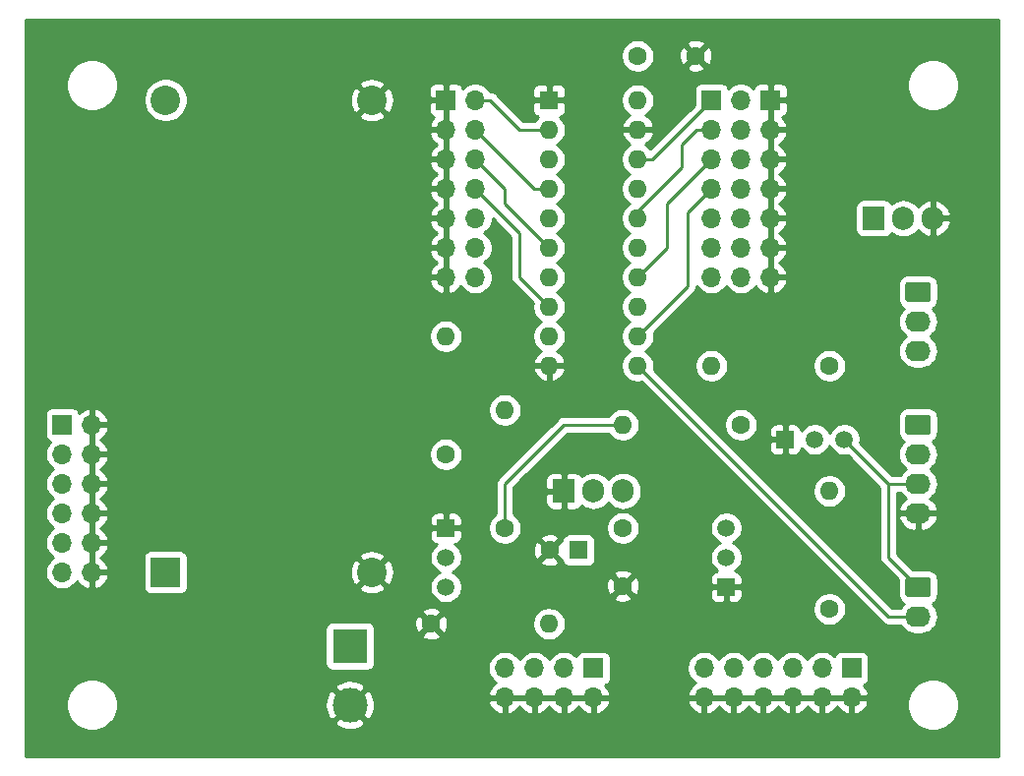
<source format=gtl>
G04 #@! TF.GenerationSoftware,KiCad,Pcbnew,(5.1.10)-1*
G04 #@! TF.CreationDate,2021-09-17T19:57:58-07:00*
G04 #@! TF.ProjectId,PrinterExpansion,5072696e-7465-4724-9578-70616e73696f,rev?*
G04 #@! TF.SameCoordinates,Original*
G04 #@! TF.FileFunction,Copper,L1,Top*
G04 #@! TF.FilePolarity,Positive*
%FSLAX46Y46*%
G04 Gerber Fmt 4.6, Leading zero omitted, Abs format (unit mm)*
G04 Created by KiCad (PCBNEW (5.1.10)-1) date 2021-09-17 19:57:58*
%MOMM*%
%LPD*%
G01*
G04 APERTURE LIST*
G04 #@! TA.AperFunction,ComponentPad*
%ADD10O,1.905000X2.000000*%
G04 #@! TD*
G04 #@! TA.AperFunction,ComponentPad*
%ADD11R,1.905000X2.000000*%
G04 #@! TD*
G04 #@! TA.AperFunction,ComponentPad*
%ADD12C,1.600000*%
G04 #@! TD*
G04 #@! TA.AperFunction,ComponentPad*
%ADD13R,1.600000X1.600000*%
G04 #@! TD*
G04 #@! TA.AperFunction,ComponentPad*
%ADD14O,1.600000X1.600000*%
G04 #@! TD*
G04 #@! TA.AperFunction,ComponentPad*
%ADD15C,3.000000*%
G04 #@! TD*
G04 #@! TA.AperFunction,ComponentPad*
%ADD16R,3.000000X3.000000*%
G04 #@! TD*
G04 #@! TA.AperFunction,ComponentPad*
%ADD17O,1.700000X1.700000*%
G04 #@! TD*
G04 #@! TA.AperFunction,ComponentPad*
%ADD18R,1.700000X1.700000*%
G04 #@! TD*
G04 #@! TA.AperFunction,ComponentPad*
%ADD19R,1.500000X1.500000*%
G04 #@! TD*
G04 #@! TA.AperFunction,ComponentPad*
%ADD20C,1.500000*%
G04 #@! TD*
G04 #@! TA.AperFunction,ComponentPad*
%ADD21C,2.540000*%
G04 #@! TD*
G04 #@! TA.AperFunction,ComponentPad*
%ADD22R,2.540000X2.540000*%
G04 #@! TD*
G04 #@! TA.AperFunction,ComponentPad*
%ADD23O,2.190000X1.740000*%
G04 #@! TD*
G04 #@! TA.AperFunction,Conductor*
%ADD24C,1.000000*%
G04 #@! TD*
G04 #@! TA.AperFunction,Conductor*
%ADD25C,0.250000*%
G04 #@! TD*
G04 #@! TA.AperFunction,Conductor*
%ADD26C,0.254000*%
G04 #@! TD*
G04 #@! TA.AperFunction,Conductor*
%ADD27C,0.100000*%
G04 #@! TD*
G04 APERTURE END LIST*
D10*
X83820000Y-59055000D03*
X81280000Y-59055000D03*
D11*
X78740000Y-59055000D03*
D12*
X77510000Y-64135000D03*
D13*
X80010000Y-64135000D03*
D14*
X77470000Y-70485000D03*
D12*
X67310000Y-70485000D03*
D15*
X60325000Y-77470000D03*
D16*
X60325000Y-72390000D03*
D17*
X73660000Y-76835000D03*
X73660000Y-74295000D03*
X76200000Y-76835000D03*
X76200000Y-74295000D03*
X78740000Y-76835000D03*
X78740000Y-74295000D03*
X81280000Y-76835000D03*
D18*
X81280000Y-74295000D03*
D10*
X110490000Y-35560000D03*
X107950000Y-35560000D03*
D11*
X105410000Y-35560000D03*
D14*
X85090000Y-25400000D03*
X77470000Y-48260000D03*
X85090000Y-27940000D03*
X77470000Y-45720000D03*
X85090000Y-30480000D03*
X77470000Y-43180000D03*
X85090000Y-33020000D03*
X77470000Y-40640000D03*
X85090000Y-35560000D03*
X77470000Y-38100000D03*
X85090000Y-38100000D03*
X77470000Y-35560000D03*
X85090000Y-40640000D03*
X77470000Y-33020000D03*
X85090000Y-43180000D03*
X77470000Y-30480000D03*
X85090000Y-45720000D03*
X77470000Y-27940000D03*
X85090000Y-48260000D03*
D13*
X77470000Y-25400000D03*
D17*
X38100000Y-66040000D03*
X35560000Y-66040000D03*
X38100000Y-63500000D03*
X35560000Y-63500000D03*
X38100000Y-60960000D03*
X35560000Y-60960000D03*
X38100000Y-58420000D03*
X35560000Y-58420000D03*
X38100000Y-55880000D03*
X35560000Y-55880000D03*
X38100000Y-53340000D03*
D18*
X35560000Y-53340000D03*
D19*
X97790000Y-54610000D03*
D20*
X102870000Y-54610000D03*
X100330000Y-54610000D03*
D19*
X92710000Y-67310000D03*
D20*
X92710000Y-62230000D03*
X92710000Y-64770000D03*
D19*
X68580000Y-62230000D03*
D20*
X68580000Y-67310000D03*
X68580000Y-64770000D03*
D14*
X73660000Y-52070000D03*
D12*
X73660000Y-62230000D03*
D14*
X68580000Y-45720000D03*
D12*
X68580000Y-55880000D03*
D17*
X90805000Y-76835000D03*
X90805000Y-74295000D03*
X93345000Y-76835000D03*
X93345000Y-74295000D03*
X95885000Y-76835000D03*
X95885000Y-74295000D03*
X98425000Y-76835000D03*
X98425000Y-74295000D03*
X100965000Y-76835000D03*
X100965000Y-74295000D03*
X103505000Y-76835000D03*
D18*
X103505000Y-74295000D03*
D17*
X96520000Y-40640000D03*
X96520000Y-38100000D03*
X96520000Y-35560000D03*
X96520000Y-33020000D03*
X96520000Y-30480000D03*
X96520000Y-27940000D03*
D18*
X96520000Y-25400000D03*
D17*
X93980000Y-40640000D03*
X91440000Y-40640000D03*
X93980000Y-38100000D03*
X91440000Y-38100000D03*
X93980000Y-35560000D03*
X91440000Y-35560000D03*
X93980000Y-33020000D03*
X91440000Y-33020000D03*
X93980000Y-30480000D03*
X91440000Y-30480000D03*
X93980000Y-27940000D03*
X91440000Y-27940000D03*
X93980000Y-25400000D03*
D18*
X91440000Y-25400000D03*
D17*
X71120000Y-40640000D03*
X68580000Y-40640000D03*
X71120000Y-38100000D03*
X68580000Y-38100000D03*
X71120000Y-35560000D03*
X68580000Y-35560000D03*
X71120000Y-33020000D03*
X68580000Y-33020000D03*
X71120000Y-30480000D03*
X68580000Y-30480000D03*
X71120000Y-27940000D03*
X68580000Y-27940000D03*
X71120000Y-25400000D03*
D18*
X68580000Y-25400000D03*
D21*
X62230000Y-25400000D03*
X44450000Y-25400000D03*
X62230000Y-66040000D03*
D22*
X44450000Y-66040000D03*
D14*
X101600000Y-59055000D03*
D12*
X101600000Y-69215000D03*
D14*
X83820000Y-53340000D03*
D12*
X93980000Y-53340000D03*
D14*
X91440000Y-48260000D03*
D12*
X101600000Y-48260000D03*
X83820000Y-67230000D03*
X83820000Y-62230000D03*
X90090000Y-21590000D03*
X85090000Y-21590000D03*
D23*
X109220000Y-46990000D03*
X109220000Y-44450000D03*
G04 #@! TA.AperFunction,ComponentPad*
G36*
G01*
X108374999Y-41040000D02*
X110065001Y-41040000D01*
G75*
G02*
X110315000Y-41289999I0J-249999D01*
G01*
X110315000Y-42530001D01*
G75*
G02*
X110065001Y-42780000I-249999J0D01*
G01*
X108374999Y-42780000D01*
G75*
G02*
X108125000Y-42530001I0J249999D01*
G01*
X108125000Y-41289999D01*
G75*
G02*
X108374999Y-41040000I249999J0D01*
G01*
G37*
G04 #@! TD.AperFunction*
X109220000Y-69850000D03*
G04 #@! TA.AperFunction,ComponentPad*
G36*
G01*
X108374999Y-66440000D02*
X110065001Y-66440000D01*
G75*
G02*
X110315000Y-66689999I0J-249999D01*
G01*
X110315000Y-67930001D01*
G75*
G02*
X110065001Y-68180000I-249999J0D01*
G01*
X108374999Y-68180000D01*
G75*
G02*
X108125000Y-67930001I0J249999D01*
G01*
X108125000Y-66689999D01*
G75*
G02*
X108374999Y-66440000I249999J0D01*
G01*
G37*
G04 #@! TD.AperFunction*
X109220000Y-60960000D03*
X109220000Y-58420000D03*
X109220000Y-55880000D03*
G04 #@! TA.AperFunction,ComponentPad*
G36*
G01*
X108374999Y-52470000D02*
X110065001Y-52470000D01*
G75*
G02*
X110315000Y-52719999I0J-249999D01*
G01*
X110315000Y-53960001D01*
G75*
G02*
X110065001Y-54210000I-249999J0D01*
G01*
X108374999Y-54210000D01*
G75*
G02*
X108125000Y-53960001I0J249999D01*
G01*
X108125000Y-52719999D01*
G75*
G02*
X108374999Y-52470000I249999J0D01*
G01*
G37*
G04 #@! TD.AperFunction*
D24*
X84965998Y-25400000D02*
X85090000Y-25400000D01*
D25*
X89400010Y-35059990D02*
X91440000Y-33020000D01*
X89400010Y-41409990D02*
X89400010Y-35059990D01*
X85090000Y-45720000D02*
X89400010Y-41409990D01*
X91440000Y-30480000D02*
X87630000Y-34290000D01*
X87630000Y-34290000D02*
X87630000Y-38100000D01*
X87630000Y-38100000D02*
X85090000Y-40640000D01*
X85090000Y-35016998D02*
X88900000Y-31206998D01*
X85090000Y-35560000D02*
X85090000Y-35016998D01*
X88900000Y-31206998D02*
X88900000Y-29210000D01*
X90170000Y-27940000D02*
X91440000Y-27940000D01*
X88900000Y-29210000D02*
X90170000Y-27940000D01*
X86360000Y-30480000D02*
X91440000Y-25400000D01*
X85090000Y-30480000D02*
X86360000Y-30480000D01*
X71120000Y-33020000D02*
X74930000Y-36830000D01*
X74930000Y-40640000D02*
X77470000Y-43180000D01*
X74930000Y-36830000D02*
X74930000Y-40640000D01*
X102870000Y-54610000D02*
X106680000Y-58420000D01*
X106680000Y-58420000D02*
X109220000Y-58420000D01*
X106680000Y-64770000D02*
X109220000Y-67310000D01*
X106680000Y-58420000D02*
X106680000Y-64770000D01*
X71120000Y-30480000D02*
X73660000Y-33020000D01*
X73660000Y-34290000D02*
X77470000Y-38100000D01*
X73660000Y-33020000D02*
X73660000Y-34290000D01*
X71120000Y-27940000D02*
X76200000Y-33020000D01*
X76200000Y-33020000D02*
X77470000Y-33020000D01*
X71120000Y-25400000D02*
X72390000Y-25400000D01*
X74930000Y-27940000D02*
X77470000Y-27940000D01*
X72390000Y-25400000D02*
X74930000Y-27940000D01*
X73660000Y-62230000D02*
X73660000Y-58420000D01*
X78740000Y-53340000D02*
X83820000Y-53340000D01*
X73660000Y-58420000D02*
X78740000Y-53340000D01*
X106680000Y-69850000D02*
X109220000Y-69850000D01*
X85090000Y-48260000D02*
X106680000Y-69850000D01*
D26*
X116155001Y-81865000D02*
X32435000Y-81865000D01*
X32435000Y-77249872D01*
X35865000Y-77249872D01*
X35865000Y-77690128D01*
X35950890Y-78121925D01*
X36119369Y-78528669D01*
X36363962Y-78894729D01*
X36675271Y-79206038D01*
X37041331Y-79450631D01*
X37448075Y-79619110D01*
X37879872Y-79705000D01*
X38320128Y-79705000D01*
X38751925Y-79619110D01*
X39158669Y-79450631D01*
X39524729Y-79206038D01*
X39769114Y-78961653D01*
X59012952Y-78961653D01*
X59168962Y-79277214D01*
X59543745Y-79468020D01*
X59948551Y-79582044D01*
X60367824Y-79614902D01*
X60785451Y-79565334D01*
X61185383Y-79435243D01*
X61481038Y-79277214D01*
X61637048Y-78961653D01*
X60325000Y-77649605D01*
X59012952Y-78961653D01*
X39769114Y-78961653D01*
X39836038Y-78894729D01*
X40080631Y-78528669D01*
X40249110Y-78121925D01*
X40335000Y-77690128D01*
X40335000Y-77512824D01*
X58180098Y-77512824D01*
X58229666Y-77930451D01*
X58359757Y-78330383D01*
X58517786Y-78626038D01*
X58833347Y-78782048D01*
X60145395Y-77470000D01*
X60504605Y-77470000D01*
X61816653Y-78782048D01*
X62132214Y-78626038D01*
X62323020Y-78251255D01*
X62437044Y-77846449D01*
X62469902Y-77427176D01*
X62441977Y-77191891D01*
X72218519Y-77191891D01*
X72315843Y-77466252D01*
X72464822Y-77716355D01*
X72659731Y-77932588D01*
X72893080Y-78106641D01*
X73155901Y-78231825D01*
X73303110Y-78276476D01*
X73533000Y-78155155D01*
X73533000Y-76962000D01*
X73787000Y-76962000D01*
X73787000Y-78155155D01*
X74016890Y-78276476D01*
X74164099Y-78231825D01*
X74426920Y-78106641D01*
X74660269Y-77932588D01*
X74855178Y-77716355D01*
X74930000Y-77590745D01*
X75004822Y-77716355D01*
X75199731Y-77932588D01*
X75433080Y-78106641D01*
X75695901Y-78231825D01*
X75843110Y-78276476D01*
X76073000Y-78155155D01*
X76073000Y-76962000D01*
X76327000Y-76962000D01*
X76327000Y-78155155D01*
X76556890Y-78276476D01*
X76704099Y-78231825D01*
X76966920Y-78106641D01*
X77200269Y-77932588D01*
X77395178Y-77716355D01*
X77470000Y-77590745D01*
X77544822Y-77716355D01*
X77739731Y-77932588D01*
X77973080Y-78106641D01*
X78235901Y-78231825D01*
X78383110Y-78276476D01*
X78613000Y-78155155D01*
X78613000Y-76962000D01*
X78867000Y-76962000D01*
X78867000Y-78155155D01*
X79096890Y-78276476D01*
X79244099Y-78231825D01*
X79506920Y-78106641D01*
X79740269Y-77932588D01*
X79935178Y-77716355D01*
X80010000Y-77590745D01*
X80084822Y-77716355D01*
X80279731Y-77932588D01*
X80513080Y-78106641D01*
X80775901Y-78231825D01*
X80923110Y-78276476D01*
X81153000Y-78155155D01*
X81153000Y-76962000D01*
X81407000Y-76962000D01*
X81407000Y-78155155D01*
X81636890Y-78276476D01*
X81784099Y-78231825D01*
X82046920Y-78106641D01*
X82280269Y-77932588D01*
X82475178Y-77716355D01*
X82624157Y-77466252D01*
X82721481Y-77191891D01*
X89363519Y-77191891D01*
X89460843Y-77466252D01*
X89609822Y-77716355D01*
X89804731Y-77932588D01*
X90038080Y-78106641D01*
X90300901Y-78231825D01*
X90448110Y-78276476D01*
X90678000Y-78155155D01*
X90678000Y-76962000D01*
X90932000Y-76962000D01*
X90932000Y-78155155D01*
X91161890Y-78276476D01*
X91309099Y-78231825D01*
X91571920Y-78106641D01*
X91805269Y-77932588D01*
X92000178Y-77716355D01*
X92075000Y-77590745D01*
X92149822Y-77716355D01*
X92344731Y-77932588D01*
X92578080Y-78106641D01*
X92840901Y-78231825D01*
X92988110Y-78276476D01*
X93218000Y-78155155D01*
X93218000Y-76962000D01*
X93472000Y-76962000D01*
X93472000Y-78155155D01*
X93701890Y-78276476D01*
X93849099Y-78231825D01*
X94111920Y-78106641D01*
X94345269Y-77932588D01*
X94540178Y-77716355D01*
X94615000Y-77590745D01*
X94689822Y-77716355D01*
X94884731Y-77932588D01*
X95118080Y-78106641D01*
X95380901Y-78231825D01*
X95528110Y-78276476D01*
X95758000Y-78155155D01*
X95758000Y-76962000D01*
X96012000Y-76962000D01*
X96012000Y-78155155D01*
X96241890Y-78276476D01*
X96389099Y-78231825D01*
X96651920Y-78106641D01*
X96885269Y-77932588D01*
X97080178Y-77716355D01*
X97155000Y-77590745D01*
X97229822Y-77716355D01*
X97424731Y-77932588D01*
X97658080Y-78106641D01*
X97920901Y-78231825D01*
X98068110Y-78276476D01*
X98298000Y-78155155D01*
X98298000Y-76962000D01*
X98552000Y-76962000D01*
X98552000Y-78155155D01*
X98781890Y-78276476D01*
X98929099Y-78231825D01*
X99191920Y-78106641D01*
X99425269Y-77932588D01*
X99620178Y-77716355D01*
X99695000Y-77590745D01*
X99769822Y-77716355D01*
X99964731Y-77932588D01*
X100198080Y-78106641D01*
X100460901Y-78231825D01*
X100608110Y-78276476D01*
X100838000Y-78155155D01*
X100838000Y-76962000D01*
X101092000Y-76962000D01*
X101092000Y-78155155D01*
X101321890Y-78276476D01*
X101469099Y-78231825D01*
X101731920Y-78106641D01*
X101965269Y-77932588D01*
X102160178Y-77716355D01*
X102235000Y-77590745D01*
X102309822Y-77716355D01*
X102504731Y-77932588D01*
X102738080Y-78106641D01*
X103000901Y-78231825D01*
X103148110Y-78276476D01*
X103378000Y-78155155D01*
X103378000Y-76962000D01*
X103632000Y-76962000D01*
X103632000Y-78155155D01*
X103861890Y-78276476D01*
X104009099Y-78231825D01*
X104271920Y-78106641D01*
X104505269Y-77932588D01*
X104700178Y-77716355D01*
X104849157Y-77466252D01*
X104925913Y-77249872D01*
X108255000Y-77249872D01*
X108255000Y-77690128D01*
X108340890Y-78121925D01*
X108509369Y-78528669D01*
X108753962Y-78894729D01*
X109065271Y-79206038D01*
X109431331Y-79450631D01*
X109838075Y-79619110D01*
X110269872Y-79705000D01*
X110710128Y-79705000D01*
X111141925Y-79619110D01*
X111548669Y-79450631D01*
X111914729Y-79206038D01*
X112226038Y-78894729D01*
X112470631Y-78528669D01*
X112639110Y-78121925D01*
X112725000Y-77690128D01*
X112725000Y-77249872D01*
X112639110Y-76818075D01*
X112470631Y-76411331D01*
X112226038Y-76045271D01*
X111914729Y-75733962D01*
X111548669Y-75489369D01*
X111141925Y-75320890D01*
X110710128Y-75235000D01*
X110269872Y-75235000D01*
X109838075Y-75320890D01*
X109431331Y-75489369D01*
X109065271Y-75733962D01*
X108753962Y-76045271D01*
X108509369Y-76411331D01*
X108340890Y-76818075D01*
X108255000Y-77249872D01*
X104925913Y-77249872D01*
X104946481Y-77191891D01*
X104825814Y-76962000D01*
X103632000Y-76962000D01*
X103378000Y-76962000D01*
X101092000Y-76962000D01*
X100838000Y-76962000D01*
X98552000Y-76962000D01*
X98298000Y-76962000D01*
X96012000Y-76962000D01*
X95758000Y-76962000D01*
X93472000Y-76962000D01*
X93218000Y-76962000D01*
X90932000Y-76962000D01*
X90678000Y-76962000D01*
X89484186Y-76962000D01*
X89363519Y-77191891D01*
X82721481Y-77191891D01*
X82600814Y-76962000D01*
X81407000Y-76962000D01*
X81153000Y-76962000D01*
X78867000Y-76962000D01*
X78613000Y-76962000D01*
X76327000Y-76962000D01*
X76073000Y-76962000D01*
X73787000Y-76962000D01*
X73533000Y-76962000D01*
X72339186Y-76962000D01*
X72218519Y-77191891D01*
X62441977Y-77191891D01*
X62420334Y-77009549D01*
X62290243Y-76609617D01*
X62132214Y-76313962D01*
X61816653Y-76157952D01*
X60504605Y-77470000D01*
X60145395Y-77470000D01*
X58833347Y-76157952D01*
X58517786Y-76313962D01*
X58326980Y-76688745D01*
X58212956Y-77093551D01*
X58180098Y-77512824D01*
X40335000Y-77512824D01*
X40335000Y-77249872D01*
X40249110Y-76818075D01*
X40080631Y-76411331D01*
X39836038Y-76045271D01*
X39769114Y-75978347D01*
X59012952Y-75978347D01*
X60325000Y-77290395D01*
X61637048Y-75978347D01*
X61481038Y-75662786D01*
X61106255Y-75471980D01*
X60701449Y-75357956D01*
X60282176Y-75325098D01*
X59864549Y-75374666D01*
X59464617Y-75504757D01*
X59168962Y-75662786D01*
X59012952Y-75978347D01*
X39769114Y-75978347D01*
X39524729Y-75733962D01*
X39158669Y-75489369D01*
X38751925Y-75320890D01*
X38320128Y-75235000D01*
X37879872Y-75235000D01*
X37448075Y-75320890D01*
X37041331Y-75489369D01*
X36675271Y-75733962D01*
X36363962Y-76045271D01*
X36119369Y-76411331D01*
X35950890Y-76818075D01*
X35865000Y-77249872D01*
X32435000Y-77249872D01*
X32435000Y-70890000D01*
X58186928Y-70890000D01*
X58186928Y-73890000D01*
X58199188Y-74014482D01*
X58235498Y-74134180D01*
X58294463Y-74244494D01*
X58373815Y-74341185D01*
X58470506Y-74420537D01*
X58580820Y-74479502D01*
X58700518Y-74515812D01*
X58825000Y-74528072D01*
X61825000Y-74528072D01*
X61949482Y-74515812D01*
X62069180Y-74479502D01*
X62179494Y-74420537D01*
X62276185Y-74341185D01*
X62355537Y-74244494D01*
X62406719Y-74148740D01*
X72175000Y-74148740D01*
X72175000Y-74441260D01*
X72232068Y-74728158D01*
X72344010Y-74998411D01*
X72506525Y-75241632D01*
X72713368Y-75448475D01*
X72889406Y-75566100D01*
X72659731Y-75737412D01*
X72464822Y-75953645D01*
X72315843Y-76203748D01*
X72218519Y-76478109D01*
X72339186Y-76708000D01*
X73533000Y-76708000D01*
X73533000Y-76688000D01*
X73787000Y-76688000D01*
X73787000Y-76708000D01*
X76073000Y-76708000D01*
X76073000Y-76688000D01*
X76327000Y-76688000D01*
X76327000Y-76708000D01*
X78613000Y-76708000D01*
X78613000Y-76688000D01*
X78867000Y-76688000D01*
X78867000Y-76708000D01*
X81153000Y-76708000D01*
X81153000Y-76688000D01*
X81407000Y-76688000D01*
X81407000Y-76708000D01*
X82600814Y-76708000D01*
X82721481Y-76478109D01*
X82624157Y-76203748D01*
X82475178Y-75953645D01*
X82298374Y-75757498D01*
X82374180Y-75734502D01*
X82484494Y-75675537D01*
X82581185Y-75596185D01*
X82660537Y-75499494D01*
X82719502Y-75389180D01*
X82755812Y-75269482D01*
X82768072Y-75145000D01*
X82768072Y-74148740D01*
X89320000Y-74148740D01*
X89320000Y-74441260D01*
X89377068Y-74728158D01*
X89489010Y-74998411D01*
X89651525Y-75241632D01*
X89858368Y-75448475D01*
X90034406Y-75566100D01*
X89804731Y-75737412D01*
X89609822Y-75953645D01*
X89460843Y-76203748D01*
X89363519Y-76478109D01*
X89484186Y-76708000D01*
X90678000Y-76708000D01*
X90678000Y-76688000D01*
X90932000Y-76688000D01*
X90932000Y-76708000D01*
X93218000Y-76708000D01*
X93218000Y-76688000D01*
X93472000Y-76688000D01*
X93472000Y-76708000D01*
X95758000Y-76708000D01*
X95758000Y-76688000D01*
X96012000Y-76688000D01*
X96012000Y-76708000D01*
X98298000Y-76708000D01*
X98298000Y-76688000D01*
X98552000Y-76688000D01*
X98552000Y-76708000D01*
X100838000Y-76708000D01*
X100838000Y-76688000D01*
X101092000Y-76688000D01*
X101092000Y-76708000D01*
X103378000Y-76708000D01*
X103378000Y-76688000D01*
X103632000Y-76688000D01*
X103632000Y-76708000D01*
X104825814Y-76708000D01*
X104946481Y-76478109D01*
X104849157Y-76203748D01*
X104700178Y-75953645D01*
X104523374Y-75757498D01*
X104599180Y-75734502D01*
X104709494Y-75675537D01*
X104806185Y-75596185D01*
X104885537Y-75499494D01*
X104944502Y-75389180D01*
X104980812Y-75269482D01*
X104993072Y-75145000D01*
X104993072Y-73445000D01*
X104980812Y-73320518D01*
X104944502Y-73200820D01*
X104885537Y-73090506D01*
X104806185Y-72993815D01*
X104709494Y-72914463D01*
X104599180Y-72855498D01*
X104479482Y-72819188D01*
X104355000Y-72806928D01*
X102655000Y-72806928D01*
X102530518Y-72819188D01*
X102410820Y-72855498D01*
X102300506Y-72914463D01*
X102203815Y-72993815D01*
X102124463Y-73090506D01*
X102065498Y-73200820D01*
X102043487Y-73273380D01*
X101911632Y-73141525D01*
X101668411Y-72979010D01*
X101398158Y-72867068D01*
X101111260Y-72810000D01*
X100818740Y-72810000D01*
X100531842Y-72867068D01*
X100261589Y-72979010D01*
X100018368Y-73141525D01*
X99811525Y-73348368D01*
X99695000Y-73522760D01*
X99578475Y-73348368D01*
X99371632Y-73141525D01*
X99128411Y-72979010D01*
X98858158Y-72867068D01*
X98571260Y-72810000D01*
X98278740Y-72810000D01*
X97991842Y-72867068D01*
X97721589Y-72979010D01*
X97478368Y-73141525D01*
X97271525Y-73348368D01*
X97155000Y-73522760D01*
X97038475Y-73348368D01*
X96831632Y-73141525D01*
X96588411Y-72979010D01*
X96318158Y-72867068D01*
X96031260Y-72810000D01*
X95738740Y-72810000D01*
X95451842Y-72867068D01*
X95181589Y-72979010D01*
X94938368Y-73141525D01*
X94731525Y-73348368D01*
X94615000Y-73522760D01*
X94498475Y-73348368D01*
X94291632Y-73141525D01*
X94048411Y-72979010D01*
X93778158Y-72867068D01*
X93491260Y-72810000D01*
X93198740Y-72810000D01*
X92911842Y-72867068D01*
X92641589Y-72979010D01*
X92398368Y-73141525D01*
X92191525Y-73348368D01*
X92075000Y-73522760D01*
X91958475Y-73348368D01*
X91751632Y-73141525D01*
X91508411Y-72979010D01*
X91238158Y-72867068D01*
X90951260Y-72810000D01*
X90658740Y-72810000D01*
X90371842Y-72867068D01*
X90101589Y-72979010D01*
X89858368Y-73141525D01*
X89651525Y-73348368D01*
X89489010Y-73591589D01*
X89377068Y-73861842D01*
X89320000Y-74148740D01*
X82768072Y-74148740D01*
X82768072Y-73445000D01*
X82755812Y-73320518D01*
X82719502Y-73200820D01*
X82660537Y-73090506D01*
X82581185Y-72993815D01*
X82484494Y-72914463D01*
X82374180Y-72855498D01*
X82254482Y-72819188D01*
X82130000Y-72806928D01*
X80430000Y-72806928D01*
X80305518Y-72819188D01*
X80185820Y-72855498D01*
X80075506Y-72914463D01*
X79978815Y-72993815D01*
X79899463Y-73090506D01*
X79840498Y-73200820D01*
X79818487Y-73273380D01*
X79686632Y-73141525D01*
X79443411Y-72979010D01*
X79173158Y-72867068D01*
X78886260Y-72810000D01*
X78593740Y-72810000D01*
X78306842Y-72867068D01*
X78036589Y-72979010D01*
X77793368Y-73141525D01*
X77586525Y-73348368D01*
X77470000Y-73522760D01*
X77353475Y-73348368D01*
X77146632Y-73141525D01*
X76903411Y-72979010D01*
X76633158Y-72867068D01*
X76346260Y-72810000D01*
X76053740Y-72810000D01*
X75766842Y-72867068D01*
X75496589Y-72979010D01*
X75253368Y-73141525D01*
X75046525Y-73348368D01*
X74930000Y-73522760D01*
X74813475Y-73348368D01*
X74606632Y-73141525D01*
X74363411Y-72979010D01*
X74093158Y-72867068D01*
X73806260Y-72810000D01*
X73513740Y-72810000D01*
X73226842Y-72867068D01*
X72956589Y-72979010D01*
X72713368Y-73141525D01*
X72506525Y-73348368D01*
X72344010Y-73591589D01*
X72232068Y-73861842D01*
X72175000Y-74148740D01*
X62406719Y-74148740D01*
X62414502Y-74134180D01*
X62450812Y-74014482D01*
X62463072Y-73890000D01*
X62463072Y-71477702D01*
X66496903Y-71477702D01*
X66568486Y-71721671D01*
X66823996Y-71842571D01*
X67098184Y-71911300D01*
X67380512Y-71925217D01*
X67660130Y-71883787D01*
X67926292Y-71788603D01*
X68051514Y-71721671D01*
X68123097Y-71477702D01*
X67310000Y-70664605D01*
X66496903Y-71477702D01*
X62463072Y-71477702D01*
X62463072Y-70890000D01*
X62450812Y-70765518D01*
X62414502Y-70645820D01*
X62366231Y-70555512D01*
X65869783Y-70555512D01*
X65911213Y-70835130D01*
X66006397Y-71101292D01*
X66073329Y-71226514D01*
X66317298Y-71298097D01*
X67130395Y-70485000D01*
X67489605Y-70485000D01*
X68302702Y-71298097D01*
X68546671Y-71226514D01*
X68667571Y-70971004D01*
X68736300Y-70696816D01*
X68750217Y-70414488D01*
X68739724Y-70343665D01*
X76035000Y-70343665D01*
X76035000Y-70626335D01*
X76090147Y-70903574D01*
X76198320Y-71164727D01*
X76355363Y-71399759D01*
X76555241Y-71599637D01*
X76790273Y-71756680D01*
X77051426Y-71864853D01*
X77328665Y-71920000D01*
X77611335Y-71920000D01*
X77888574Y-71864853D01*
X78149727Y-71756680D01*
X78384759Y-71599637D01*
X78584637Y-71399759D01*
X78741680Y-71164727D01*
X78849853Y-70903574D01*
X78905000Y-70626335D01*
X78905000Y-70343665D01*
X78849853Y-70066426D01*
X78741680Y-69805273D01*
X78584637Y-69570241D01*
X78384759Y-69370363D01*
X78149727Y-69213320D01*
X77888574Y-69105147D01*
X77730306Y-69073665D01*
X100165000Y-69073665D01*
X100165000Y-69356335D01*
X100220147Y-69633574D01*
X100328320Y-69894727D01*
X100485363Y-70129759D01*
X100685241Y-70329637D01*
X100920273Y-70486680D01*
X101181426Y-70594853D01*
X101458665Y-70650000D01*
X101741335Y-70650000D01*
X102018574Y-70594853D01*
X102279727Y-70486680D01*
X102514759Y-70329637D01*
X102714637Y-70129759D01*
X102871680Y-69894727D01*
X102979853Y-69633574D01*
X103035000Y-69356335D01*
X103035000Y-69073665D01*
X102979853Y-68796426D01*
X102871680Y-68535273D01*
X102714637Y-68300241D01*
X102514759Y-68100363D01*
X102279727Y-67943320D01*
X102018574Y-67835147D01*
X101741335Y-67780000D01*
X101458665Y-67780000D01*
X101181426Y-67835147D01*
X100920273Y-67943320D01*
X100685241Y-68100363D01*
X100485363Y-68300241D01*
X100328320Y-68535273D01*
X100220147Y-68796426D01*
X100165000Y-69073665D01*
X77730306Y-69073665D01*
X77611335Y-69050000D01*
X77328665Y-69050000D01*
X77051426Y-69105147D01*
X76790273Y-69213320D01*
X76555241Y-69370363D01*
X76355363Y-69570241D01*
X76198320Y-69805273D01*
X76090147Y-70066426D01*
X76035000Y-70343665D01*
X68739724Y-70343665D01*
X68708787Y-70134870D01*
X68613603Y-69868708D01*
X68546671Y-69743486D01*
X68302702Y-69671903D01*
X67489605Y-70485000D01*
X67130395Y-70485000D01*
X66317298Y-69671903D01*
X66073329Y-69743486D01*
X65952429Y-69998996D01*
X65883700Y-70273184D01*
X65869783Y-70555512D01*
X62366231Y-70555512D01*
X62355537Y-70535506D01*
X62276185Y-70438815D01*
X62179494Y-70359463D01*
X62069180Y-70300498D01*
X61949482Y-70264188D01*
X61825000Y-70251928D01*
X58825000Y-70251928D01*
X58700518Y-70264188D01*
X58580820Y-70300498D01*
X58470506Y-70359463D01*
X58373815Y-70438815D01*
X58294463Y-70535506D01*
X58235498Y-70645820D01*
X58199188Y-70765518D01*
X58186928Y-70890000D01*
X32435000Y-70890000D01*
X32435000Y-69492298D01*
X66496903Y-69492298D01*
X67310000Y-70305395D01*
X68123097Y-69492298D01*
X68051514Y-69248329D01*
X67796004Y-69127429D01*
X67521816Y-69058700D01*
X67239488Y-69044783D01*
X66959870Y-69086213D01*
X66693708Y-69181397D01*
X66568486Y-69248329D01*
X66496903Y-69492298D01*
X32435000Y-69492298D01*
X32435000Y-52490000D01*
X34071928Y-52490000D01*
X34071928Y-54190000D01*
X34084188Y-54314482D01*
X34120498Y-54434180D01*
X34179463Y-54544494D01*
X34258815Y-54641185D01*
X34355506Y-54720537D01*
X34465820Y-54779502D01*
X34538380Y-54801513D01*
X34406525Y-54933368D01*
X34244010Y-55176589D01*
X34132068Y-55446842D01*
X34075000Y-55733740D01*
X34075000Y-56026260D01*
X34132068Y-56313158D01*
X34244010Y-56583411D01*
X34406525Y-56826632D01*
X34613368Y-57033475D01*
X34787760Y-57150000D01*
X34613368Y-57266525D01*
X34406525Y-57473368D01*
X34244010Y-57716589D01*
X34132068Y-57986842D01*
X34075000Y-58273740D01*
X34075000Y-58566260D01*
X34132068Y-58853158D01*
X34244010Y-59123411D01*
X34406525Y-59366632D01*
X34613368Y-59573475D01*
X34787760Y-59690000D01*
X34613368Y-59806525D01*
X34406525Y-60013368D01*
X34244010Y-60256589D01*
X34132068Y-60526842D01*
X34075000Y-60813740D01*
X34075000Y-61106260D01*
X34132068Y-61393158D01*
X34244010Y-61663411D01*
X34406525Y-61906632D01*
X34613368Y-62113475D01*
X34787760Y-62230000D01*
X34613368Y-62346525D01*
X34406525Y-62553368D01*
X34244010Y-62796589D01*
X34132068Y-63066842D01*
X34075000Y-63353740D01*
X34075000Y-63646260D01*
X34132068Y-63933158D01*
X34244010Y-64203411D01*
X34406525Y-64446632D01*
X34613368Y-64653475D01*
X34787760Y-64770000D01*
X34613368Y-64886525D01*
X34406525Y-65093368D01*
X34244010Y-65336589D01*
X34132068Y-65606842D01*
X34075000Y-65893740D01*
X34075000Y-66186260D01*
X34132068Y-66473158D01*
X34244010Y-66743411D01*
X34406525Y-66986632D01*
X34613368Y-67193475D01*
X34856589Y-67355990D01*
X35126842Y-67467932D01*
X35413740Y-67525000D01*
X35706260Y-67525000D01*
X35993158Y-67467932D01*
X36263411Y-67355990D01*
X36506632Y-67193475D01*
X36713475Y-66986632D01*
X36831100Y-66810594D01*
X37002412Y-67040269D01*
X37218645Y-67235178D01*
X37468748Y-67384157D01*
X37743109Y-67481481D01*
X37973000Y-67360814D01*
X37973000Y-66167000D01*
X38227000Y-66167000D01*
X38227000Y-67360814D01*
X38456891Y-67481481D01*
X38731252Y-67384157D01*
X38981355Y-67235178D01*
X39197588Y-67040269D01*
X39371641Y-66806920D01*
X39496825Y-66544099D01*
X39541476Y-66396890D01*
X39420155Y-66167000D01*
X38227000Y-66167000D01*
X37973000Y-66167000D01*
X37953000Y-66167000D01*
X37953000Y-65913000D01*
X37973000Y-65913000D01*
X37973000Y-63627000D01*
X38227000Y-63627000D01*
X38227000Y-65913000D01*
X39420155Y-65913000D01*
X39541476Y-65683110D01*
X39496825Y-65535901D01*
X39371641Y-65273080D01*
X39197588Y-65039731D01*
X38981355Y-64844822D01*
X38855745Y-64770000D01*
X42541928Y-64770000D01*
X42541928Y-67310000D01*
X42554188Y-67434482D01*
X42590498Y-67554180D01*
X42649463Y-67664494D01*
X42728815Y-67761185D01*
X42825506Y-67840537D01*
X42935820Y-67899502D01*
X43055518Y-67935812D01*
X43180000Y-67948072D01*
X45720000Y-67948072D01*
X45844482Y-67935812D01*
X45964180Y-67899502D01*
X46074494Y-67840537D01*
X46171185Y-67761185D01*
X46250537Y-67664494D01*
X46309502Y-67554180D01*
X46345812Y-67434482D01*
X46352374Y-67367852D01*
X61081753Y-67367852D01*
X61210076Y-67659871D01*
X61545695Y-67827723D01*
X61907611Y-67926874D01*
X62281916Y-67953514D01*
X62654227Y-67906618D01*
X63010235Y-67787988D01*
X63249924Y-67659871D01*
X63378247Y-67367852D01*
X62230000Y-66219605D01*
X61081753Y-67367852D01*
X46352374Y-67367852D01*
X46358072Y-67310000D01*
X46358072Y-66091916D01*
X60316486Y-66091916D01*
X60363382Y-66464227D01*
X60482012Y-66820235D01*
X60610129Y-67059924D01*
X60902148Y-67188247D01*
X62050395Y-66040000D01*
X62409605Y-66040000D01*
X63557852Y-67188247D01*
X63849871Y-67059924D01*
X64017723Y-66724305D01*
X64116874Y-66362389D01*
X64143514Y-65988084D01*
X64096618Y-65615773D01*
X63977988Y-65259765D01*
X63849871Y-65020076D01*
X63557852Y-64891753D01*
X62409605Y-66040000D01*
X62050395Y-66040000D01*
X60902148Y-64891753D01*
X60610129Y-65020076D01*
X60442277Y-65355695D01*
X60343126Y-65717611D01*
X60316486Y-66091916D01*
X46358072Y-66091916D01*
X46358072Y-64770000D01*
X46352375Y-64712148D01*
X61081753Y-64712148D01*
X62230000Y-65860395D01*
X63378247Y-64712148D01*
X63249924Y-64420129D01*
X62914305Y-64252277D01*
X62552389Y-64153126D01*
X62178084Y-64126486D01*
X61805773Y-64173382D01*
X61449765Y-64292012D01*
X61210076Y-64420129D01*
X61081753Y-64712148D01*
X46352375Y-64712148D01*
X46345812Y-64645518D01*
X46309502Y-64525820D01*
X46250537Y-64415506D01*
X46171185Y-64318815D01*
X46074494Y-64239463D01*
X45964180Y-64180498D01*
X45844482Y-64144188D01*
X45720000Y-64131928D01*
X43180000Y-64131928D01*
X43055518Y-64144188D01*
X42935820Y-64180498D01*
X42825506Y-64239463D01*
X42728815Y-64318815D01*
X42649463Y-64415506D01*
X42590498Y-64525820D01*
X42554188Y-64645518D01*
X42541928Y-64770000D01*
X38855745Y-64770000D01*
X38981355Y-64695178D01*
X39197588Y-64500269D01*
X39371641Y-64266920D01*
X39496825Y-64004099D01*
X39541476Y-63856890D01*
X39420155Y-63627000D01*
X38227000Y-63627000D01*
X37973000Y-63627000D01*
X37953000Y-63627000D01*
X37953000Y-63373000D01*
X37973000Y-63373000D01*
X37973000Y-61087000D01*
X38227000Y-61087000D01*
X38227000Y-63373000D01*
X39420155Y-63373000D01*
X39541476Y-63143110D01*
X39496825Y-62995901D01*
X39489252Y-62980000D01*
X67191928Y-62980000D01*
X67204188Y-63104482D01*
X67240498Y-63224180D01*
X67299463Y-63334494D01*
X67378815Y-63431185D01*
X67475506Y-63510537D01*
X67585820Y-63569502D01*
X67705518Y-63605812D01*
X67813483Y-63616445D01*
X67697114Y-63694201D01*
X67504201Y-63887114D01*
X67352629Y-64113957D01*
X67248225Y-64366011D01*
X67195000Y-64633589D01*
X67195000Y-64906411D01*
X67248225Y-65173989D01*
X67352629Y-65426043D01*
X67504201Y-65652886D01*
X67697114Y-65845799D01*
X67923957Y-65997371D01*
X68026873Y-66040000D01*
X67923957Y-66082629D01*
X67697114Y-66234201D01*
X67504201Y-66427114D01*
X67352629Y-66653957D01*
X67248225Y-66906011D01*
X67195000Y-67173589D01*
X67195000Y-67446411D01*
X67248225Y-67713989D01*
X67352629Y-67966043D01*
X67504201Y-68192886D01*
X67697114Y-68385799D01*
X67923957Y-68537371D01*
X68176011Y-68641775D01*
X68443589Y-68695000D01*
X68716411Y-68695000D01*
X68983989Y-68641775D01*
X69236043Y-68537371D01*
X69462886Y-68385799D01*
X69625983Y-68222702D01*
X83006903Y-68222702D01*
X83078486Y-68466671D01*
X83333996Y-68587571D01*
X83608184Y-68656300D01*
X83890512Y-68670217D01*
X84170130Y-68628787D01*
X84436292Y-68533603D01*
X84561514Y-68466671D01*
X84633097Y-68222702D01*
X84470395Y-68060000D01*
X91321928Y-68060000D01*
X91334188Y-68184482D01*
X91370498Y-68304180D01*
X91429463Y-68414494D01*
X91508815Y-68511185D01*
X91605506Y-68590537D01*
X91715820Y-68649502D01*
X91835518Y-68685812D01*
X91960000Y-68698072D01*
X92424250Y-68695000D01*
X92583000Y-68536250D01*
X92583000Y-67437000D01*
X92837000Y-67437000D01*
X92837000Y-68536250D01*
X92995750Y-68695000D01*
X93460000Y-68698072D01*
X93584482Y-68685812D01*
X93704180Y-68649502D01*
X93814494Y-68590537D01*
X93911185Y-68511185D01*
X93990537Y-68414494D01*
X94049502Y-68304180D01*
X94085812Y-68184482D01*
X94098072Y-68060000D01*
X94095000Y-67595750D01*
X93936250Y-67437000D01*
X92837000Y-67437000D01*
X92583000Y-67437000D01*
X91483750Y-67437000D01*
X91325000Y-67595750D01*
X91321928Y-68060000D01*
X84470395Y-68060000D01*
X83820000Y-67409605D01*
X83006903Y-68222702D01*
X69625983Y-68222702D01*
X69655799Y-68192886D01*
X69807371Y-67966043D01*
X69911775Y-67713989D01*
X69965000Y-67446411D01*
X69965000Y-67300512D01*
X82379783Y-67300512D01*
X82421213Y-67580130D01*
X82516397Y-67846292D01*
X82583329Y-67971514D01*
X82827298Y-68043097D01*
X83640395Y-67230000D01*
X83999605Y-67230000D01*
X84812702Y-68043097D01*
X85056671Y-67971514D01*
X85177571Y-67716004D01*
X85246300Y-67441816D01*
X85260217Y-67159488D01*
X85218787Y-66879870D01*
X85123603Y-66613708D01*
X85094896Y-66560000D01*
X91321928Y-66560000D01*
X91325000Y-67024250D01*
X91483750Y-67183000D01*
X92583000Y-67183000D01*
X92583000Y-67163000D01*
X92837000Y-67163000D01*
X92837000Y-67183000D01*
X93936250Y-67183000D01*
X94095000Y-67024250D01*
X94098072Y-66560000D01*
X94085812Y-66435518D01*
X94049502Y-66315820D01*
X93990537Y-66205506D01*
X93911185Y-66108815D01*
X93814494Y-66029463D01*
X93704180Y-65970498D01*
X93584482Y-65934188D01*
X93476517Y-65923555D01*
X93592886Y-65845799D01*
X93785799Y-65652886D01*
X93937371Y-65426043D01*
X94041775Y-65173989D01*
X94095000Y-64906411D01*
X94095000Y-64633589D01*
X94041775Y-64366011D01*
X93937371Y-64113957D01*
X93785799Y-63887114D01*
X93592886Y-63694201D01*
X93366043Y-63542629D01*
X93263127Y-63500000D01*
X93366043Y-63457371D01*
X93592886Y-63305799D01*
X93785799Y-63112886D01*
X93937371Y-62886043D01*
X94041775Y-62633989D01*
X94095000Y-62366411D01*
X94095000Y-62093589D01*
X94041775Y-61826011D01*
X93937371Y-61573957D01*
X93785799Y-61347114D01*
X93592886Y-61154201D01*
X93366043Y-61002629D01*
X93113989Y-60898225D01*
X92846411Y-60845000D01*
X92573589Y-60845000D01*
X92306011Y-60898225D01*
X92053957Y-61002629D01*
X91827114Y-61154201D01*
X91634201Y-61347114D01*
X91482629Y-61573957D01*
X91378225Y-61826011D01*
X91325000Y-62093589D01*
X91325000Y-62366411D01*
X91378225Y-62633989D01*
X91482629Y-62886043D01*
X91634201Y-63112886D01*
X91827114Y-63305799D01*
X92053957Y-63457371D01*
X92156873Y-63500000D01*
X92053957Y-63542629D01*
X91827114Y-63694201D01*
X91634201Y-63887114D01*
X91482629Y-64113957D01*
X91378225Y-64366011D01*
X91325000Y-64633589D01*
X91325000Y-64906411D01*
X91378225Y-65173989D01*
X91482629Y-65426043D01*
X91634201Y-65652886D01*
X91827114Y-65845799D01*
X91943483Y-65923555D01*
X91835518Y-65934188D01*
X91715820Y-65970498D01*
X91605506Y-66029463D01*
X91508815Y-66108815D01*
X91429463Y-66205506D01*
X91370498Y-66315820D01*
X91334188Y-66435518D01*
X91321928Y-66560000D01*
X85094896Y-66560000D01*
X85056671Y-66488486D01*
X84812702Y-66416903D01*
X83999605Y-67230000D01*
X83640395Y-67230000D01*
X82827298Y-66416903D01*
X82583329Y-66488486D01*
X82462429Y-66743996D01*
X82393700Y-67018184D01*
X82379783Y-67300512D01*
X69965000Y-67300512D01*
X69965000Y-67173589D01*
X69911775Y-66906011D01*
X69807371Y-66653957D01*
X69655799Y-66427114D01*
X69465983Y-66237298D01*
X83006903Y-66237298D01*
X83820000Y-67050395D01*
X84633097Y-66237298D01*
X84561514Y-65993329D01*
X84306004Y-65872429D01*
X84031816Y-65803700D01*
X83749488Y-65789783D01*
X83469870Y-65831213D01*
X83203708Y-65926397D01*
X83078486Y-65993329D01*
X83006903Y-66237298D01*
X69465983Y-66237298D01*
X69462886Y-66234201D01*
X69236043Y-66082629D01*
X69133127Y-66040000D01*
X69236043Y-65997371D01*
X69462886Y-65845799D01*
X69655799Y-65652886D01*
X69807371Y-65426043D01*
X69911775Y-65173989D01*
X69920982Y-65127702D01*
X76696903Y-65127702D01*
X76768486Y-65371671D01*
X77023996Y-65492571D01*
X77298184Y-65561300D01*
X77580512Y-65575217D01*
X77860130Y-65533787D01*
X78126292Y-65438603D01*
X78251514Y-65371671D01*
X78323097Y-65127702D01*
X77510000Y-64314605D01*
X76696903Y-65127702D01*
X69920982Y-65127702D01*
X69965000Y-64906411D01*
X69965000Y-64633589D01*
X69911775Y-64366011D01*
X69845295Y-64205512D01*
X76069783Y-64205512D01*
X76111213Y-64485130D01*
X76206397Y-64751292D01*
X76273329Y-64876514D01*
X76517298Y-64948097D01*
X77330395Y-64135000D01*
X77689605Y-64135000D01*
X78502702Y-64948097D01*
X78571928Y-64927785D01*
X78571928Y-64935000D01*
X78584188Y-65059482D01*
X78620498Y-65179180D01*
X78679463Y-65289494D01*
X78758815Y-65386185D01*
X78855506Y-65465537D01*
X78965820Y-65524502D01*
X79085518Y-65560812D01*
X79210000Y-65573072D01*
X80810000Y-65573072D01*
X80934482Y-65560812D01*
X81054180Y-65524502D01*
X81164494Y-65465537D01*
X81261185Y-65386185D01*
X81340537Y-65289494D01*
X81399502Y-65179180D01*
X81435812Y-65059482D01*
X81448072Y-64935000D01*
X81448072Y-63335000D01*
X81435812Y-63210518D01*
X81399502Y-63090820D01*
X81340537Y-62980506D01*
X81261185Y-62883815D01*
X81164494Y-62804463D01*
X81054180Y-62745498D01*
X80934482Y-62709188D01*
X80810000Y-62696928D01*
X79210000Y-62696928D01*
X79085518Y-62709188D01*
X78965820Y-62745498D01*
X78855506Y-62804463D01*
X78758815Y-62883815D01*
X78679463Y-62980506D01*
X78620498Y-63090820D01*
X78584188Y-63210518D01*
X78571928Y-63335000D01*
X78571928Y-63342215D01*
X78502702Y-63321903D01*
X77689605Y-64135000D01*
X77330395Y-64135000D01*
X76517298Y-63321903D01*
X76273329Y-63393486D01*
X76152429Y-63648996D01*
X76083700Y-63923184D01*
X76069783Y-64205512D01*
X69845295Y-64205512D01*
X69807371Y-64113957D01*
X69655799Y-63887114D01*
X69462886Y-63694201D01*
X69346517Y-63616445D01*
X69454482Y-63605812D01*
X69574180Y-63569502D01*
X69684494Y-63510537D01*
X69781185Y-63431185D01*
X69860537Y-63334494D01*
X69919502Y-63224180D01*
X69955812Y-63104482D01*
X69968072Y-62980000D01*
X69965000Y-62515750D01*
X69806250Y-62357000D01*
X68707000Y-62357000D01*
X68707000Y-62377000D01*
X68453000Y-62377000D01*
X68453000Y-62357000D01*
X67353750Y-62357000D01*
X67195000Y-62515750D01*
X67191928Y-62980000D01*
X39489252Y-62980000D01*
X39371641Y-62733080D01*
X39197588Y-62499731D01*
X38981355Y-62304822D01*
X38855745Y-62230000D01*
X38981355Y-62155178D01*
X39197588Y-61960269D01*
X39371641Y-61726920D01*
X39489251Y-61480000D01*
X67191928Y-61480000D01*
X67195000Y-61944250D01*
X67353750Y-62103000D01*
X68453000Y-62103000D01*
X68453000Y-61003750D01*
X68707000Y-61003750D01*
X68707000Y-62103000D01*
X69806250Y-62103000D01*
X69820585Y-62088665D01*
X72225000Y-62088665D01*
X72225000Y-62371335D01*
X72280147Y-62648574D01*
X72388320Y-62909727D01*
X72545363Y-63144759D01*
X72745241Y-63344637D01*
X72980273Y-63501680D01*
X73241426Y-63609853D01*
X73518665Y-63665000D01*
X73801335Y-63665000D01*
X74078574Y-63609853D01*
X74339727Y-63501680D01*
X74574759Y-63344637D01*
X74774637Y-63144759D01*
X74776281Y-63142298D01*
X76696903Y-63142298D01*
X77510000Y-63955395D01*
X78323097Y-63142298D01*
X78251514Y-62898329D01*
X77996004Y-62777429D01*
X77721816Y-62708700D01*
X77439488Y-62694783D01*
X77159870Y-62736213D01*
X76893708Y-62831397D01*
X76768486Y-62898329D01*
X76696903Y-63142298D01*
X74776281Y-63142298D01*
X74931680Y-62909727D01*
X75039853Y-62648574D01*
X75095000Y-62371335D01*
X75095000Y-62088665D01*
X82385000Y-62088665D01*
X82385000Y-62371335D01*
X82440147Y-62648574D01*
X82548320Y-62909727D01*
X82705363Y-63144759D01*
X82905241Y-63344637D01*
X83140273Y-63501680D01*
X83401426Y-63609853D01*
X83678665Y-63665000D01*
X83961335Y-63665000D01*
X84238574Y-63609853D01*
X84499727Y-63501680D01*
X84734759Y-63344637D01*
X84934637Y-63144759D01*
X85091680Y-62909727D01*
X85199853Y-62648574D01*
X85255000Y-62371335D01*
X85255000Y-62088665D01*
X85199853Y-61811426D01*
X85091680Y-61550273D01*
X84934637Y-61315241D01*
X84734759Y-61115363D01*
X84499727Y-60958320D01*
X84238574Y-60850147D01*
X83961335Y-60795000D01*
X83678665Y-60795000D01*
X83401426Y-60850147D01*
X83140273Y-60958320D01*
X82905241Y-61115363D01*
X82705363Y-61315241D01*
X82548320Y-61550273D01*
X82440147Y-61811426D01*
X82385000Y-62088665D01*
X75095000Y-62088665D01*
X75039853Y-61811426D01*
X74931680Y-61550273D01*
X74774637Y-61315241D01*
X74574759Y-61115363D01*
X74420000Y-61011957D01*
X74420000Y-60055000D01*
X77149428Y-60055000D01*
X77161688Y-60179482D01*
X77197998Y-60299180D01*
X77256963Y-60409494D01*
X77336315Y-60506185D01*
X77433006Y-60585537D01*
X77543320Y-60644502D01*
X77663018Y-60680812D01*
X77787500Y-60693072D01*
X78454250Y-60690000D01*
X78613000Y-60531250D01*
X78613000Y-59182000D01*
X77311250Y-59182000D01*
X77152500Y-59340750D01*
X77149428Y-60055000D01*
X74420000Y-60055000D01*
X74420000Y-58734801D01*
X75099801Y-58055000D01*
X77149428Y-58055000D01*
X77152500Y-58769250D01*
X77311250Y-58928000D01*
X78613000Y-58928000D01*
X78613000Y-57578750D01*
X78867000Y-57578750D01*
X78867000Y-58928000D01*
X78887000Y-58928000D01*
X78887000Y-59182000D01*
X78867000Y-59182000D01*
X78867000Y-60531250D01*
X79025750Y-60690000D01*
X79692500Y-60693072D01*
X79816982Y-60680812D01*
X79936680Y-60644502D01*
X80046994Y-60585537D01*
X80143685Y-60506185D01*
X80223037Y-60409494D01*
X80267905Y-60325553D01*
X80393766Y-60428845D01*
X80669552Y-60576255D01*
X80968797Y-60667030D01*
X81280000Y-60697681D01*
X81591204Y-60667030D01*
X81890449Y-60576255D01*
X82166235Y-60428845D01*
X82407963Y-60230463D01*
X82550000Y-60057391D01*
X82692037Y-60230463D01*
X82933766Y-60428845D01*
X83209552Y-60576255D01*
X83508797Y-60667030D01*
X83820000Y-60697681D01*
X84131204Y-60667030D01*
X84430449Y-60576255D01*
X84706235Y-60428845D01*
X84947963Y-60230463D01*
X85146345Y-59988734D01*
X85293755Y-59712948D01*
X85384530Y-59413703D01*
X85407500Y-59180485D01*
X85407500Y-58929514D01*
X85384530Y-58696296D01*
X85293755Y-58397051D01*
X85146345Y-58121265D01*
X84947963Y-57879537D01*
X84706234Y-57681155D01*
X84430448Y-57533745D01*
X84131203Y-57442970D01*
X83820000Y-57412319D01*
X83508796Y-57442970D01*
X83209551Y-57533745D01*
X82933765Y-57681155D01*
X82692037Y-57879537D01*
X82550000Y-58052609D01*
X82407963Y-57879537D01*
X82166234Y-57681155D01*
X81890448Y-57533745D01*
X81591203Y-57442970D01*
X81280000Y-57412319D01*
X80968796Y-57442970D01*
X80669551Y-57533745D01*
X80393765Y-57681155D01*
X80267905Y-57784446D01*
X80223037Y-57700506D01*
X80143685Y-57603815D01*
X80046994Y-57524463D01*
X79936680Y-57465498D01*
X79816982Y-57429188D01*
X79692500Y-57416928D01*
X79025750Y-57420000D01*
X78867000Y-57578750D01*
X78613000Y-57578750D01*
X78454250Y-57420000D01*
X77787500Y-57416928D01*
X77663018Y-57429188D01*
X77543320Y-57465498D01*
X77433006Y-57524463D01*
X77336315Y-57603815D01*
X77256963Y-57700506D01*
X77197998Y-57810820D01*
X77161688Y-57930518D01*
X77149428Y-58055000D01*
X75099801Y-58055000D01*
X79054802Y-54100000D01*
X82601957Y-54100000D01*
X82705363Y-54254759D01*
X82905241Y-54454637D01*
X83140273Y-54611680D01*
X83401426Y-54719853D01*
X83678665Y-54775000D01*
X83961335Y-54775000D01*
X84238574Y-54719853D01*
X84499727Y-54611680D01*
X84734759Y-54454637D01*
X84934637Y-54254759D01*
X85091680Y-54019727D01*
X85199853Y-53758574D01*
X85255000Y-53481335D01*
X85255000Y-53198665D01*
X85199853Y-52921426D01*
X85091680Y-52660273D01*
X84934637Y-52425241D01*
X84734759Y-52225363D01*
X84499727Y-52068320D01*
X84238574Y-51960147D01*
X83961335Y-51905000D01*
X83678665Y-51905000D01*
X83401426Y-51960147D01*
X83140273Y-52068320D01*
X82905241Y-52225363D01*
X82705363Y-52425241D01*
X82601957Y-52580000D01*
X78777323Y-52580000D01*
X78740000Y-52576324D01*
X78702677Y-52580000D01*
X78702667Y-52580000D01*
X78591014Y-52590997D01*
X78447753Y-52634454D01*
X78315723Y-52705026D01*
X78232083Y-52773668D01*
X78199999Y-52799999D01*
X78176201Y-52828997D01*
X73148998Y-57856201D01*
X73120000Y-57879999D01*
X73096202Y-57908997D01*
X73096201Y-57908998D01*
X73025026Y-57995724D01*
X72954454Y-58127754D01*
X72910998Y-58271015D01*
X72896324Y-58420000D01*
X72900001Y-58457332D01*
X72900000Y-61011956D01*
X72745241Y-61115363D01*
X72545363Y-61315241D01*
X72388320Y-61550273D01*
X72280147Y-61811426D01*
X72225000Y-62088665D01*
X69820585Y-62088665D01*
X69965000Y-61944250D01*
X69968072Y-61480000D01*
X69955812Y-61355518D01*
X69919502Y-61235820D01*
X69860537Y-61125506D01*
X69781185Y-61028815D01*
X69684494Y-60949463D01*
X69574180Y-60890498D01*
X69454482Y-60854188D01*
X69330000Y-60841928D01*
X68865750Y-60845000D01*
X68707000Y-61003750D01*
X68453000Y-61003750D01*
X68294250Y-60845000D01*
X67830000Y-60841928D01*
X67705518Y-60854188D01*
X67585820Y-60890498D01*
X67475506Y-60949463D01*
X67378815Y-61028815D01*
X67299463Y-61125506D01*
X67240498Y-61235820D01*
X67204188Y-61355518D01*
X67191928Y-61480000D01*
X39489251Y-61480000D01*
X39496825Y-61464099D01*
X39541476Y-61316890D01*
X39420155Y-61087000D01*
X38227000Y-61087000D01*
X37973000Y-61087000D01*
X37953000Y-61087000D01*
X37953000Y-60833000D01*
X37973000Y-60833000D01*
X37973000Y-58547000D01*
X38227000Y-58547000D01*
X38227000Y-60833000D01*
X39420155Y-60833000D01*
X39541476Y-60603110D01*
X39496825Y-60455901D01*
X39371641Y-60193080D01*
X39197588Y-59959731D01*
X38981355Y-59764822D01*
X38855745Y-59690000D01*
X38981355Y-59615178D01*
X39197588Y-59420269D01*
X39371641Y-59186920D01*
X39496825Y-58924099D01*
X39541476Y-58776890D01*
X39420155Y-58547000D01*
X38227000Y-58547000D01*
X37973000Y-58547000D01*
X37953000Y-58547000D01*
X37953000Y-58293000D01*
X37973000Y-58293000D01*
X37973000Y-56007000D01*
X38227000Y-56007000D01*
X38227000Y-58293000D01*
X39420155Y-58293000D01*
X39541476Y-58063110D01*
X39496825Y-57915901D01*
X39371641Y-57653080D01*
X39197588Y-57419731D01*
X38981355Y-57224822D01*
X38855745Y-57150000D01*
X38981355Y-57075178D01*
X39197588Y-56880269D01*
X39371641Y-56646920D01*
X39496825Y-56384099D01*
X39541476Y-56236890D01*
X39420155Y-56007000D01*
X38227000Y-56007000D01*
X37973000Y-56007000D01*
X37953000Y-56007000D01*
X37953000Y-55753000D01*
X37973000Y-55753000D01*
X37973000Y-53467000D01*
X38227000Y-53467000D01*
X38227000Y-55753000D01*
X39420155Y-55753000D01*
X39427720Y-55738665D01*
X67145000Y-55738665D01*
X67145000Y-56021335D01*
X67200147Y-56298574D01*
X67308320Y-56559727D01*
X67465363Y-56794759D01*
X67665241Y-56994637D01*
X67900273Y-57151680D01*
X68161426Y-57259853D01*
X68438665Y-57315000D01*
X68721335Y-57315000D01*
X68998574Y-57259853D01*
X69259727Y-57151680D01*
X69494759Y-56994637D01*
X69694637Y-56794759D01*
X69851680Y-56559727D01*
X69959853Y-56298574D01*
X70015000Y-56021335D01*
X70015000Y-55738665D01*
X69959853Y-55461426D01*
X69851680Y-55200273D01*
X69694637Y-54965241D01*
X69494759Y-54765363D01*
X69259727Y-54608320D01*
X68998574Y-54500147D01*
X68721335Y-54445000D01*
X68438665Y-54445000D01*
X68161426Y-54500147D01*
X67900273Y-54608320D01*
X67665241Y-54765363D01*
X67465363Y-54965241D01*
X67308320Y-55200273D01*
X67200147Y-55461426D01*
X67145000Y-55738665D01*
X39427720Y-55738665D01*
X39541476Y-55523110D01*
X39496825Y-55375901D01*
X39371641Y-55113080D01*
X39197588Y-54879731D01*
X38981355Y-54684822D01*
X38855745Y-54610000D01*
X38981355Y-54535178D01*
X39197588Y-54340269D01*
X39371641Y-54106920D01*
X39496825Y-53844099D01*
X39541476Y-53696890D01*
X39420155Y-53467000D01*
X38227000Y-53467000D01*
X37973000Y-53467000D01*
X37953000Y-53467000D01*
X37953000Y-53213000D01*
X37973000Y-53213000D01*
X37973000Y-52019186D01*
X38227000Y-52019186D01*
X38227000Y-53213000D01*
X39420155Y-53213000D01*
X39541476Y-52983110D01*
X39496825Y-52835901D01*
X39371641Y-52573080D01*
X39197588Y-52339731D01*
X38981355Y-52144822D01*
X38731252Y-51995843D01*
X38541875Y-51928665D01*
X72225000Y-51928665D01*
X72225000Y-52211335D01*
X72280147Y-52488574D01*
X72388320Y-52749727D01*
X72545363Y-52984759D01*
X72745241Y-53184637D01*
X72980273Y-53341680D01*
X73241426Y-53449853D01*
X73518665Y-53505000D01*
X73801335Y-53505000D01*
X74078574Y-53449853D01*
X74339727Y-53341680D01*
X74574759Y-53184637D01*
X74774637Y-52984759D01*
X74931680Y-52749727D01*
X75039853Y-52488574D01*
X75095000Y-52211335D01*
X75095000Y-51928665D01*
X75039853Y-51651426D01*
X74931680Y-51390273D01*
X74774637Y-51155241D01*
X74574759Y-50955363D01*
X74339727Y-50798320D01*
X74078574Y-50690147D01*
X73801335Y-50635000D01*
X73518665Y-50635000D01*
X73241426Y-50690147D01*
X72980273Y-50798320D01*
X72745241Y-50955363D01*
X72545363Y-51155241D01*
X72388320Y-51390273D01*
X72280147Y-51651426D01*
X72225000Y-51928665D01*
X38541875Y-51928665D01*
X38456891Y-51898519D01*
X38227000Y-52019186D01*
X37973000Y-52019186D01*
X37743109Y-51898519D01*
X37468748Y-51995843D01*
X37218645Y-52144822D01*
X37022498Y-52321626D01*
X36999502Y-52245820D01*
X36940537Y-52135506D01*
X36861185Y-52038815D01*
X36764494Y-51959463D01*
X36654180Y-51900498D01*
X36534482Y-51864188D01*
X36410000Y-51851928D01*
X34710000Y-51851928D01*
X34585518Y-51864188D01*
X34465820Y-51900498D01*
X34355506Y-51959463D01*
X34258815Y-52038815D01*
X34179463Y-52135506D01*
X34120498Y-52245820D01*
X34084188Y-52365518D01*
X34071928Y-52490000D01*
X32435000Y-52490000D01*
X32435000Y-48609039D01*
X76078096Y-48609039D01*
X76118754Y-48743087D01*
X76238963Y-48997420D01*
X76406481Y-49223414D01*
X76614869Y-49412385D01*
X76856119Y-49557070D01*
X77120960Y-49651909D01*
X77343000Y-49530624D01*
X77343000Y-48387000D01*
X77597000Y-48387000D01*
X77597000Y-49530624D01*
X77819040Y-49651909D01*
X78083881Y-49557070D01*
X78325131Y-49412385D01*
X78533519Y-49223414D01*
X78701037Y-48997420D01*
X78821246Y-48743087D01*
X78861904Y-48609039D01*
X78739915Y-48387000D01*
X77597000Y-48387000D01*
X77343000Y-48387000D01*
X76200085Y-48387000D01*
X76078096Y-48609039D01*
X32435000Y-48609039D01*
X32435000Y-45578665D01*
X67145000Y-45578665D01*
X67145000Y-45861335D01*
X67200147Y-46138574D01*
X67308320Y-46399727D01*
X67465363Y-46634759D01*
X67665241Y-46834637D01*
X67900273Y-46991680D01*
X68161426Y-47099853D01*
X68438665Y-47155000D01*
X68721335Y-47155000D01*
X68998574Y-47099853D01*
X69259727Y-46991680D01*
X69494759Y-46834637D01*
X69694637Y-46634759D01*
X69851680Y-46399727D01*
X69959853Y-46138574D01*
X70015000Y-45861335D01*
X70015000Y-45578665D01*
X69959853Y-45301426D01*
X69851680Y-45040273D01*
X69694637Y-44805241D01*
X69494759Y-44605363D01*
X69259727Y-44448320D01*
X68998574Y-44340147D01*
X68721335Y-44285000D01*
X68438665Y-44285000D01*
X68161426Y-44340147D01*
X67900273Y-44448320D01*
X67665241Y-44605363D01*
X67465363Y-44805241D01*
X67308320Y-45040273D01*
X67200147Y-45301426D01*
X67145000Y-45578665D01*
X32435000Y-45578665D01*
X32435000Y-40996890D01*
X67138524Y-40996890D01*
X67183175Y-41144099D01*
X67308359Y-41406920D01*
X67482412Y-41640269D01*
X67698645Y-41835178D01*
X67948748Y-41984157D01*
X68223109Y-42081481D01*
X68453000Y-41960814D01*
X68453000Y-40767000D01*
X67259845Y-40767000D01*
X67138524Y-40996890D01*
X32435000Y-40996890D01*
X32435000Y-38456890D01*
X67138524Y-38456890D01*
X67183175Y-38604099D01*
X67308359Y-38866920D01*
X67482412Y-39100269D01*
X67698645Y-39295178D01*
X67824255Y-39370000D01*
X67698645Y-39444822D01*
X67482412Y-39639731D01*
X67308359Y-39873080D01*
X67183175Y-40135901D01*
X67138524Y-40283110D01*
X67259845Y-40513000D01*
X68453000Y-40513000D01*
X68453000Y-38227000D01*
X67259845Y-38227000D01*
X67138524Y-38456890D01*
X32435000Y-38456890D01*
X32435000Y-35916890D01*
X67138524Y-35916890D01*
X67183175Y-36064099D01*
X67308359Y-36326920D01*
X67482412Y-36560269D01*
X67698645Y-36755178D01*
X67824255Y-36830000D01*
X67698645Y-36904822D01*
X67482412Y-37099731D01*
X67308359Y-37333080D01*
X67183175Y-37595901D01*
X67138524Y-37743110D01*
X67259845Y-37973000D01*
X68453000Y-37973000D01*
X68453000Y-35687000D01*
X67259845Y-35687000D01*
X67138524Y-35916890D01*
X32435000Y-35916890D01*
X32435000Y-33376890D01*
X67138524Y-33376890D01*
X67183175Y-33524099D01*
X67308359Y-33786920D01*
X67482412Y-34020269D01*
X67698645Y-34215178D01*
X67824255Y-34290000D01*
X67698645Y-34364822D01*
X67482412Y-34559731D01*
X67308359Y-34793080D01*
X67183175Y-35055901D01*
X67138524Y-35203110D01*
X67259845Y-35433000D01*
X68453000Y-35433000D01*
X68453000Y-33147000D01*
X67259845Y-33147000D01*
X67138524Y-33376890D01*
X32435000Y-33376890D01*
X32435000Y-30836890D01*
X67138524Y-30836890D01*
X67183175Y-30984099D01*
X67308359Y-31246920D01*
X67482412Y-31480269D01*
X67698645Y-31675178D01*
X67824255Y-31750000D01*
X67698645Y-31824822D01*
X67482412Y-32019731D01*
X67308359Y-32253080D01*
X67183175Y-32515901D01*
X67138524Y-32663110D01*
X67259845Y-32893000D01*
X68453000Y-32893000D01*
X68453000Y-30607000D01*
X67259845Y-30607000D01*
X67138524Y-30836890D01*
X32435000Y-30836890D01*
X32435000Y-28296890D01*
X67138524Y-28296890D01*
X67183175Y-28444099D01*
X67308359Y-28706920D01*
X67482412Y-28940269D01*
X67698645Y-29135178D01*
X67824255Y-29210000D01*
X67698645Y-29284822D01*
X67482412Y-29479731D01*
X67308359Y-29713080D01*
X67183175Y-29975901D01*
X67138524Y-30123110D01*
X67259845Y-30353000D01*
X68453000Y-30353000D01*
X68453000Y-28067000D01*
X67259845Y-28067000D01*
X67138524Y-28296890D01*
X32435000Y-28296890D01*
X32435000Y-23909872D01*
X35865000Y-23909872D01*
X35865000Y-24350128D01*
X35950890Y-24781925D01*
X36119369Y-25188669D01*
X36363962Y-25554729D01*
X36675271Y-25866038D01*
X37041331Y-26110631D01*
X37448075Y-26279110D01*
X37879872Y-26365000D01*
X38320128Y-26365000D01*
X38751925Y-26279110D01*
X39158669Y-26110631D01*
X39524729Y-25866038D01*
X39836038Y-25554729D01*
X40064791Y-25212374D01*
X42545000Y-25212374D01*
X42545000Y-25587626D01*
X42618209Y-25955668D01*
X42761811Y-26302356D01*
X42970290Y-26614366D01*
X43235634Y-26879710D01*
X43547644Y-27088189D01*
X43894332Y-27231791D01*
X44262374Y-27305000D01*
X44637626Y-27305000D01*
X45005668Y-27231791D01*
X45352356Y-27088189D01*
X45664366Y-26879710D01*
X45816224Y-26727852D01*
X61081753Y-26727852D01*
X61210076Y-27019871D01*
X61545695Y-27187723D01*
X61907611Y-27286874D01*
X62281916Y-27313514D01*
X62654227Y-27266618D01*
X63010235Y-27147988D01*
X63249924Y-27019871D01*
X63378247Y-26727852D01*
X62230000Y-25579605D01*
X61081753Y-26727852D01*
X45816224Y-26727852D01*
X45929710Y-26614366D01*
X46138189Y-26302356D01*
X46281791Y-25955668D01*
X46355000Y-25587626D01*
X46355000Y-25451916D01*
X60316486Y-25451916D01*
X60363382Y-25824227D01*
X60482012Y-26180235D01*
X60610129Y-26419924D01*
X60902148Y-26548247D01*
X62050395Y-25400000D01*
X62409605Y-25400000D01*
X63557852Y-26548247D01*
X63849871Y-26419924D01*
X63934854Y-26250000D01*
X67091928Y-26250000D01*
X67104188Y-26374482D01*
X67140498Y-26494180D01*
X67199463Y-26604494D01*
X67278815Y-26701185D01*
X67375506Y-26780537D01*
X67485820Y-26839502D01*
X67566466Y-26863966D01*
X67482412Y-26939731D01*
X67308359Y-27173080D01*
X67183175Y-27435901D01*
X67138524Y-27583110D01*
X67259845Y-27813000D01*
X68453000Y-27813000D01*
X68453000Y-25527000D01*
X67253750Y-25527000D01*
X67095000Y-25685750D01*
X67091928Y-26250000D01*
X63934854Y-26250000D01*
X64017723Y-26084305D01*
X64116874Y-25722389D01*
X64143514Y-25348084D01*
X64096618Y-24975773D01*
X63977988Y-24619765D01*
X63940698Y-24550000D01*
X67091928Y-24550000D01*
X67095000Y-25114250D01*
X67253750Y-25273000D01*
X68453000Y-25273000D01*
X68453000Y-24073750D01*
X68707000Y-24073750D01*
X68707000Y-25273000D01*
X68727000Y-25273000D01*
X68727000Y-25527000D01*
X68707000Y-25527000D01*
X68707000Y-27813000D01*
X68727000Y-27813000D01*
X68727000Y-28067000D01*
X68707000Y-28067000D01*
X68707000Y-30353000D01*
X68727000Y-30353000D01*
X68727000Y-30607000D01*
X68707000Y-30607000D01*
X68707000Y-32893000D01*
X68727000Y-32893000D01*
X68727000Y-33147000D01*
X68707000Y-33147000D01*
X68707000Y-35433000D01*
X68727000Y-35433000D01*
X68727000Y-35687000D01*
X68707000Y-35687000D01*
X68707000Y-37973000D01*
X68727000Y-37973000D01*
X68727000Y-38227000D01*
X68707000Y-38227000D01*
X68707000Y-40513000D01*
X68727000Y-40513000D01*
X68727000Y-40767000D01*
X68707000Y-40767000D01*
X68707000Y-41960814D01*
X68936891Y-42081481D01*
X69211252Y-41984157D01*
X69461355Y-41835178D01*
X69677588Y-41640269D01*
X69848900Y-41410594D01*
X69966525Y-41586632D01*
X70173368Y-41793475D01*
X70416589Y-41955990D01*
X70686842Y-42067932D01*
X70973740Y-42125000D01*
X71266260Y-42125000D01*
X71553158Y-42067932D01*
X71823411Y-41955990D01*
X72066632Y-41793475D01*
X72273475Y-41586632D01*
X72435990Y-41343411D01*
X72547932Y-41073158D01*
X72605000Y-40786260D01*
X72605000Y-40493740D01*
X72547932Y-40206842D01*
X72435990Y-39936589D01*
X72273475Y-39693368D01*
X72066632Y-39486525D01*
X71892240Y-39370000D01*
X72066632Y-39253475D01*
X72273475Y-39046632D01*
X72435990Y-38803411D01*
X72547932Y-38533158D01*
X72605000Y-38246260D01*
X72605000Y-37953740D01*
X72547932Y-37666842D01*
X72435990Y-37396589D01*
X72273475Y-37153368D01*
X72066632Y-36946525D01*
X71892240Y-36830000D01*
X72066632Y-36713475D01*
X72273475Y-36506632D01*
X72435990Y-36263411D01*
X72547932Y-35993158D01*
X72605000Y-35706260D01*
X72605000Y-35579802D01*
X74170000Y-37144802D01*
X74170001Y-40602668D01*
X74166324Y-40640000D01*
X74170001Y-40677333D01*
X74180245Y-40781335D01*
X74180998Y-40788985D01*
X74224454Y-40932246D01*
X74295026Y-41064276D01*
X74338087Y-41116745D01*
X74390000Y-41180001D01*
X74418998Y-41203799D01*
X76071312Y-42856114D01*
X76035000Y-43038665D01*
X76035000Y-43321335D01*
X76090147Y-43598574D01*
X76198320Y-43859727D01*
X76355363Y-44094759D01*
X76555241Y-44294637D01*
X76787759Y-44450000D01*
X76555241Y-44605363D01*
X76355363Y-44805241D01*
X76198320Y-45040273D01*
X76090147Y-45301426D01*
X76035000Y-45578665D01*
X76035000Y-45861335D01*
X76090147Y-46138574D01*
X76198320Y-46399727D01*
X76355363Y-46634759D01*
X76555241Y-46834637D01*
X76790273Y-46991680D01*
X76800865Y-46996067D01*
X76614869Y-47107615D01*
X76406481Y-47296586D01*
X76238963Y-47522580D01*
X76118754Y-47776913D01*
X76078096Y-47910961D01*
X76200085Y-48133000D01*
X77343000Y-48133000D01*
X77343000Y-48113000D01*
X77597000Y-48113000D01*
X77597000Y-48133000D01*
X78739915Y-48133000D01*
X78861904Y-47910961D01*
X78821246Y-47776913D01*
X78701037Y-47522580D01*
X78533519Y-47296586D01*
X78325131Y-47107615D01*
X78139135Y-46996067D01*
X78149727Y-46991680D01*
X78384759Y-46834637D01*
X78584637Y-46634759D01*
X78741680Y-46399727D01*
X78849853Y-46138574D01*
X78905000Y-45861335D01*
X78905000Y-45578665D01*
X78849853Y-45301426D01*
X78741680Y-45040273D01*
X78584637Y-44805241D01*
X78384759Y-44605363D01*
X78152241Y-44450000D01*
X78384759Y-44294637D01*
X78584637Y-44094759D01*
X78741680Y-43859727D01*
X78849853Y-43598574D01*
X78905000Y-43321335D01*
X78905000Y-43038665D01*
X78849853Y-42761426D01*
X78741680Y-42500273D01*
X78584637Y-42265241D01*
X78384759Y-42065363D01*
X78152241Y-41910000D01*
X78384759Y-41754637D01*
X78584637Y-41554759D01*
X78741680Y-41319727D01*
X78849853Y-41058574D01*
X78905000Y-40781335D01*
X78905000Y-40498665D01*
X78849853Y-40221426D01*
X78741680Y-39960273D01*
X78584637Y-39725241D01*
X78384759Y-39525363D01*
X78152241Y-39370000D01*
X78384759Y-39214637D01*
X78584637Y-39014759D01*
X78741680Y-38779727D01*
X78849853Y-38518574D01*
X78905000Y-38241335D01*
X78905000Y-37958665D01*
X78849853Y-37681426D01*
X78741680Y-37420273D01*
X78584637Y-37185241D01*
X78384759Y-36985363D01*
X78152241Y-36830000D01*
X78384759Y-36674637D01*
X78584637Y-36474759D01*
X78741680Y-36239727D01*
X78849853Y-35978574D01*
X78905000Y-35701335D01*
X78905000Y-35418665D01*
X78849853Y-35141426D01*
X78741680Y-34880273D01*
X78584637Y-34645241D01*
X78384759Y-34445363D01*
X78152241Y-34290000D01*
X78384759Y-34134637D01*
X78584637Y-33934759D01*
X78741680Y-33699727D01*
X78849853Y-33438574D01*
X78905000Y-33161335D01*
X78905000Y-32878665D01*
X78849853Y-32601426D01*
X78741680Y-32340273D01*
X78584637Y-32105241D01*
X78384759Y-31905363D01*
X78152241Y-31750000D01*
X78384759Y-31594637D01*
X78584637Y-31394759D01*
X78741680Y-31159727D01*
X78849853Y-30898574D01*
X78905000Y-30621335D01*
X78905000Y-30338665D01*
X83655000Y-30338665D01*
X83655000Y-30621335D01*
X83710147Y-30898574D01*
X83818320Y-31159727D01*
X83975363Y-31394759D01*
X84175241Y-31594637D01*
X84407759Y-31750000D01*
X84175241Y-31905363D01*
X83975363Y-32105241D01*
X83818320Y-32340273D01*
X83710147Y-32601426D01*
X83655000Y-32878665D01*
X83655000Y-33161335D01*
X83710147Y-33438574D01*
X83818320Y-33699727D01*
X83975363Y-33934759D01*
X84175241Y-34134637D01*
X84407759Y-34290000D01*
X84175241Y-34445363D01*
X83975363Y-34645241D01*
X83818320Y-34880273D01*
X83710147Y-35141426D01*
X83655000Y-35418665D01*
X83655000Y-35701335D01*
X83710147Y-35978574D01*
X83818320Y-36239727D01*
X83975363Y-36474759D01*
X84175241Y-36674637D01*
X84407759Y-36830000D01*
X84175241Y-36985363D01*
X83975363Y-37185241D01*
X83818320Y-37420273D01*
X83710147Y-37681426D01*
X83655000Y-37958665D01*
X83655000Y-38241335D01*
X83710147Y-38518574D01*
X83818320Y-38779727D01*
X83975363Y-39014759D01*
X84175241Y-39214637D01*
X84407759Y-39370000D01*
X84175241Y-39525363D01*
X83975363Y-39725241D01*
X83818320Y-39960273D01*
X83710147Y-40221426D01*
X83655000Y-40498665D01*
X83655000Y-40781335D01*
X83710147Y-41058574D01*
X83818320Y-41319727D01*
X83975363Y-41554759D01*
X84175241Y-41754637D01*
X84407759Y-41910000D01*
X84175241Y-42065363D01*
X83975363Y-42265241D01*
X83818320Y-42500273D01*
X83710147Y-42761426D01*
X83655000Y-43038665D01*
X83655000Y-43321335D01*
X83710147Y-43598574D01*
X83818320Y-43859727D01*
X83975363Y-44094759D01*
X84175241Y-44294637D01*
X84407759Y-44450000D01*
X84175241Y-44605363D01*
X83975363Y-44805241D01*
X83818320Y-45040273D01*
X83710147Y-45301426D01*
X83655000Y-45578665D01*
X83655000Y-45861335D01*
X83710147Y-46138574D01*
X83818320Y-46399727D01*
X83975363Y-46634759D01*
X84175241Y-46834637D01*
X84407759Y-46990000D01*
X84175241Y-47145363D01*
X83975363Y-47345241D01*
X83818320Y-47580273D01*
X83710147Y-47841426D01*
X83655000Y-48118665D01*
X83655000Y-48401335D01*
X83710147Y-48678574D01*
X83818320Y-48939727D01*
X83975363Y-49174759D01*
X84175241Y-49374637D01*
X84410273Y-49531680D01*
X84671426Y-49639853D01*
X84948665Y-49695000D01*
X85231335Y-49695000D01*
X85413887Y-49658688D01*
X106116201Y-70361003D01*
X106139999Y-70390001D01*
X106255724Y-70484974D01*
X106387753Y-70555546D01*
X106531014Y-70599003D01*
X106642667Y-70610000D01*
X106642677Y-70610000D01*
X106680000Y-70613676D01*
X106717323Y-70610000D01*
X107694727Y-70610000D01*
X107737583Y-70690179D01*
X107925655Y-70919345D01*
X108154821Y-71107417D01*
X108416275Y-71247166D01*
X108699968Y-71333224D01*
X108921064Y-71355000D01*
X109518936Y-71355000D01*
X109740032Y-71333224D01*
X110023725Y-71247166D01*
X110285179Y-71107417D01*
X110514345Y-70919345D01*
X110702417Y-70690179D01*
X110842166Y-70428725D01*
X110928224Y-70145032D01*
X110957282Y-69850000D01*
X110928224Y-69554968D01*
X110842166Y-69271275D01*
X110702417Y-69009821D01*
X110514345Y-68780655D01*
X110448886Y-68726934D01*
X110558387Y-68668405D01*
X110692962Y-68557962D01*
X110803405Y-68423387D01*
X110885472Y-68269851D01*
X110936008Y-68103255D01*
X110953072Y-67930001D01*
X110953072Y-66689999D01*
X110936008Y-66516745D01*
X110885472Y-66350149D01*
X110803405Y-66196613D01*
X110692962Y-66062038D01*
X110558387Y-65951595D01*
X110404851Y-65869528D01*
X110238255Y-65818992D01*
X110065001Y-65801928D01*
X108786730Y-65801928D01*
X107440000Y-64455199D01*
X107440000Y-61320031D01*
X107533698Y-61320031D01*
X107550449Y-61407591D01*
X107665526Y-61680809D01*
X107831694Y-61926326D01*
X108042567Y-62134708D01*
X108290042Y-62297947D01*
X108564608Y-62409769D01*
X108855714Y-62465877D01*
X109093000Y-62310376D01*
X109093000Y-61087000D01*
X109347000Y-61087000D01*
X109347000Y-62310376D01*
X109584286Y-62465877D01*
X109875392Y-62409769D01*
X110149958Y-62297947D01*
X110397433Y-62134708D01*
X110608306Y-61926326D01*
X110774474Y-61680809D01*
X110889551Y-61407591D01*
X110906302Y-61320031D01*
X110785246Y-61087000D01*
X109347000Y-61087000D01*
X109093000Y-61087000D01*
X107654754Y-61087000D01*
X107533698Y-61320031D01*
X107440000Y-61320031D01*
X107440000Y-59180000D01*
X107694727Y-59180000D01*
X107737583Y-59260179D01*
X107925655Y-59489345D01*
X108154821Y-59677417D01*
X108183152Y-59692560D01*
X108042567Y-59785292D01*
X107831694Y-59993674D01*
X107665526Y-60239191D01*
X107550449Y-60512409D01*
X107533698Y-60599969D01*
X107654754Y-60833000D01*
X109093000Y-60833000D01*
X109093000Y-60813000D01*
X109347000Y-60813000D01*
X109347000Y-60833000D01*
X110785246Y-60833000D01*
X110906302Y-60599969D01*
X110889551Y-60512409D01*
X110774474Y-60239191D01*
X110608306Y-59993674D01*
X110397433Y-59785292D01*
X110256848Y-59692560D01*
X110285179Y-59677417D01*
X110514345Y-59489345D01*
X110702417Y-59260179D01*
X110842166Y-58998725D01*
X110928224Y-58715032D01*
X110957282Y-58420000D01*
X110928224Y-58124968D01*
X110842166Y-57841275D01*
X110702417Y-57579821D01*
X110514345Y-57350655D01*
X110285179Y-57162583D01*
X110261638Y-57150000D01*
X110285179Y-57137417D01*
X110514345Y-56949345D01*
X110702417Y-56720179D01*
X110842166Y-56458725D01*
X110928224Y-56175032D01*
X110957282Y-55880000D01*
X110928224Y-55584968D01*
X110842166Y-55301275D01*
X110702417Y-55039821D01*
X110514345Y-54810655D01*
X110448886Y-54756934D01*
X110558387Y-54698405D01*
X110692962Y-54587962D01*
X110803405Y-54453387D01*
X110885472Y-54299851D01*
X110936008Y-54133255D01*
X110953072Y-53960001D01*
X110953072Y-52719999D01*
X110936008Y-52546745D01*
X110885472Y-52380149D01*
X110803405Y-52226613D01*
X110692962Y-52092038D01*
X110558387Y-51981595D01*
X110404851Y-51899528D01*
X110238255Y-51848992D01*
X110065001Y-51831928D01*
X108374999Y-51831928D01*
X108201745Y-51848992D01*
X108035149Y-51899528D01*
X107881613Y-51981595D01*
X107747038Y-52092038D01*
X107636595Y-52226613D01*
X107554528Y-52380149D01*
X107503992Y-52546745D01*
X107486928Y-52719999D01*
X107486928Y-53960001D01*
X107503992Y-54133255D01*
X107554528Y-54299851D01*
X107636595Y-54453387D01*
X107747038Y-54587962D01*
X107881613Y-54698405D01*
X107991114Y-54756934D01*
X107925655Y-54810655D01*
X107737583Y-55039821D01*
X107597834Y-55301275D01*
X107511776Y-55584968D01*
X107482718Y-55880000D01*
X107511776Y-56175032D01*
X107597834Y-56458725D01*
X107737583Y-56720179D01*
X107925655Y-56949345D01*
X108154821Y-57137417D01*
X108178362Y-57150000D01*
X108154821Y-57162583D01*
X107925655Y-57350655D01*
X107737583Y-57579821D01*
X107694727Y-57660000D01*
X106994802Y-57660000D01*
X104226167Y-54891365D01*
X104255000Y-54746411D01*
X104255000Y-54473589D01*
X104201775Y-54206011D01*
X104097371Y-53953957D01*
X103945799Y-53727114D01*
X103752886Y-53534201D01*
X103526043Y-53382629D01*
X103273989Y-53278225D01*
X103006411Y-53225000D01*
X102733589Y-53225000D01*
X102466011Y-53278225D01*
X102213957Y-53382629D01*
X101987114Y-53534201D01*
X101794201Y-53727114D01*
X101642629Y-53953957D01*
X101600000Y-54056873D01*
X101557371Y-53953957D01*
X101405799Y-53727114D01*
X101212886Y-53534201D01*
X100986043Y-53382629D01*
X100733989Y-53278225D01*
X100466411Y-53225000D01*
X100193589Y-53225000D01*
X99926011Y-53278225D01*
X99673957Y-53382629D01*
X99447114Y-53534201D01*
X99254201Y-53727114D01*
X99176445Y-53843483D01*
X99165812Y-53735518D01*
X99129502Y-53615820D01*
X99070537Y-53505506D01*
X98991185Y-53408815D01*
X98894494Y-53329463D01*
X98784180Y-53270498D01*
X98664482Y-53234188D01*
X98540000Y-53221928D01*
X98075750Y-53225000D01*
X97917000Y-53383750D01*
X97917000Y-54483000D01*
X97937000Y-54483000D01*
X97937000Y-54737000D01*
X97917000Y-54737000D01*
X97917000Y-55836250D01*
X98075750Y-55995000D01*
X98540000Y-55998072D01*
X98664482Y-55985812D01*
X98784180Y-55949502D01*
X98894494Y-55890537D01*
X98991185Y-55811185D01*
X99070537Y-55714494D01*
X99129502Y-55604180D01*
X99165812Y-55484482D01*
X99176445Y-55376517D01*
X99254201Y-55492886D01*
X99447114Y-55685799D01*
X99673957Y-55837371D01*
X99926011Y-55941775D01*
X100193589Y-55995000D01*
X100466411Y-55995000D01*
X100733989Y-55941775D01*
X100986043Y-55837371D01*
X101212886Y-55685799D01*
X101405799Y-55492886D01*
X101557371Y-55266043D01*
X101600000Y-55163127D01*
X101642629Y-55266043D01*
X101794201Y-55492886D01*
X101987114Y-55685799D01*
X102213957Y-55837371D01*
X102466011Y-55941775D01*
X102733589Y-55995000D01*
X103006411Y-55995000D01*
X103151365Y-55966167D01*
X105920000Y-58734802D01*
X105920001Y-64732668D01*
X105916324Y-64770000D01*
X105920001Y-64807333D01*
X105929760Y-64906411D01*
X105930998Y-64918985D01*
X105974454Y-65062246D01*
X106045026Y-65194276D01*
X106098772Y-65259765D01*
X106140000Y-65310001D01*
X106168998Y-65333799D01*
X107490359Y-66655161D01*
X107486928Y-66689999D01*
X107486928Y-67930001D01*
X107503992Y-68103255D01*
X107554528Y-68269851D01*
X107636595Y-68423387D01*
X107747038Y-68557962D01*
X107881613Y-68668405D01*
X107991114Y-68726934D01*
X107925655Y-68780655D01*
X107737583Y-69009821D01*
X107694727Y-69090000D01*
X106994802Y-69090000D01*
X96818467Y-58913665D01*
X100165000Y-58913665D01*
X100165000Y-59196335D01*
X100220147Y-59473574D01*
X100328320Y-59734727D01*
X100485363Y-59969759D01*
X100685241Y-60169637D01*
X100920273Y-60326680D01*
X101181426Y-60434853D01*
X101458665Y-60490000D01*
X101741335Y-60490000D01*
X102018574Y-60434853D01*
X102279727Y-60326680D01*
X102514759Y-60169637D01*
X102714637Y-59969759D01*
X102871680Y-59734727D01*
X102979853Y-59473574D01*
X103035000Y-59196335D01*
X103035000Y-58913665D01*
X102979853Y-58636426D01*
X102871680Y-58375273D01*
X102714637Y-58140241D01*
X102514759Y-57940363D01*
X102279727Y-57783320D01*
X102018574Y-57675147D01*
X101741335Y-57620000D01*
X101458665Y-57620000D01*
X101181426Y-57675147D01*
X100920273Y-57783320D01*
X100685241Y-57940363D01*
X100485363Y-58140241D01*
X100328320Y-58375273D01*
X100220147Y-58636426D01*
X100165000Y-58913665D01*
X96818467Y-58913665D01*
X93264802Y-55360000D01*
X96401928Y-55360000D01*
X96414188Y-55484482D01*
X96450498Y-55604180D01*
X96509463Y-55714494D01*
X96588815Y-55811185D01*
X96685506Y-55890537D01*
X96795820Y-55949502D01*
X96915518Y-55985812D01*
X97040000Y-55998072D01*
X97504250Y-55995000D01*
X97663000Y-55836250D01*
X97663000Y-54737000D01*
X96563750Y-54737000D01*
X96405000Y-54895750D01*
X96401928Y-55360000D01*
X93264802Y-55360000D01*
X91103467Y-53198665D01*
X92545000Y-53198665D01*
X92545000Y-53481335D01*
X92600147Y-53758574D01*
X92708320Y-54019727D01*
X92865363Y-54254759D01*
X93065241Y-54454637D01*
X93300273Y-54611680D01*
X93561426Y-54719853D01*
X93838665Y-54775000D01*
X94121335Y-54775000D01*
X94398574Y-54719853D01*
X94659727Y-54611680D01*
X94894759Y-54454637D01*
X95094637Y-54254759D01*
X95251680Y-54019727D01*
X95317841Y-53860000D01*
X96401928Y-53860000D01*
X96405000Y-54324250D01*
X96563750Y-54483000D01*
X97663000Y-54483000D01*
X97663000Y-53383750D01*
X97504250Y-53225000D01*
X97040000Y-53221928D01*
X96915518Y-53234188D01*
X96795820Y-53270498D01*
X96685506Y-53329463D01*
X96588815Y-53408815D01*
X96509463Y-53505506D01*
X96450498Y-53615820D01*
X96414188Y-53735518D01*
X96401928Y-53860000D01*
X95317841Y-53860000D01*
X95359853Y-53758574D01*
X95415000Y-53481335D01*
X95415000Y-53198665D01*
X95359853Y-52921426D01*
X95251680Y-52660273D01*
X95094637Y-52425241D01*
X94894759Y-52225363D01*
X94659727Y-52068320D01*
X94398574Y-51960147D01*
X94121335Y-51905000D01*
X93838665Y-51905000D01*
X93561426Y-51960147D01*
X93300273Y-52068320D01*
X93065241Y-52225363D01*
X92865363Y-52425241D01*
X92708320Y-52660273D01*
X92600147Y-52921426D01*
X92545000Y-53198665D01*
X91103467Y-53198665D01*
X86488688Y-48583887D01*
X86525000Y-48401335D01*
X86525000Y-48118665D01*
X90005000Y-48118665D01*
X90005000Y-48401335D01*
X90060147Y-48678574D01*
X90168320Y-48939727D01*
X90325363Y-49174759D01*
X90525241Y-49374637D01*
X90760273Y-49531680D01*
X91021426Y-49639853D01*
X91298665Y-49695000D01*
X91581335Y-49695000D01*
X91858574Y-49639853D01*
X92119727Y-49531680D01*
X92354759Y-49374637D01*
X92554637Y-49174759D01*
X92711680Y-48939727D01*
X92819853Y-48678574D01*
X92875000Y-48401335D01*
X92875000Y-48118665D01*
X100165000Y-48118665D01*
X100165000Y-48401335D01*
X100220147Y-48678574D01*
X100328320Y-48939727D01*
X100485363Y-49174759D01*
X100685241Y-49374637D01*
X100920273Y-49531680D01*
X101181426Y-49639853D01*
X101458665Y-49695000D01*
X101741335Y-49695000D01*
X102018574Y-49639853D01*
X102279727Y-49531680D01*
X102514759Y-49374637D01*
X102714637Y-49174759D01*
X102871680Y-48939727D01*
X102979853Y-48678574D01*
X103035000Y-48401335D01*
X103035000Y-48118665D01*
X102979853Y-47841426D01*
X102871680Y-47580273D01*
X102714637Y-47345241D01*
X102514759Y-47145363D01*
X102279727Y-46988320D01*
X102018574Y-46880147D01*
X101741335Y-46825000D01*
X101458665Y-46825000D01*
X101181426Y-46880147D01*
X100920273Y-46988320D01*
X100685241Y-47145363D01*
X100485363Y-47345241D01*
X100328320Y-47580273D01*
X100220147Y-47841426D01*
X100165000Y-48118665D01*
X92875000Y-48118665D01*
X92819853Y-47841426D01*
X92711680Y-47580273D01*
X92554637Y-47345241D01*
X92354759Y-47145363D01*
X92119727Y-46988320D01*
X91858574Y-46880147D01*
X91581335Y-46825000D01*
X91298665Y-46825000D01*
X91021426Y-46880147D01*
X90760273Y-46988320D01*
X90525241Y-47145363D01*
X90325363Y-47345241D01*
X90168320Y-47580273D01*
X90060147Y-47841426D01*
X90005000Y-48118665D01*
X86525000Y-48118665D01*
X86469853Y-47841426D01*
X86361680Y-47580273D01*
X86204637Y-47345241D01*
X86004759Y-47145363D01*
X85772241Y-46990000D01*
X86004759Y-46834637D01*
X86204637Y-46634759D01*
X86361680Y-46399727D01*
X86469853Y-46138574D01*
X86525000Y-45861335D01*
X86525000Y-45578665D01*
X86488688Y-45396113D01*
X87434801Y-44450000D01*
X107482718Y-44450000D01*
X107511776Y-44745032D01*
X107597834Y-45028725D01*
X107737583Y-45290179D01*
X107925655Y-45519345D01*
X108154821Y-45707417D01*
X108178362Y-45720000D01*
X108154821Y-45732583D01*
X107925655Y-45920655D01*
X107737583Y-46149821D01*
X107597834Y-46411275D01*
X107511776Y-46694968D01*
X107482718Y-46990000D01*
X107511776Y-47285032D01*
X107597834Y-47568725D01*
X107737583Y-47830179D01*
X107925655Y-48059345D01*
X108154821Y-48247417D01*
X108416275Y-48387166D01*
X108699968Y-48473224D01*
X108921064Y-48495000D01*
X109518936Y-48495000D01*
X109740032Y-48473224D01*
X110023725Y-48387166D01*
X110285179Y-48247417D01*
X110514345Y-48059345D01*
X110702417Y-47830179D01*
X110842166Y-47568725D01*
X110928224Y-47285032D01*
X110957282Y-46990000D01*
X110928224Y-46694968D01*
X110842166Y-46411275D01*
X110702417Y-46149821D01*
X110514345Y-45920655D01*
X110285179Y-45732583D01*
X110261638Y-45720000D01*
X110285179Y-45707417D01*
X110514345Y-45519345D01*
X110702417Y-45290179D01*
X110842166Y-45028725D01*
X110928224Y-44745032D01*
X110957282Y-44450000D01*
X110928224Y-44154968D01*
X110842166Y-43871275D01*
X110702417Y-43609821D01*
X110514345Y-43380655D01*
X110448886Y-43326934D01*
X110558387Y-43268405D01*
X110692962Y-43157962D01*
X110803405Y-43023387D01*
X110885472Y-42869851D01*
X110936008Y-42703255D01*
X110953072Y-42530001D01*
X110953072Y-41289999D01*
X110936008Y-41116745D01*
X110885472Y-40950149D01*
X110803405Y-40796613D01*
X110692962Y-40662038D01*
X110558387Y-40551595D01*
X110404851Y-40469528D01*
X110238255Y-40418992D01*
X110065001Y-40401928D01*
X108374999Y-40401928D01*
X108201745Y-40418992D01*
X108035149Y-40469528D01*
X107881613Y-40551595D01*
X107747038Y-40662038D01*
X107636595Y-40796613D01*
X107554528Y-40950149D01*
X107503992Y-41116745D01*
X107486928Y-41289999D01*
X107486928Y-42530001D01*
X107503992Y-42703255D01*
X107554528Y-42869851D01*
X107636595Y-43023387D01*
X107747038Y-43157962D01*
X107881613Y-43268405D01*
X107991114Y-43326934D01*
X107925655Y-43380655D01*
X107737583Y-43609821D01*
X107597834Y-43871275D01*
X107511776Y-44154968D01*
X107482718Y-44450000D01*
X87434801Y-44450000D01*
X89911014Y-41973788D01*
X89940011Y-41949991D01*
X90034984Y-41834266D01*
X90105556Y-41702237D01*
X90149013Y-41558976D01*
X90160010Y-41447323D01*
X90160010Y-41447322D01*
X90163687Y-41409990D01*
X90162855Y-41401547D01*
X90286525Y-41586632D01*
X90493368Y-41793475D01*
X90736589Y-41955990D01*
X91006842Y-42067932D01*
X91293740Y-42125000D01*
X91586260Y-42125000D01*
X91873158Y-42067932D01*
X92143411Y-41955990D01*
X92386632Y-41793475D01*
X92593475Y-41586632D01*
X92710000Y-41412240D01*
X92826525Y-41586632D01*
X93033368Y-41793475D01*
X93276589Y-41955990D01*
X93546842Y-42067932D01*
X93833740Y-42125000D01*
X94126260Y-42125000D01*
X94413158Y-42067932D01*
X94683411Y-41955990D01*
X94926632Y-41793475D01*
X95133475Y-41586632D01*
X95251100Y-41410594D01*
X95422412Y-41640269D01*
X95638645Y-41835178D01*
X95888748Y-41984157D01*
X96163109Y-42081481D01*
X96393000Y-41960814D01*
X96393000Y-40767000D01*
X96647000Y-40767000D01*
X96647000Y-41960814D01*
X96876891Y-42081481D01*
X97151252Y-41984157D01*
X97401355Y-41835178D01*
X97617588Y-41640269D01*
X97791641Y-41406920D01*
X97916825Y-41144099D01*
X97961476Y-40996890D01*
X97840155Y-40767000D01*
X96647000Y-40767000D01*
X96393000Y-40767000D01*
X96373000Y-40767000D01*
X96373000Y-40513000D01*
X96393000Y-40513000D01*
X96393000Y-38227000D01*
X96647000Y-38227000D01*
X96647000Y-40513000D01*
X97840155Y-40513000D01*
X97961476Y-40283110D01*
X97916825Y-40135901D01*
X97791641Y-39873080D01*
X97617588Y-39639731D01*
X97401355Y-39444822D01*
X97275745Y-39370000D01*
X97401355Y-39295178D01*
X97617588Y-39100269D01*
X97791641Y-38866920D01*
X97916825Y-38604099D01*
X97961476Y-38456890D01*
X97840155Y-38227000D01*
X96647000Y-38227000D01*
X96393000Y-38227000D01*
X96373000Y-38227000D01*
X96373000Y-37973000D01*
X96393000Y-37973000D01*
X96393000Y-35687000D01*
X96647000Y-35687000D01*
X96647000Y-37973000D01*
X97840155Y-37973000D01*
X97961476Y-37743110D01*
X97916825Y-37595901D01*
X97791641Y-37333080D01*
X97617588Y-37099731D01*
X97401355Y-36904822D01*
X97275745Y-36830000D01*
X97401355Y-36755178D01*
X97617588Y-36560269D01*
X97791641Y-36326920D01*
X97916825Y-36064099D01*
X97961476Y-35916890D01*
X97840155Y-35687000D01*
X96647000Y-35687000D01*
X96393000Y-35687000D01*
X96373000Y-35687000D01*
X96373000Y-35433000D01*
X96393000Y-35433000D01*
X96393000Y-33147000D01*
X96647000Y-33147000D01*
X96647000Y-35433000D01*
X97840155Y-35433000D01*
X97961476Y-35203110D01*
X97916825Y-35055901D01*
X97791641Y-34793080D01*
X97617789Y-34560000D01*
X103819428Y-34560000D01*
X103819428Y-36560000D01*
X103831688Y-36684482D01*
X103867998Y-36804180D01*
X103926963Y-36914494D01*
X104006315Y-37011185D01*
X104103006Y-37090537D01*
X104213320Y-37149502D01*
X104333018Y-37185812D01*
X104457500Y-37198072D01*
X106362500Y-37198072D01*
X106486982Y-37185812D01*
X106606680Y-37149502D01*
X106716994Y-37090537D01*
X106813685Y-37011185D01*
X106893037Y-36914494D01*
X106937905Y-36830553D01*
X107063766Y-36933845D01*
X107339552Y-37081255D01*
X107638797Y-37172030D01*
X107950000Y-37202681D01*
X108261204Y-37172030D01*
X108560449Y-37081255D01*
X108836235Y-36933845D01*
X109077963Y-36735463D01*
X109225162Y-36556100D01*
X109380563Y-36741315D01*
X109623077Y-36935969D01*
X109898906Y-37079571D01*
X110117020Y-37150563D01*
X110363000Y-37030594D01*
X110363000Y-35687000D01*
X110617000Y-35687000D01*
X110617000Y-37030594D01*
X110862980Y-37150563D01*
X111081094Y-37079571D01*
X111356923Y-36935969D01*
X111599437Y-36741315D01*
X111799316Y-36503089D01*
X111948879Y-36230446D01*
X112042378Y-35933863D01*
X111915570Y-35687000D01*
X110617000Y-35687000D01*
X110363000Y-35687000D01*
X110343000Y-35687000D01*
X110343000Y-35433000D01*
X110363000Y-35433000D01*
X110363000Y-34089406D01*
X110617000Y-34089406D01*
X110617000Y-35433000D01*
X111915570Y-35433000D01*
X112042378Y-35186137D01*
X111948879Y-34889554D01*
X111799316Y-34616911D01*
X111599437Y-34378685D01*
X111356923Y-34184031D01*
X111081094Y-34040429D01*
X110862980Y-33969437D01*
X110617000Y-34089406D01*
X110363000Y-34089406D01*
X110117020Y-33969437D01*
X109898906Y-34040429D01*
X109623077Y-34184031D01*
X109380563Y-34378685D01*
X109225163Y-34563899D01*
X109077963Y-34384537D01*
X108836234Y-34186155D01*
X108560448Y-34038745D01*
X108261203Y-33947970D01*
X107950000Y-33917319D01*
X107638796Y-33947970D01*
X107339551Y-34038745D01*
X107063765Y-34186155D01*
X106937905Y-34289446D01*
X106893037Y-34205506D01*
X106813685Y-34108815D01*
X106716994Y-34029463D01*
X106606680Y-33970498D01*
X106486982Y-33934188D01*
X106362500Y-33921928D01*
X104457500Y-33921928D01*
X104333018Y-33934188D01*
X104213320Y-33970498D01*
X104103006Y-34029463D01*
X104006315Y-34108815D01*
X103926963Y-34205506D01*
X103867998Y-34315820D01*
X103831688Y-34435518D01*
X103819428Y-34560000D01*
X97617789Y-34560000D01*
X97617588Y-34559731D01*
X97401355Y-34364822D01*
X97275745Y-34290000D01*
X97401355Y-34215178D01*
X97617588Y-34020269D01*
X97791641Y-33786920D01*
X97916825Y-33524099D01*
X97961476Y-33376890D01*
X97840155Y-33147000D01*
X96647000Y-33147000D01*
X96393000Y-33147000D01*
X96373000Y-33147000D01*
X96373000Y-32893000D01*
X96393000Y-32893000D01*
X96393000Y-30607000D01*
X96647000Y-30607000D01*
X96647000Y-32893000D01*
X97840155Y-32893000D01*
X97961476Y-32663110D01*
X97916825Y-32515901D01*
X97791641Y-32253080D01*
X97617588Y-32019731D01*
X97401355Y-31824822D01*
X97275745Y-31750000D01*
X97401355Y-31675178D01*
X97617588Y-31480269D01*
X97791641Y-31246920D01*
X97916825Y-30984099D01*
X97961476Y-30836890D01*
X97840155Y-30607000D01*
X96647000Y-30607000D01*
X96393000Y-30607000D01*
X96373000Y-30607000D01*
X96373000Y-30353000D01*
X96393000Y-30353000D01*
X96393000Y-28067000D01*
X96647000Y-28067000D01*
X96647000Y-30353000D01*
X97840155Y-30353000D01*
X97961476Y-30123110D01*
X97916825Y-29975901D01*
X97791641Y-29713080D01*
X97617588Y-29479731D01*
X97401355Y-29284822D01*
X97275745Y-29210000D01*
X97401355Y-29135178D01*
X97617588Y-28940269D01*
X97791641Y-28706920D01*
X97916825Y-28444099D01*
X97961476Y-28296890D01*
X97840155Y-28067000D01*
X96647000Y-28067000D01*
X96393000Y-28067000D01*
X96373000Y-28067000D01*
X96373000Y-27813000D01*
X96393000Y-27813000D01*
X96393000Y-25527000D01*
X96647000Y-25527000D01*
X96647000Y-27813000D01*
X97840155Y-27813000D01*
X97961476Y-27583110D01*
X97916825Y-27435901D01*
X97791641Y-27173080D01*
X97617588Y-26939731D01*
X97533534Y-26863966D01*
X97614180Y-26839502D01*
X97724494Y-26780537D01*
X97821185Y-26701185D01*
X97900537Y-26604494D01*
X97959502Y-26494180D01*
X97995812Y-26374482D01*
X98008072Y-26250000D01*
X98005000Y-25685750D01*
X97846250Y-25527000D01*
X96647000Y-25527000D01*
X96393000Y-25527000D01*
X96373000Y-25527000D01*
X96373000Y-25273000D01*
X96393000Y-25273000D01*
X96393000Y-24073750D01*
X96647000Y-24073750D01*
X96647000Y-25273000D01*
X97846250Y-25273000D01*
X98005000Y-25114250D01*
X98008072Y-24550000D01*
X97995812Y-24425518D01*
X97959502Y-24305820D01*
X97900537Y-24195506D01*
X97821185Y-24098815D01*
X97724494Y-24019463D01*
X97614180Y-23960498D01*
X97494482Y-23924188D01*
X97370000Y-23911928D01*
X96805750Y-23915000D01*
X96647000Y-24073750D01*
X96393000Y-24073750D01*
X96234250Y-23915000D01*
X95670000Y-23911928D01*
X95545518Y-23924188D01*
X95425820Y-23960498D01*
X95315506Y-24019463D01*
X95218815Y-24098815D01*
X95139463Y-24195506D01*
X95080498Y-24305820D01*
X95058487Y-24378380D01*
X94926632Y-24246525D01*
X94683411Y-24084010D01*
X94413158Y-23972068D01*
X94126260Y-23915000D01*
X93833740Y-23915000D01*
X93546842Y-23972068D01*
X93276589Y-24084010D01*
X93033368Y-24246525D01*
X92901513Y-24378380D01*
X92879502Y-24305820D01*
X92820537Y-24195506D01*
X92741185Y-24098815D01*
X92644494Y-24019463D01*
X92534180Y-23960498D01*
X92414482Y-23924188D01*
X92290000Y-23911928D01*
X90590000Y-23911928D01*
X90465518Y-23924188D01*
X90345820Y-23960498D01*
X90235506Y-24019463D01*
X90138815Y-24098815D01*
X90059463Y-24195506D01*
X90000498Y-24305820D01*
X89964188Y-24425518D01*
X89951928Y-24550000D01*
X89951928Y-25813270D01*
X86202297Y-29562901D01*
X86004759Y-29365363D01*
X85769727Y-29208320D01*
X85759135Y-29203933D01*
X85945131Y-29092385D01*
X86153519Y-28903414D01*
X86321037Y-28677420D01*
X86441246Y-28423087D01*
X86481904Y-28289039D01*
X86359915Y-28067000D01*
X85217000Y-28067000D01*
X85217000Y-28087000D01*
X84963000Y-28087000D01*
X84963000Y-28067000D01*
X83820085Y-28067000D01*
X83698096Y-28289039D01*
X83738754Y-28423087D01*
X83858963Y-28677420D01*
X84026481Y-28903414D01*
X84234869Y-29092385D01*
X84420865Y-29203933D01*
X84410273Y-29208320D01*
X84175241Y-29365363D01*
X83975363Y-29565241D01*
X83818320Y-29800273D01*
X83710147Y-30061426D01*
X83655000Y-30338665D01*
X78905000Y-30338665D01*
X78849853Y-30061426D01*
X78741680Y-29800273D01*
X78584637Y-29565241D01*
X78384759Y-29365363D01*
X78152241Y-29210000D01*
X78384759Y-29054637D01*
X78584637Y-28854759D01*
X78741680Y-28619727D01*
X78849853Y-28358574D01*
X78905000Y-28081335D01*
X78905000Y-27798665D01*
X78849853Y-27521426D01*
X78741680Y-27260273D01*
X78584637Y-27025241D01*
X78386039Y-26826643D01*
X78394482Y-26825812D01*
X78514180Y-26789502D01*
X78624494Y-26730537D01*
X78721185Y-26651185D01*
X78800537Y-26554494D01*
X78859502Y-26444180D01*
X78895812Y-26324482D01*
X78908072Y-26200000D01*
X78905000Y-25685750D01*
X78746250Y-25527000D01*
X77597000Y-25527000D01*
X77597000Y-25547000D01*
X77343000Y-25547000D01*
X77343000Y-25527000D01*
X76193750Y-25527000D01*
X76035000Y-25685750D01*
X76031928Y-26200000D01*
X76044188Y-26324482D01*
X76080498Y-26444180D01*
X76139463Y-26554494D01*
X76218815Y-26651185D01*
X76315506Y-26730537D01*
X76425820Y-26789502D01*
X76545518Y-26825812D01*
X76553961Y-26826643D01*
X76355363Y-27025241D01*
X76251957Y-27180000D01*
X75244803Y-27180000D01*
X72953804Y-24889003D01*
X72930001Y-24859999D01*
X72814276Y-24765026D01*
X72682247Y-24694454D01*
X72538986Y-24650997D01*
X72427333Y-24640000D01*
X72427322Y-24640000D01*
X72396125Y-24636927D01*
X72371452Y-24600000D01*
X76031928Y-24600000D01*
X76035000Y-25114250D01*
X76193750Y-25273000D01*
X77343000Y-25273000D01*
X77343000Y-24123750D01*
X77597000Y-24123750D01*
X77597000Y-25273000D01*
X78746250Y-25273000D01*
X78760585Y-25258665D01*
X83655000Y-25258665D01*
X83655000Y-25541335D01*
X83710147Y-25818574D01*
X83818320Y-26079727D01*
X83975363Y-26314759D01*
X84175241Y-26514637D01*
X84410273Y-26671680D01*
X84420865Y-26676067D01*
X84234869Y-26787615D01*
X84026481Y-26976586D01*
X83858963Y-27202580D01*
X83738754Y-27456913D01*
X83698096Y-27590961D01*
X83820085Y-27813000D01*
X84963000Y-27813000D01*
X84963000Y-27793000D01*
X85217000Y-27793000D01*
X85217000Y-27813000D01*
X86359915Y-27813000D01*
X86481904Y-27590961D01*
X86441246Y-27456913D01*
X86321037Y-27202580D01*
X86153519Y-26976586D01*
X85945131Y-26787615D01*
X85759135Y-26676067D01*
X85769727Y-26671680D01*
X86004759Y-26514637D01*
X86204637Y-26314759D01*
X86361680Y-26079727D01*
X86469853Y-25818574D01*
X86525000Y-25541335D01*
X86525000Y-25258665D01*
X86469853Y-24981426D01*
X86361680Y-24720273D01*
X86204637Y-24485241D01*
X86004759Y-24285363D01*
X85769727Y-24128320D01*
X85508574Y-24020147D01*
X85231335Y-23965000D01*
X84948665Y-23965000D01*
X84671426Y-24020147D01*
X84410273Y-24128320D01*
X84175241Y-24285363D01*
X83975363Y-24485241D01*
X83818320Y-24720273D01*
X83710147Y-24981426D01*
X83655000Y-25258665D01*
X78760585Y-25258665D01*
X78905000Y-25114250D01*
X78908072Y-24600000D01*
X78895812Y-24475518D01*
X78859502Y-24355820D01*
X78800537Y-24245506D01*
X78721185Y-24148815D01*
X78624494Y-24069463D01*
X78514180Y-24010498D01*
X78394482Y-23974188D01*
X78270000Y-23961928D01*
X77755750Y-23965000D01*
X77597000Y-24123750D01*
X77343000Y-24123750D01*
X77184250Y-23965000D01*
X76670000Y-23961928D01*
X76545518Y-23974188D01*
X76425820Y-24010498D01*
X76315506Y-24069463D01*
X76218815Y-24148815D01*
X76139463Y-24245506D01*
X76080498Y-24355820D01*
X76044188Y-24475518D01*
X76031928Y-24600000D01*
X72371452Y-24600000D01*
X72273475Y-24453368D01*
X72066632Y-24246525D01*
X71823411Y-24084010D01*
X71553158Y-23972068D01*
X71266260Y-23915000D01*
X70973740Y-23915000D01*
X70686842Y-23972068D01*
X70416589Y-24084010D01*
X70173368Y-24246525D01*
X70041513Y-24378380D01*
X70019502Y-24305820D01*
X69960537Y-24195506D01*
X69881185Y-24098815D01*
X69784494Y-24019463D01*
X69674180Y-23960498D01*
X69554482Y-23924188D01*
X69430000Y-23911928D01*
X68865750Y-23915000D01*
X68707000Y-24073750D01*
X68453000Y-24073750D01*
X68294250Y-23915000D01*
X67730000Y-23911928D01*
X67605518Y-23924188D01*
X67485820Y-23960498D01*
X67375506Y-24019463D01*
X67278815Y-24098815D01*
X67199463Y-24195506D01*
X67140498Y-24305820D01*
X67104188Y-24425518D01*
X67091928Y-24550000D01*
X63940698Y-24550000D01*
X63849871Y-24380076D01*
X63557852Y-24251753D01*
X62409605Y-25400000D01*
X62050395Y-25400000D01*
X60902148Y-24251753D01*
X60610129Y-24380076D01*
X60442277Y-24715695D01*
X60343126Y-25077611D01*
X60316486Y-25451916D01*
X46355000Y-25451916D01*
X46355000Y-25212374D01*
X46281791Y-24844332D01*
X46138189Y-24497644D01*
X45929710Y-24185634D01*
X45816224Y-24072148D01*
X61081753Y-24072148D01*
X62230000Y-25220395D01*
X63378247Y-24072148D01*
X63306938Y-23909872D01*
X108255000Y-23909872D01*
X108255000Y-24350128D01*
X108340890Y-24781925D01*
X108509369Y-25188669D01*
X108753962Y-25554729D01*
X109065271Y-25866038D01*
X109431331Y-26110631D01*
X109838075Y-26279110D01*
X110269872Y-26365000D01*
X110710128Y-26365000D01*
X111141925Y-26279110D01*
X111548669Y-26110631D01*
X111914729Y-25866038D01*
X112226038Y-25554729D01*
X112470631Y-25188669D01*
X112639110Y-24781925D01*
X112725000Y-24350128D01*
X112725000Y-23909872D01*
X112639110Y-23478075D01*
X112470631Y-23071331D01*
X112226038Y-22705271D01*
X111914729Y-22393962D01*
X111548669Y-22149369D01*
X111141925Y-21980890D01*
X110710128Y-21895000D01*
X110269872Y-21895000D01*
X109838075Y-21980890D01*
X109431331Y-22149369D01*
X109065271Y-22393962D01*
X108753962Y-22705271D01*
X108509369Y-23071331D01*
X108340890Y-23478075D01*
X108255000Y-23909872D01*
X63306938Y-23909872D01*
X63249924Y-23780129D01*
X62914305Y-23612277D01*
X62552389Y-23513126D01*
X62178084Y-23486486D01*
X61805773Y-23533382D01*
X61449765Y-23652012D01*
X61210076Y-23780129D01*
X61081753Y-24072148D01*
X45816224Y-24072148D01*
X45664366Y-23920290D01*
X45352356Y-23711811D01*
X45005668Y-23568209D01*
X44637626Y-23495000D01*
X44262374Y-23495000D01*
X43894332Y-23568209D01*
X43547644Y-23711811D01*
X43235634Y-23920290D01*
X42970290Y-24185634D01*
X42761811Y-24497644D01*
X42618209Y-24844332D01*
X42545000Y-25212374D01*
X40064791Y-25212374D01*
X40080631Y-25188669D01*
X40249110Y-24781925D01*
X40335000Y-24350128D01*
X40335000Y-23909872D01*
X40249110Y-23478075D01*
X40080631Y-23071331D01*
X39836038Y-22705271D01*
X39524729Y-22393962D01*
X39158669Y-22149369D01*
X38751925Y-21980890D01*
X38320128Y-21895000D01*
X37879872Y-21895000D01*
X37448075Y-21980890D01*
X37041331Y-22149369D01*
X36675271Y-22393962D01*
X36363962Y-22705271D01*
X36119369Y-23071331D01*
X35950890Y-23478075D01*
X35865000Y-23909872D01*
X32435000Y-23909872D01*
X32435000Y-21448665D01*
X83655000Y-21448665D01*
X83655000Y-21731335D01*
X83710147Y-22008574D01*
X83818320Y-22269727D01*
X83975363Y-22504759D01*
X84175241Y-22704637D01*
X84410273Y-22861680D01*
X84671426Y-22969853D01*
X84948665Y-23025000D01*
X85231335Y-23025000D01*
X85508574Y-22969853D01*
X85769727Y-22861680D01*
X86004759Y-22704637D01*
X86126694Y-22582702D01*
X89276903Y-22582702D01*
X89348486Y-22826671D01*
X89603996Y-22947571D01*
X89878184Y-23016300D01*
X90160512Y-23030217D01*
X90440130Y-22988787D01*
X90706292Y-22893603D01*
X90831514Y-22826671D01*
X90903097Y-22582702D01*
X90090000Y-21769605D01*
X89276903Y-22582702D01*
X86126694Y-22582702D01*
X86204637Y-22504759D01*
X86361680Y-22269727D01*
X86469853Y-22008574D01*
X86525000Y-21731335D01*
X86525000Y-21660512D01*
X88649783Y-21660512D01*
X88691213Y-21940130D01*
X88786397Y-22206292D01*
X88853329Y-22331514D01*
X89097298Y-22403097D01*
X89910395Y-21590000D01*
X90269605Y-21590000D01*
X91082702Y-22403097D01*
X91326671Y-22331514D01*
X91447571Y-22076004D01*
X91516300Y-21801816D01*
X91530217Y-21519488D01*
X91488787Y-21239870D01*
X91393603Y-20973708D01*
X91326671Y-20848486D01*
X91082702Y-20776903D01*
X90269605Y-21590000D01*
X89910395Y-21590000D01*
X89097298Y-20776903D01*
X88853329Y-20848486D01*
X88732429Y-21103996D01*
X88663700Y-21378184D01*
X88649783Y-21660512D01*
X86525000Y-21660512D01*
X86525000Y-21448665D01*
X86469853Y-21171426D01*
X86361680Y-20910273D01*
X86204637Y-20675241D01*
X86126694Y-20597298D01*
X89276903Y-20597298D01*
X90090000Y-21410395D01*
X90903097Y-20597298D01*
X90831514Y-20353329D01*
X90576004Y-20232429D01*
X90301816Y-20163700D01*
X90019488Y-20149783D01*
X89739870Y-20191213D01*
X89473708Y-20286397D01*
X89348486Y-20353329D01*
X89276903Y-20597298D01*
X86126694Y-20597298D01*
X86004759Y-20475363D01*
X85769727Y-20318320D01*
X85508574Y-20210147D01*
X85231335Y-20155000D01*
X84948665Y-20155000D01*
X84671426Y-20210147D01*
X84410273Y-20318320D01*
X84175241Y-20475363D01*
X83975363Y-20675241D01*
X83818320Y-20910273D01*
X83710147Y-21171426D01*
X83655000Y-21448665D01*
X32435000Y-21448665D01*
X32435000Y-18465000D01*
X116155000Y-18465000D01*
X116155001Y-81865000D01*
G04 #@! TA.AperFunction,Conductor*
D27*
G36*
X116155001Y-81865000D02*
G01*
X32435000Y-81865000D01*
X32435000Y-77249872D01*
X35865000Y-77249872D01*
X35865000Y-77690128D01*
X35950890Y-78121925D01*
X36119369Y-78528669D01*
X36363962Y-78894729D01*
X36675271Y-79206038D01*
X37041331Y-79450631D01*
X37448075Y-79619110D01*
X37879872Y-79705000D01*
X38320128Y-79705000D01*
X38751925Y-79619110D01*
X39158669Y-79450631D01*
X39524729Y-79206038D01*
X39769114Y-78961653D01*
X59012952Y-78961653D01*
X59168962Y-79277214D01*
X59543745Y-79468020D01*
X59948551Y-79582044D01*
X60367824Y-79614902D01*
X60785451Y-79565334D01*
X61185383Y-79435243D01*
X61481038Y-79277214D01*
X61637048Y-78961653D01*
X60325000Y-77649605D01*
X59012952Y-78961653D01*
X39769114Y-78961653D01*
X39836038Y-78894729D01*
X40080631Y-78528669D01*
X40249110Y-78121925D01*
X40335000Y-77690128D01*
X40335000Y-77512824D01*
X58180098Y-77512824D01*
X58229666Y-77930451D01*
X58359757Y-78330383D01*
X58517786Y-78626038D01*
X58833347Y-78782048D01*
X60145395Y-77470000D01*
X60504605Y-77470000D01*
X61816653Y-78782048D01*
X62132214Y-78626038D01*
X62323020Y-78251255D01*
X62437044Y-77846449D01*
X62469902Y-77427176D01*
X62441977Y-77191891D01*
X72218519Y-77191891D01*
X72315843Y-77466252D01*
X72464822Y-77716355D01*
X72659731Y-77932588D01*
X72893080Y-78106641D01*
X73155901Y-78231825D01*
X73303110Y-78276476D01*
X73533000Y-78155155D01*
X73533000Y-76962000D01*
X73787000Y-76962000D01*
X73787000Y-78155155D01*
X74016890Y-78276476D01*
X74164099Y-78231825D01*
X74426920Y-78106641D01*
X74660269Y-77932588D01*
X74855178Y-77716355D01*
X74930000Y-77590745D01*
X75004822Y-77716355D01*
X75199731Y-77932588D01*
X75433080Y-78106641D01*
X75695901Y-78231825D01*
X75843110Y-78276476D01*
X76073000Y-78155155D01*
X76073000Y-76962000D01*
X76327000Y-76962000D01*
X76327000Y-78155155D01*
X76556890Y-78276476D01*
X76704099Y-78231825D01*
X76966920Y-78106641D01*
X77200269Y-77932588D01*
X77395178Y-77716355D01*
X77470000Y-77590745D01*
X77544822Y-77716355D01*
X77739731Y-77932588D01*
X77973080Y-78106641D01*
X78235901Y-78231825D01*
X78383110Y-78276476D01*
X78613000Y-78155155D01*
X78613000Y-76962000D01*
X78867000Y-76962000D01*
X78867000Y-78155155D01*
X79096890Y-78276476D01*
X79244099Y-78231825D01*
X79506920Y-78106641D01*
X79740269Y-77932588D01*
X79935178Y-77716355D01*
X80010000Y-77590745D01*
X80084822Y-77716355D01*
X80279731Y-77932588D01*
X80513080Y-78106641D01*
X80775901Y-78231825D01*
X80923110Y-78276476D01*
X81153000Y-78155155D01*
X81153000Y-76962000D01*
X81407000Y-76962000D01*
X81407000Y-78155155D01*
X81636890Y-78276476D01*
X81784099Y-78231825D01*
X82046920Y-78106641D01*
X82280269Y-77932588D01*
X82475178Y-77716355D01*
X82624157Y-77466252D01*
X82721481Y-77191891D01*
X89363519Y-77191891D01*
X89460843Y-77466252D01*
X89609822Y-77716355D01*
X89804731Y-77932588D01*
X90038080Y-78106641D01*
X90300901Y-78231825D01*
X90448110Y-78276476D01*
X90678000Y-78155155D01*
X90678000Y-76962000D01*
X90932000Y-76962000D01*
X90932000Y-78155155D01*
X91161890Y-78276476D01*
X91309099Y-78231825D01*
X91571920Y-78106641D01*
X91805269Y-77932588D01*
X92000178Y-77716355D01*
X92075000Y-77590745D01*
X92149822Y-77716355D01*
X92344731Y-77932588D01*
X92578080Y-78106641D01*
X92840901Y-78231825D01*
X92988110Y-78276476D01*
X93218000Y-78155155D01*
X93218000Y-76962000D01*
X93472000Y-76962000D01*
X93472000Y-78155155D01*
X93701890Y-78276476D01*
X93849099Y-78231825D01*
X94111920Y-78106641D01*
X94345269Y-77932588D01*
X94540178Y-77716355D01*
X94615000Y-77590745D01*
X94689822Y-77716355D01*
X94884731Y-77932588D01*
X95118080Y-78106641D01*
X95380901Y-78231825D01*
X95528110Y-78276476D01*
X95758000Y-78155155D01*
X95758000Y-76962000D01*
X96012000Y-76962000D01*
X96012000Y-78155155D01*
X96241890Y-78276476D01*
X96389099Y-78231825D01*
X96651920Y-78106641D01*
X96885269Y-77932588D01*
X97080178Y-77716355D01*
X97155000Y-77590745D01*
X97229822Y-77716355D01*
X97424731Y-77932588D01*
X97658080Y-78106641D01*
X97920901Y-78231825D01*
X98068110Y-78276476D01*
X98298000Y-78155155D01*
X98298000Y-76962000D01*
X98552000Y-76962000D01*
X98552000Y-78155155D01*
X98781890Y-78276476D01*
X98929099Y-78231825D01*
X99191920Y-78106641D01*
X99425269Y-77932588D01*
X99620178Y-77716355D01*
X99695000Y-77590745D01*
X99769822Y-77716355D01*
X99964731Y-77932588D01*
X100198080Y-78106641D01*
X100460901Y-78231825D01*
X100608110Y-78276476D01*
X100838000Y-78155155D01*
X100838000Y-76962000D01*
X101092000Y-76962000D01*
X101092000Y-78155155D01*
X101321890Y-78276476D01*
X101469099Y-78231825D01*
X101731920Y-78106641D01*
X101965269Y-77932588D01*
X102160178Y-77716355D01*
X102235000Y-77590745D01*
X102309822Y-77716355D01*
X102504731Y-77932588D01*
X102738080Y-78106641D01*
X103000901Y-78231825D01*
X103148110Y-78276476D01*
X103378000Y-78155155D01*
X103378000Y-76962000D01*
X103632000Y-76962000D01*
X103632000Y-78155155D01*
X103861890Y-78276476D01*
X104009099Y-78231825D01*
X104271920Y-78106641D01*
X104505269Y-77932588D01*
X104700178Y-77716355D01*
X104849157Y-77466252D01*
X104925913Y-77249872D01*
X108255000Y-77249872D01*
X108255000Y-77690128D01*
X108340890Y-78121925D01*
X108509369Y-78528669D01*
X108753962Y-78894729D01*
X109065271Y-79206038D01*
X109431331Y-79450631D01*
X109838075Y-79619110D01*
X110269872Y-79705000D01*
X110710128Y-79705000D01*
X111141925Y-79619110D01*
X111548669Y-79450631D01*
X111914729Y-79206038D01*
X112226038Y-78894729D01*
X112470631Y-78528669D01*
X112639110Y-78121925D01*
X112725000Y-77690128D01*
X112725000Y-77249872D01*
X112639110Y-76818075D01*
X112470631Y-76411331D01*
X112226038Y-76045271D01*
X111914729Y-75733962D01*
X111548669Y-75489369D01*
X111141925Y-75320890D01*
X110710128Y-75235000D01*
X110269872Y-75235000D01*
X109838075Y-75320890D01*
X109431331Y-75489369D01*
X109065271Y-75733962D01*
X108753962Y-76045271D01*
X108509369Y-76411331D01*
X108340890Y-76818075D01*
X108255000Y-77249872D01*
X104925913Y-77249872D01*
X104946481Y-77191891D01*
X104825814Y-76962000D01*
X103632000Y-76962000D01*
X103378000Y-76962000D01*
X101092000Y-76962000D01*
X100838000Y-76962000D01*
X98552000Y-76962000D01*
X98298000Y-76962000D01*
X96012000Y-76962000D01*
X95758000Y-76962000D01*
X93472000Y-76962000D01*
X93218000Y-76962000D01*
X90932000Y-76962000D01*
X90678000Y-76962000D01*
X89484186Y-76962000D01*
X89363519Y-77191891D01*
X82721481Y-77191891D01*
X82600814Y-76962000D01*
X81407000Y-76962000D01*
X81153000Y-76962000D01*
X78867000Y-76962000D01*
X78613000Y-76962000D01*
X76327000Y-76962000D01*
X76073000Y-76962000D01*
X73787000Y-76962000D01*
X73533000Y-76962000D01*
X72339186Y-76962000D01*
X72218519Y-77191891D01*
X62441977Y-77191891D01*
X62420334Y-77009549D01*
X62290243Y-76609617D01*
X62132214Y-76313962D01*
X61816653Y-76157952D01*
X60504605Y-77470000D01*
X60145395Y-77470000D01*
X58833347Y-76157952D01*
X58517786Y-76313962D01*
X58326980Y-76688745D01*
X58212956Y-77093551D01*
X58180098Y-77512824D01*
X40335000Y-77512824D01*
X40335000Y-77249872D01*
X40249110Y-76818075D01*
X40080631Y-76411331D01*
X39836038Y-76045271D01*
X39769114Y-75978347D01*
X59012952Y-75978347D01*
X60325000Y-77290395D01*
X61637048Y-75978347D01*
X61481038Y-75662786D01*
X61106255Y-75471980D01*
X60701449Y-75357956D01*
X60282176Y-75325098D01*
X59864549Y-75374666D01*
X59464617Y-75504757D01*
X59168962Y-75662786D01*
X59012952Y-75978347D01*
X39769114Y-75978347D01*
X39524729Y-75733962D01*
X39158669Y-75489369D01*
X38751925Y-75320890D01*
X38320128Y-75235000D01*
X37879872Y-75235000D01*
X37448075Y-75320890D01*
X37041331Y-75489369D01*
X36675271Y-75733962D01*
X36363962Y-76045271D01*
X36119369Y-76411331D01*
X35950890Y-76818075D01*
X35865000Y-77249872D01*
X32435000Y-77249872D01*
X32435000Y-70890000D01*
X58186928Y-70890000D01*
X58186928Y-73890000D01*
X58199188Y-74014482D01*
X58235498Y-74134180D01*
X58294463Y-74244494D01*
X58373815Y-74341185D01*
X58470506Y-74420537D01*
X58580820Y-74479502D01*
X58700518Y-74515812D01*
X58825000Y-74528072D01*
X61825000Y-74528072D01*
X61949482Y-74515812D01*
X62069180Y-74479502D01*
X62179494Y-74420537D01*
X62276185Y-74341185D01*
X62355537Y-74244494D01*
X62406719Y-74148740D01*
X72175000Y-74148740D01*
X72175000Y-74441260D01*
X72232068Y-74728158D01*
X72344010Y-74998411D01*
X72506525Y-75241632D01*
X72713368Y-75448475D01*
X72889406Y-75566100D01*
X72659731Y-75737412D01*
X72464822Y-75953645D01*
X72315843Y-76203748D01*
X72218519Y-76478109D01*
X72339186Y-76708000D01*
X73533000Y-76708000D01*
X73533000Y-76688000D01*
X73787000Y-76688000D01*
X73787000Y-76708000D01*
X76073000Y-76708000D01*
X76073000Y-76688000D01*
X76327000Y-76688000D01*
X76327000Y-76708000D01*
X78613000Y-76708000D01*
X78613000Y-76688000D01*
X78867000Y-76688000D01*
X78867000Y-76708000D01*
X81153000Y-76708000D01*
X81153000Y-76688000D01*
X81407000Y-76688000D01*
X81407000Y-76708000D01*
X82600814Y-76708000D01*
X82721481Y-76478109D01*
X82624157Y-76203748D01*
X82475178Y-75953645D01*
X82298374Y-75757498D01*
X82374180Y-75734502D01*
X82484494Y-75675537D01*
X82581185Y-75596185D01*
X82660537Y-75499494D01*
X82719502Y-75389180D01*
X82755812Y-75269482D01*
X82768072Y-75145000D01*
X82768072Y-74148740D01*
X89320000Y-74148740D01*
X89320000Y-74441260D01*
X89377068Y-74728158D01*
X89489010Y-74998411D01*
X89651525Y-75241632D01*
X89858368Y-75448475D01*
X90034406Y-75566100D01*
X89804731Y-75737412D01*
X89609822Y-75953645D01*
X89460843Y-76203748D01*
X89363519Y-76478109D01*
X89484186Y-76708000D01*
X90678000Y-76708000D01*
X90678000Y-76688000D01*
X90932000Y-76688000D01*
X90932000Y-76708000D01*
X93218000Y-76708000D01*
X93218000Y-76688000D01*
X93472000Y-76688000D01*
X93472000Y-76708000D01*
X95758000Y-76708000D01*
X95758000Y-76688000D01*
X96012000Y-76688000D01*
X96012000Y-76708000D01*
X98298000Y-76708000D01*
X98298000Y-76688000D01*
X98552000Y-76688000D01*
X98552000Y-76708000D01*
X100838000Y-76708000D01*
X100838000Y-76688000D01*
X101092000Y-76688000D01*
X101092000Y-76708000D01*
X103378000Y-76708000D01*
X103378000Y-76688000D01*
X103632000Y-76688000D01*
X103632000Y-76708000D01*
X104825814Y-76708000D01*
X104946481Y-76478109D01*
X104849157Y-76203748D01*
X104700178Y-75953645D01*
X104523374Y-75757498D01*
X104599180Y-75734502D01*
X104709494Y-75675537D01*
X104806185Y-75596185D01*
X104885537Y-75499494D01*
X104944502Y-75389180D01*
X104980812Y-75269482D01*
X104993072Y-75145000D01*
X104993072Y-73445000D01*
X104980812Y-73320518D01*
X104944502Y-73200820D01*
X104885537Y-73090506D01*
X104806185Y-72993815D01*
X104709494Y-72914463D01*
X104599180Y-72855498D01*
X104479482Y-72819188D01*
X104355000Y-72806928D01*
X102655000Y-72806928D01*
X102530518Y-72819188D01*
X102410820Y-72855498D01*
X102300506Y-72914463D01*
X102203815Y-72993815D01*
X102124463Y-73090506D01*
X102065498Y-73200820D01*
X102043487Y-73273380D01*
X101911632Y-73141525D01*
X101668411Y-72979010D01*
X101398158Y-72867068D01*
X101111260Y-72810000D01*
X100818740Y-72810000D01*
X100531842Y-72867068D01*
X100261589Y-72979010D01*
X100018368Y-73141525D01*
X99811525Y-73348368D01*
X99695000Y-73522760D01*
X99578475Y-73348368D01*
X99371632Y-73141525D01*
X99128411Y-72979010D01*
X98858158Y-72867068D01*
X98571260Y-72810000D01*
X98278740Y-72810000D01*
X97991842Y-72867068D01*
X97721589Y-72979010D01*
X97478368Y-73141525D01*
X97271525Y-73348368D01*
X97155000Y-73522760D01*
X97038475Y-73348368D01*
X96831632Y-73141525D01*
X96588411Y-72979010D01*
X96318158Y-72867068D01*
X96031260Y-72810000D01*
X95738740Y-72810000D01*
X95451842Y-72867068D01*
X95181589Y-72979010D01*
X94938368Y-73141525D01*
X94731525Y-73348368D01*
X94615000Y-73522760D01*
X94498475Y-73348368D01*
X94291632Y-73141525D01*
X94048411Y-72979010D01*
X93778158Y-72867068D01*
X93491260Y-72810000D01*
X93198740Y-72810000D01*
X92911842Y-72867068D01*
X92641589Y-72979010D01*
X92398368Y-73141525D01*
X92191525Y-73348368D01*
X92075000Y-73522760D01*
X91958475Y-73348368D01*
X91751632Y-73141525D01*
X91508411Y-72979010D01*
X91238158Y-72867068D01*
X90951260Y-72810000D01*
X90658740Y-72810000D01*
X90371842Y-72867068D01*
X90101589Y-72979010D01*
X89858368Y-73141525D01*
X89651525Y-73348368D01*
X89489010Y-73591589D01*
X89377068Y-73861842D01*
X89320000Y-74148740D01*
X82768072Y-74148740D01*
X82768072Y-73445000D01*
X82755812Y-73320518D01*
X82719502Y-73200820D01*
X82660537Y-73090506D01*
X82581185Y-72993815D01*
X82484494Y-72914463D01*
X82374180Y-72855498D01*
X82254482Y-72819188D01*
X82130000Y-72806928D01*
X80430000Y-72806928D01*
X80305518Y-72819188D01*
X80185820Y-72855498D01*
X80075506Y-72914463D01*
X79978815Y-72993815D01*
X79899463Y-73090506D01*
X79840498Y-73200820D01*
X79818487Y-73273380D01*
X79686632Y-73141525D01*
X79443411Y-72979010D01*
X79173158Y-72867068D01*
X78886260Y-72810000D01*
X78593740Y-72810000D01*
X78306842Y-72867068D01*
X78036589Y-72979010D01*
X77793368Y-73141525D01*
X77586525Y-73348368D01*
X77470000Y-73522760D01*
X77353475Y-73348368D01*
X77146632Y-73141525D01*
X76903411Y-72979010D01*
X76633158Y-72867068D01*
X76346260Y-72810000D01*
X76053740Y-72810000D01*
X75766842Y-72867068D01*
X75496589Y-72979010D01*
X75253368Y-73141525D01*
X75046525Y-73348368D01*
X74930000Y-73522760D01*
X74813475Y-73348368D01*
X74606632Y-73141525D01*
X74363411Y-72979010D01*
X74093158Y-72867068D01*
X73806260Y-72810000D01*
X73513740Y-72810000D01*
X73226842Y-72867068D01*
X72956589Y-72979010D01*
X72713368Y-73141525D01*
X72506525Y-73348368D01*
X72344010Y-73591589D01*
X72232068Y-73861842D01*
X72175000Y-74148740D01*
X62406719Y-74148740D01*
X62414502Y-74134180D01*
X62450812Y-74014482D01*
X62463072Y-73890000D01*
X62463072Y-71477702D01*
X66496903Y-71477702D01*
X66568486Y-71721671D01*
X66823996Y-71842571D01*
X67098184Y-71911300D01*
X67380512Y-71925217D01*
X67660130Y-71883787D01*
X67926292Y-71788603D01*
X68051514Y-71721671D01*
X68123097Y-71477702D01*
X67310000Y-70664605D01*
X66496903Y-71477702D01*
X62463072Y-71477702D01*
X62463072Y-70890000D01*
X62450812Y-70765518D01*
X62414502Y-70645820D01*
X62366231Y-70555512D01*
X65869783Y-70555512D01*
X65911213Y-70835130D01*
X66006397Y-71101292D01*
X66073329Y-71226514D01*
X66317298Y-71298097D01*
X67130395Y-70485000D01*
X67489605Y-70485000D01*
X68302702Y-71298097D01*
X68546671Y-71226514D01*
X68667571Y-70971004D01*
X68736300Y-70696816D01*
X68750217Y-70414488D01*
X68739724Y-70343665D01*
X76035000Y-70343665D01*
X76035000Y-70626335D01*
X76090147Y-70903574D01*
X76198320Y-71164727D01*
X76355363Y-71399759D01*
X76555241Y-71599637D01*
X76790273Y-71756680D01*
X77051426Y-71864853D01*
X77328665Y-71920000D01*
X77611335Y-71920000D01*
X77888574Y-71864853D01*
X78149727Y-71756680D01*
X78384759Y-71599637D01*
X78584637Y-71399759D01*
X78741680Y-71164727D01*
X78849853Y-70903574D01*
X78905000Y-70626335D01*
X78905000Y-70343665D01*
X78849853Y-70066426D01*
X78741680Y-69805273D01*
X78584637Y-69570241D01*
X78384759Y-69370363D01*
X78149727Y-69213320D01*
X77888574Y-69105147D01*
X77730306Y-69073665D01*
X100165000Y-69073665D01*
X100165000Y-69356335D01*
X100220147Y-69633574D01*
X100328320Y-69894727D01*
X100485363Y-70129759D01*
X100685241Y-70329637D01*
X100920273Y-70486680D01*
X101181426Y-70594853D01*
X101458665Y-70650000D01*
X101741335Y-70650000D01*
X102018574Y-70594853D01*
X102279727Y-70486680D01*
X102514759Y-70329637D01*
X102714637Y-70129759D01*
X102871680Y-69894727D01*
X102979853Y-69633574D01*
X103035000Y-69356335D01*
X103035000Y-69073665D01*
X102979853Y-68796426D01*
X102871680Y-68535273D01*
X102714637Y-68300241D01*
X102514759Y-68100363D01*
X102279727Y-67943320D01*
X102018574Y-67835147D01*
X101741335Y-67780000D01*
X101458665Y-67780000D01*
X101181426Y-67835147D01*
X100920273Y-67943320D01*
X100685241Y-68100363D01*
X100485363Y-68300241D01*
X100328320Y-68535273D01*
X100220147Y-68796426D01*
X100165000Y-69073665D01*
X77730306Y-69073665D01*
X77611335Y-69050000D01*
X77328665Y-69050000D01*
X77051426Y-69105147D01*
X76790273Y-69213320D01*
X76555241Y-69370363D01*
X76355363Y-69570241D01*
X76198320Y-69805273D01*
X76090147Y-70066426D01*
X76035000Y-70343665D01*
X68739724Y-70343665D01*
X68708787Y-70134870D01*
X68613603Y-69868708D01*
X68546671Y-69743486D01*
X68302702Y-69671903D01*
X67489605Y-70485000D01*
X67130395Y-70485000D01*
X66317298Y-69671903D01*
X66073329Y-69743486D01*
X65952429Y-69998996D01*
X65883700Y-70273184D01*
X65869783Y-70555512D01*
X62366231Y-70555512D01*
X62355537Y-70535506D01*
X62276185Y-70438815D01*
X62179494Y-70359463D01*
X62069180Y-70300498D01*
X61949482Y-70264188D01*
X61825000Y-70251928D01*
X58825000Y-70251928D01*
X58700518Y-70264188D01*
X58580820Y-70300498D01*
X58470506Y-70359463D01*
X58373815Y-70438815D01*
X58294463Y-70535506D01*
X58235498Y-70645820D01*
X58199188Y-70765518D01*
X58186928Y-70890000D01*
X32435000Y-70890000D01*
X32435000Y-69492298D01*
X66496903Y-69492298D01*
X67310000Y-70305395D01*
X68123097Y-69492298D01*
X68051514Y-69248329D01*
X67796004Y-69127429D01*
X67521816Y-69058700D01*
X67239488Y-69044783D01*
X66959870Y-69086213D01*
X66693708Y-69181397D01*
X66568486Y-69248329D01*
X66496903Y-69492298D01*
X32435000Y-69492298D01*
X32435000Y-52490000D01*
X34071928Y-52490000D01*
X34071928Y-54190000D01*
X34084188Y-54314482D01*
X34120498Y-54434180D01*
X34179463Y-54544494D01*
X34258815Y-54641185D01*
X34355506Y-54720537D01*
X34465820Y-54779502D01*
X34538380Y-54801513D01*
X34406525Y-54933368D01*
X34244010Y-55176589D01*
X34132068Y-55446842D01*
X34075000Y-55733740D01*
X34075000Y-56026260D01*
X34132068Y-56313158D01*
X34244010Y-56583411D01*
X34406525Y-56826632D01*
X34613368Y-57033475D01*
X34787760Y-57150000D01*
X34613368Y-57266525D01*
X34406525Y-57473368D01*
X34244010Y-57716589D01*
X34132068Y-57986842D01*
X34075000Y-58273740D01*
X34075000Y-58566260D01*
X34132068Y-58853158D01*
X34244010Y-59123411D01*
X34406525Y-59366632D01*
X34613368Y-59573475D01*
X34787760Y-59690000D01*
X34613368Y-59806525D01*
X34406525Y-60013368D01*
X34244010Y-60256589D01*
X34132068Y-60526842D01*
X34075000Y-60813740D01*
X34075000Y-61106260D01*
X34132068Y-61393158D01*
X34244010Y-61663411D01*
X34406525Y-61906632D01*
X34613368Y-62113475D01*
X34787760Y-62230000D01*
X34613368Y-62346525D01*
X34406525Y-62553368D01*
X34244010Y-62796589D01*
X34132068Y-63066842D01*
X34075000Y-63353740D01*
X34075000Y-63646260D01*
X34132068Y-63933158D01*
X34244010Y-64203411D01*
X34406525Y-64446632D01*
X34613368Y-64653475D01*
X34787760Y-64770000D01*
X34613368Y-64886525D01*
X34406525Y-65093368D01*
X34244010Y-65336589D01*
X34132068Y-65606842D01*
X34075000Y-65893740D01*
X34075000Y-66186260D01*
X34132068Y-66473158D01*
X34244010Y-66743411D01*
X34406525Y-66986632D01*
X34613368Y-67193475D01*
X34856589Y-67355990D01*
X35126842Y-67467932D01*
X35413740Y-67525000D01*
X35706260Y-67525000D01*
X35993158Y-67467932D01*
X36263411Y-67355990D01*
X36506632Y-67193475D01*
X36713475Y-66986632D01*
X36831100Y-66810594D01*
X37002412Y-67040269D01*
X37218645Y-67235178D01*
X37468748Y-67384157D01*
X37743109Y-67481481D01*
X37973000Y-67360814D01*
X37973000Y-66167000D01*
X38227000Y-66167000D01*
X38227000Y-67360814D01*
X38456891Y-67481481D01*
X38731252Y-67384157D01*
X38981355Y-67235178D01*
X39197588Y-67040269D01*
X39371641Y-66806920D01*
X39496825Y-66544099D01*
X39541476Y-66396890D01*
X39420155Y-66167000D01*
X38227000Y-66167000D01*
X37973000Y-66167000D01*
X37953000Y-66167000D01*
X37953000Y-65913000D01*
X37973000Y-65913000D01*
X37973000Y-63627000D01*
X38227000Y-63627000D01*
X38227000Y-65913000D01*
X39420155Y-65913000D01*
X39541476Y-65683110D01*
X39496825Y-65535901D01*
X39371641Y-65273080D01*
X39197588Y-65039731D01*
X38981355Y-64844822D01*
X38855745Y-64770000D01*
X42541928Y-64770000D01*
X42541928Y-67310000D01*
X42554188Y-67434482D01*
X42590498Y-67554180D01*
X42649463Y-67664494D01*
X42728815Y-67761185D01*
X42825506Y-67840537D01*
X42935820Y-67899502D01*
X43055518Y-67935812D01*
X43180000Y-67948072D01*
X45720000Y-67948072D01*
X45844482Y-67935812D01*
X45964180Y-67899502D01*
X46074494Y-67840537D01*
X46171185Y-67761185D01*
X46250537Y-67664494D01*
X46309502Y-67554180D01*
X46345812Y-67434482D01*
X46352374Y-67367852D01*
X61081753Y-67367852D01*
X61210076Y-67659871D01*
X61545695Y-67827723D01*
X61907611Y-67926874D01*
X62281916Y-67953514D01*
X62654227Y-67906618D01*
X63010235Y-67787988D01*
X63249924Y-67659871D01*
X63378247Y-67367852D01*
X62230000Y-66219605D01*
X61081753Y-67367852D01*
X46352374Y-67367852D01*
X46358072Y-67310000D01*
X46358072Y-66091916D01*
X60316486Y-66091916D01*
X60363382Y-66464227D01*
X60482012Y-66820235D01*
X60610129Y-67059924D01*
X60902148Y-67188247D01*
X62050395Y-66040000D01*
X62409605Y-66040000D01*
X63557852Y-67188247D01*
X63849871Y-67059924D01*
X64017723Y-66724305D01*
X64116874Y-66362389D01*
X64143514Y-65988084D01*
X64096618Y-65615773D01*
X63977988Y-65259765D01*
X63849871Y-65020076D01*
X63557852Y-64891753D01*
X62409605Y-66040000D01*
X62050395Y-66040000D01*
X60902148Y-64891753D01*
X60610129Y-65020076D01*
X60442277Y-65355695D01*
X60343126Y-65717611D01*
X60316486Y-66091916D01*
X46358072Y-66091916D01*
X46358072Y-64770000D01*
X46352375Y-64712148D01*
X61081753Y-64712148D01*
X62230000Y-65860395D01*
X63378247Y-64712148D01*
X63249924Y-64420129D01*
X62914305Y-64252277D01*
X62552389Y-64153126D01*
X62178084Y-64126486D01*
X61805773Y-64173382D01*
X61449765Y-64292012D01*
X61210076Y-64420129D01*
X61081753Y-64712148D01*
X46352375Y-64712148D01*
X46345812Y-64645518D01*
X46309502Y-64525820D01*
X46250537Y-64415506D01*
X46171185Y-64318815D01*
X46074494Y-64239463D01*
X45964180Y-64180498D01*
X45844482Y-64144188D01*
X45720000Y-64131928D01*
X43180000Y-64131928D01*
X43055518Y-64144188D01*
X42935820Y-64180498D01*
X42825506Y-64239463D01*
X42728815Y-64318815D01*
X42649463Y-64415506D01*
X42590498Y-64525820D01*
X42554188Y-64645518D01*
X42541928Y-64770000D01*
X38855745Y-64770000D01*
X38981355Y-64695178D01*
X39197588Y-64500269D01*
X39371641Y-64266920D01*
X39496825Y-64004099D01*
X39541476Y-63856890D01*
X39420155Y-63627000D01*
X38227000Y-63627000D01*
X37973000Y-63627000D01*
X37953000Y-63627000D01*
X37953000Y-63373000D01*
X37973000Y-63373000D01*
X37973000Y-61087000D01*
X38227000Y-61087000D01*
X38227000Y-63373000D01*
X39420155Y-63373000D01*
X39541476Y-63143110D01*
X39496825Y-62995901D01*
X39489252Y-62980000D01*
X67191928Y-62980000D01*
X67204188Y-63104482D01*
X67240498Y-63224180D01*
X67299463Y-63334494D01*
X67378815Y-63431185D01*
X67475506Y-63510537D01*
X67585820Y-63569502D01*
X67705518Y-63605812D01*
X67813483Y-63616445D01*
X67697114Y-63694201D01*
X67504201Y-63887114D01*
X67352629Y-64113957D01*
X67248225Y-64366011D01*
X67195000Y-64633589D01*
X67195000Y-64906411D01*
X67248225Y-65173989D01*
X67352629Y-65426043D01*
X67504201Y-65652886D01*
X67697114Y-65845799D01*
X67923957Y-65997371D01*
X68026873Y-66040000D01*
X67923957Y-66082629D01*
X67697114Y-66234201D01*
X67504201Y-66427114D01*
X67352629Y-66653957D01*
X67248225Y-66906011D01*
X67195000Y-67173589D01*
X67195000Y-67446411D01*
X67248225Y-67713989D01*
X67352629Y-67966043D01*
X67504201Y-68192886D01*
X67697114Y-68385799D01*
X67923957Y-68537371D01*
X68176011Y-68641775D01*
X68443589Y-68695000D01*
X68716411Y-68695000D01*
X68983989Y-68641775D01*
X69236043Y-68537371D01*
X69462886Y-68385799D01*
X69625983Y-68222702D01*
X83006903Y-68222702D01*
X83078486Y-68466671D01*
X83333996Y-68587571D01*
X83608184Y-68656300D01*
X83890512Y-68670217D01*
X84170130Y-68628787D01*
X84436292Y-68533603D01*
X84561514Y-68466671D01*
X84633097Y-68222702D01*
X84470395Y-68060000D01*
X91321928Y-68060000D01*
X91334188Y-68184482D01*
X91370498Y-68304180D01*
X91429463Y-68414494D01*
X91508815Y-68511185D01*
X91605506Y-68590537D01*
X91715820Y-68649502D01*
X91835518Y-68685812D01*
X91960000Y-68698072D01*
X92424250Y-68695000D01*
X92583000Y-68536250D01*
X92583000Y-67437000D01*
X92837000Y-67437000D01*
X92837000Y-68536250D01*
X92995750Y-68695000D01*
X93460000Y-68698072D01*
X93584482Y-68685812D01*
X93704180Y-68649502D01*
X93814494Y-68590537D01*
X93911185Y-68511185D01*
X93990537Y-68414494D01*
X94049502Y-68304180D01*
X94085812Y-68184482D01*
X94098072Y-68060000D01*
X94095000Y-67595750D01*
X93936250Y-67437000D01*
X92837000Y-67437000D01*
X92583000Y-67437000D01*
X91483750Y-67437000D01*
X91325000Y-67595750D01*
X91321928Y-68060000D01*
X84470395Y-68060000D01*
X83820000Y-67409605D01*
X83006903Y-68222702D01*
X69625983Y-68222702D01*
X69655799Y-68192886D01*
X69807371Y-67966043D01*
X69911775Y-67713989D01*
X69965000Y-67446411D01*
X69965000Y-67300512D01*
X82379783Y-67300512D01*
X82421213Y-67580130D01*
X82516397Y-67846292D01*
X82583329Y-67971514D01*
X82827298Y-68043097D01*
X83640395Y-67230000D01*
X83999605Y-67230000D01*
X84812702Y-68043097D01*
X85056671Y-67971514D01*
X85177571Y-67716004D01*
X85246300Y-67441816D01*
X85260217Y-67159488D01*
X85218787Y-66879870D01*
X85123603Y-66613708D01*
X85094896Y-66560000D01*
X91321928Y-66560000D01*
X91325000Y-67024250D01*
X91483750Y-67183000D01*
X92583000Y-67183000D01*
X92583000Y-67163000D01*
X92837000Y-67163000D01*
X92837000Y-67183000D01*
X93936250Y-67183000D01*
X94095000Y-67024250D01*
X94098072Y-66560000D01*
X94085812Y-66435518D01*
X94049502Y-66315820D01*
X93990537Y-66205506D01*
X93911185Y-66108815D01*
X93814494Y-66029463D01*
X93704180Y-65970498D01*
X93584482Y-65934188D01*
X93476517Y-65923555D01*
X93592886Y-65845799D01*
X93785799Y-65652886D01*
X93937371Y-65426043D01*
X94041775Y-65173989D01*
X94095000Y-64906411D01*
X94095000Y-64633589D01*
X94041775Y-64366011D01*
X93937371Y-64113957D01*
X93785799Y-63887114D01*
X93592886Y-63694201D01*
X93366043Y-63542629D01*
X93263127Y-63500000D01*
X93366043Y-63457371D01*
X93592886Y-63305799D01*
X93785799Y-63112886D01*
X93937371Y-62886043D01*
X94041775Y-62633989D01*
X94095000Y-62366411D01*
X94095000Y-62093589D01*
X94041775Y-61826011D01*
X93937371Y-61573957D01*
X93785799Y-61347114D01*
X93592886Y-61154201D01*
X93366043Y-61002629D01*
X93113989Y-60898225D01*
X92846411Y-60845000D01*
X92573589Y-60845000D01*
X92306011Y-60898225D01*
X92053957Y-61002629D01*
X91827114Y-61154201D01*
X91634201Y-61347114D01*
X91482629Y-61573957D01*
X91378225Y-61826011D01*
X91325000Y-62093589D01*
X91325000Y-62366411D01*
X91378225Y-62633989D01*
X91482629Y-62886043D01*
X91634201Y-63112886D01*
X91827114Y-63305799D01*
X92053957Y-63457371D01*
X92156873Y-63500000D01*
X92053957Y-63542629D01*
X91827114Y-63694201D01*
X91634201Y-63887114D01*
X91482629Y-64113957D01*
X91378225Y-64366011D01*
X91325000Y-64633589D01*
X91325000Y-64906411D01*
X91378225Y-65173989D01*
X91482629Y-65426043D01*
X91634201Y-65652886D01*
X91827114Y-65845799D01*
X91943483Y-65923555D01*
X91835518Y-65934188D01*
X91715820Y-65970498D01*
X91605506Y-66029463D01*
X91508815Y-66108815D01*
X91429463Y-66205506D01*
X91370498Y-66315820D01*
X91334188Y-66435518D01*
X91321928Y-66560000D01*
X85094896Y-66560000D01*
X85056671Y-66488486D01*
X84812702Y-66416903D01*
X83999605Y-67230000D01*
X83640395Y-67230000D01*
X82827298Y-66416903D01*
X82583329Y-66488486D01*
X82462429Y-66743996D01*
X82393700Y-67018184D01*
X82379783Y-67300512D01*
X69965000Y-67300512D01*
X69965000Y-67173589D01*
X69911775Y-66906011D01*
X69807371Y-66653957D01*
X69655799Y-66427114D01*
X69465983Y-66237298D01*
X83006903Y-66237298D01*
X83820000Y-67050395D01*
X84633097Y-66237298D01*
X84561514Y-65993329D01*
X84306004Y-65872429D01*
X84031816Y-65803700D01*
X83749488Y-65789783D01*
X83469870Y-65831213D01*
X83203708Y-65926397D01*
X83078486Y-65993329D01*
X83006903Y-66237298D01*
X69465983Y-66237298D01*
X69462886Y-66234201D01*
X69236043Y-66082629D01*
X69133127Y-66040000D01*
X69236043Y-65997371D01*
X69462886Y-65845799D01*
X69655799Y-65652886D01*
X69807371Y-65426043D01*
X69911775Y-65173989D01*
X69920982Y-65127702D01*
X76696903Y-65127702D01*
X76768486Y-65371671D01*
X77023996Y-65492571D01*
X77298184Y-65561300D01*
X77580512Y-65575217D01*
X77860130Y-65533787D01*
X78126292Y-65438603D01*
X78251514Y-65371671D01*
X78323097Y-65127702D01*
X77510000Y-64314605D01*
X76696903Y-65127702D01*
X69920982Y-65127702D01*
X69965000Y-64906411D01*
X69965000Y-64633589D01*
X69911775Y-64366011D01*
X69845295Y-64205512D01*
X76069783Y-64205512D01*
X76111213Y-64485130D01*
X76206397Y-64751292D01*
X76273329Y-64876514D01*
X76517298Y-64948097D01*
X77330395Y-64135000D01*
X77689605Y-64135000D01*
X78502702Y-64948097D01*
X78571928Y-64927785D01*
X78571928Y-64935000D01*
X78584188Y-65059482D01*
X78620498Y-65179180D01*
X78679463Y-65289494D01*
X78758815Y-65386185D01*
X78855506Y-65465537D01*
X78965820Y-65524502D01*
X79085518Y-65560812D01*
X79210000Y-65573072D01*
X80810000Y-65573072D01*
X80934482Y-65560812D01*
X81054180Y-65524502D01*
X81164494Y-65465537D01*
X81261185Y-65386185D01*
X81340537Y-65289494D01*
X81399502Y-65179180D01*
X81435812Y-65059482D01*
X81448072Y-64935000D01*
X81448072Y-63335000D01*
X81435812Y-63210518D01*
X81399502Y-63090820D01*
X81340537Y-62980506D01*
X81261185Y-62883815D01*
X81164494Y-62804463D01*
X81054180Y-62745498D01*
X80934482Y-62709188D01*
X80810000Y-62696928D01*
X79210000Y-62696928D01*
X79085518Y-62709188D01*
X78965820Y-62745498D01*
X78855506Y-62804463D01*
X78758815Y-62883815D01*
X78679463Y-62980506D01*
X78620498Y-63090820D01*
X78584188Y-63210518D01*
X78571928Y-63335000D01*
X78571928Y-63342215D01*
X78502702Y-63321903D01*
X77689605Y-64135000D01*
X77330395Y-64135000D01*
X76517298Y-63321903D01*
X76273329Y-63393486D01*
X76152429Y-63648996D01*
X76083700Y-63923184D01*
X76069783Y-64205512D01*
X69845295Y-64205512D01*
X69807371Y-64113957D01*
X69655799Y-63887114D01*
X69462886Y-63694201D01*
X69346517Y-63616445D01*
X69454482Y-63605812D01*
X69574180Y-63569502D01*
X69684494Y-63510537D01*
X69781185Y-63431185D01*
X69860537Y-63334494D01*
X69919502Y-63224180D01*
X69955812Y-63104482D01*
X69968072Y-62980000D01*
X69965000Y-62515750D01*
X69806250Y-62357000D01*
X68707000Y-62357000D01*
X68707000Y-62377000D01*
X68453000Y-62377000D01*
X68453000Y-62357000D01*
X67353750Y-62357000D01*
X67195000Y-62515750D01*
X67191928Y-62980000D01*
X39489252Y-62980000D01*
X39371641Y-62733080D01*
X39197588Y-62499731D01*
X38981355Y-62304822D01*
X38855745Y-62230000D01*
X38981355Y-62155178D01*
X39197588Y-61960269D01*
X39371641Y-61726920D01*
X39489251Y-61480000D01*
X67191928Y-61480000D01*
X67195000Y-61944250D01*
X67353750Y-62103000D01*
X68453000Y-62103000D01*
X68453000Y-61003750D01*
X68707000Y-61003750D01*
X68707000Y-62103000D01*
X69806250Y-62103000D01*
X69820585Y-62088665D01*
X72225000Y-62088665D01*
X72225000Y-62371335D01*
X72280147Y-62648574D01*
X72388320Y-62909727D01*
X72545363Y-63144759D01*
X72745241Y-63344637D01*
X72980273Y-63501680D01*
X73241426Y-63609853D01*
X73518665Y-63665000D01*
X73801335Y-63665000D01*
X74078574Y-63609853D01*
X74339727Y-63501680D01*
X74574759Y-63344637D01*
X74774637Y-63144759D01*
X74776281Y-63142298D01*
X76696903Y-63142298D01*
X77510000Y-63955395D01*
X78323097Y-63142298D01*
X78251514Y-62898329D01*
X77996004Y-62777429D01*
X77721816Y-62708700D01*
X77439488Y-62694783D01*
X77159870Y-62736213D01*
X76893708Y-62831397D01*
X76768486Y-62898329D01*
X76696903Y-63142298D01*
X74776281Y-63142298D01*
X74931680Y-62909727D01*
X75039853Y-62648574D01*
X75095000Y-62371335D01*
X75095000Y-62088665D01*
X82385000Y-62088665D01*
X82385000Y-62371335D01*
X82440147Y-62648574D01*
X82548320Y-62909727D01*
X82705363Y-63144759D01*
X82905241Y-63344637D01*
X83140273Y-63501680D01*
X83401426Y-63609853D01*
X83678665Y-63665000D01*
X83961335Y-63665000D01*
X84238574Y-63609853D01*
X84499727Y-63501680D01*
X84734759Y-63344637D01*
X84934637Y-63144759D01*
X85091680Y-62909727D01*
X85199853Y-62648574D01*
X85255000Y-62371335D01*
X85255000Y-62088665D01*
X85199853Y-61811426D01*
X85091680Y-61550273D01*
X84934637Y-61315241D01*
X84734759Y-61115363D01*
X84499727Y-60958320D01*
X84238574Y-60850147D01*
X83961335Y-60795000D01*
X83678665Y-60795000D01*
X83401426Y-60850147D01*
X83140273Y-60958320D01*
X82905241Y-61115363D01*
X82705363Y-61315241D01*
X82548320Y-61550273D01*
X82440147Y-61811426D01*
X82385000Y-62088665D01*
X75095000Y-62088665D01*
X75039853Y-61811426D01*
X74931680Y-61550273D01*
X74774637Y-61315241D01*
X74574759Y-61115363D01*
X74420000Y-61011957D01*
X74420000Y-60055000D01*
X77149428Y-60055000D01*
X77161688Y-60179482D01*
X77197998Y-60299180D01*
X77256963Y-60409494D01*
X77336315Y-60506185D01*
X77433006Y-60585537D01*
X77543320Y-60644502D01*
X77663018Y-60680812D01*
X77787500Y-60693072D01*
X78454250Y-60690000D01*
X78613000Y-60531250D01*
X78613000Y-59182000D01*
X77311250Y-59182000D01*
X77152500Y-59340750D01*
X77149428Y-60055000D01*
X74420000Y-60055000D01*
X74420000Y-58734801D01*
X75099801Y-58055000D01*
X77149428Y-58055000D01*
X77152500Y-58769250D01*
X77311250Y-58928000D01*
X78613000Y-58928000D01*
X78613000Y-57578750D01*
X78867000Y-57578750D01*
X78867000Y-58928000D01*
X78887000Y-58928000D01*
X78887000Y-59182000D01*
X78867000Y-59182000D01*
X78867000Y-60531250D01*
X79025750Y-60690000D01*
X79692500Y-60693072D01*
X79816982Y-60680812D01*
X79936680Y-60644502D01*
X80046994Y-60585537D01*
X80143685Y-60506185D01*
X80223037Y-60409494D01*
X80267905Y-60325553D01*
X80393766Y-60428845D01*
X80669552Y-60576255D01*
X80968797Y-60667030D01*
X81280000Y-60697681D01*
X81591204Y-60667030D01*
X81890449Y-60576255D01*
X82166235Y-60428845D01*
X82407963Y-60230463D01*
X82550000Y-60057391D01*
X82692037Y-60230463D01*
X82933766Y-60428845D01*
X83209552Y-60576255D01*
X83508797Y-60667030D01*
X83820000Y-60697681D01*
X84131204Y-60667030D01*
X84430449Y-60576255D01*
X84706235Y-60428845D01*
X84947963Y-60230463D01*
X85146345Y-59988734D01*
X85293755Y-59712948D01*
X85384530Y-59413703D01*
X85407500Y-59180485D01*
X85407500Y-58929514D01*
X85384530Y-58696296D01*
X85293755Y-58397051D01*
X85146345Y-58121265D01*
X84947963Y-57879537D01*
X84706234Y-57681155D01*
X84430448Y-57533745D01*
X84131203Y-57442970D01*
X83820000Y-57412319D01*
X83508796Y-57442970D01*
X83209551Y-57533745D01*
X82933765Y-57681155D01*
X82692037Y-57879537D01*
X82550000Y-58052609D01*
X82407963Y-57879537D01*
X82166234Y-57681155D01*
X81890448Y-57533745D01*
X81591203Y-57442970D01*
X81280000Y-57412319D01*
X80968796Y-57442970D01*
X80669551Y-57533745D01*
X80393765Y-57681155D01*
X80267905Y-57784446D01*
X80223037Y-57700506D01*
X80143685Y-57603815D01*
X80046994Y-57524463D01*
X79936680Y-57465498D01*
X79816982Y-57429188D01*
X79692500Y-57416928D01*
X79025750Y-57420000D01*
X78867000Y-57578750D01*
X78613000Y-57578750D01*
X78454250Y-57420000D01*
X77787500Y-57416928D01*
X77663018Y-57429188D01*
X77543320Y-57465498D01*
X77433006Y-57524463D01*
X77336315Y-57603815D01*
X77256963Y-57700506D01*
X77197998Y-57810820D01*
X77161688Y-57930518D01*
X77149428Y-58055000D01*
X75099801Y-58055000D01*
X79054802Y-54100000D01*
X82601957Y-54100000D01*
X82705363Y-54254759D01*
X82905241Y-54454637D01*
X83140273Y-54611680D01*
X83401426Y-54719853D01*
X83678665Y-54775000D01*
X83961335Y-54775000D01*
X84238574Y-54719853D01*
X84499727Y-54611680D01*
X84734759Y-54454637D01*
X84934637Y-54254759D01*
X85091680Y-54019727D01*
X85199853Y-53758574D01*
X85255000Y-53481335D01*
X85255000Y-53198665D01*
X85199853Y-52921426D01*
X85091680Y-52660273D01*
X84934637Y-52425241D01*
X84734759Y-52225363D01*
X84499727Y-52068320D01*
X84238574Y-51960147D01*
X83961335Y-51905000D01*
X83678665Y-51905000D01*
X83401426Y-51960147D01*
X83140273Y-52068320D01*
X82905241Y-52225363D01*
X82705363Y-52425241D01*
X82601957Y-52580000D01*
X78777323Y-52580000D01*
X78740000Y-52576324D01*
X78702677Y-52580000D01*
X78702667Y-52580000D01*
X78591014Y-52590997D01*
X78447753Y-52634454D01*
X78315723Y-52705026D01*
X78232083Y-52773668D01*
X78199999Y-52799999D01*
X78176201Y-52828997D01*
X73148998Y-57856201D01*
X73120000Y-57879999D01*
X73096202Y-57908997D01*
X73096201Y-57908998D01*
X73025026Y-57995724D01*
X72954454Y-58127754D01*
X72910998Y-58271015D01*
X72896324Y-58420000D01*
X72900001Y-58457332D01*
X72900000Y-61011956D01*
X72745241Y-61115363D01*
X72545363Y-61315241D01*
X72388320Y-61550273D01*
X72280147Y-61811426D01*
X72225000Y-62088665D01*
X69820585Y-62088665D01*
X69965000Y-61944250D01*
X69968072Y-61480000D01*
X69955812Y-61355518D01*
X69919502Y-61235820D01*
X69860537Y-61125506D01*
X69781185Y-61028815D01*
X69684494Y-60949463D01*
X69574180Y-60890498D01*
X69454482Y-60854188D01*
X69330000Y-60841928D01*
X68865750Y-60845000D01*
X68707000Y-61003750D01*
X68453000Y-61003750D01*
X68294250Y-60845000D01*
X67830000Y-60841928D01*
X67705518Y-60854188D01*
X67585820Y-60890498D01*
X67475506Y-60949463D01*
X67378815Y-61028815D01*
X67299463Y-61125506D01*
X67240498Y-61235820D01*
X67204188Y-61355518D01*
X67191928Y-61480000D01*
X39489251Y-61480000D01*
X39496825Y-61464099D01*
X39541476Y-61316890D01*
X39420155Y-61087000D01*
X38227000Y-61087000D01*
X37973000Y-61087000D01*
X37953000Y-61087000D01*
X37953000Y-60833000D01*
X37973000Y-60833000D01*
X37973000Y-58547000D01*
X38227000Y-58547000D01*
X38227000Y-60833000D01*
X39420155Y-60833000D01*
X39541476Y-60603110D01*
X39496825Y-60455901D01*
X39371641Y-60193080D01*
X39197588Y-59959731D01*
X38981355Y-59764822D01*
X38855745Y-59690000D01*
X38981355Y-59615178D01*
X39197588Y-59420269D01*
X39371641Y-59186920D01*
X39496825Y-58924099D01*
X39541476Y-58776890D01*
X39420155Y-58547000D01*
X38227000Y-58547000D01*
X37973000Y-58547000D01*
X37953000Y-58547000D01*
X37953000Y-58293000D01*
X37973000Y-58293000D01*
X37973000Y-56007000D01*
X38227000Y-56007000D01*
X38227000Y-58293000D01*
X39420155Y-58293000D01*
X39541476Y-58063110D01*
X39496825Y-57915901D01*
X39371641Y-57653080D01*
X39197588Y-57419731D01*
X38981355Y-57224822D01*
X38855745Y-57150000D01*
X38981355Y-57075178D01*
X39197588Y-56880269D01*
X39371641Y-56646920D01*
X39496825Y-56384099D01*
X39541476Y-56236890D01*
X39420155Y-56007000D01*
X38227000Y-56007000D01*
X37973000Y-56007000D01*
X37953000Y-56007000D01*
X37953000Y-55753000D01*
X37973000Y-55753000D01*
X37973000Y-53467000D01*
X38227000Y-53467000D01*
X38227000Y-55753000D01*
X39420155Y-55753000D01*
X39427720Y-55738665D01*
X67145000Y-55738665D01*
X67145000Y-56021335D01*
X67200147Y-56298574D01*
X67308320Y-56559727D01*
X67465363Y-56794759D01*
X67665241Y-56994637D01*
X67900273Y-57151680D01*
X68161426Y-57259853D01*
X68438665Y-57315000D01*
X68721335Y-57315000D01*
X68998574Y-57259853D01*
X69259727Y-57151680D01*
X69494759Y-56994637D01*
X69694637Y-56794759D01*
X69851680Y-56559727D01*
X69959853Y-56298574D01*
X70015000Y-56021335D01*
X70015000Y-55738665D01*
X69959853Y-55461426D01*
X69851680Y-55200273D01*
X69694637Y-54965241D01*
X69494759Y-54765363D01*
X69259727Y-54608320D01*
X68998574Y-54500147D01*
X68721335Y-54445000D01*
X68438665Y-54445000D01*
X68161426Y-54500147D01*
X67900273Y-54608320D01*
X67665241Y-54765363D01*
X67465363Y-54965241D01*
X67308320Y-55200273D01*
X67200147Y-55461426D01*
X67145000Y-55738665D01*
X39427720Y-55738665D01*
X39541476Y-55523110D01*
X39496825Y-55375901D01*
X39371641Y-55113080D01*
X39197588Y-54879731D01*
X38981355Y-54684822D01*
X38855745Y-54610000D01*
X38981355Y-54535178D01*
X39197588Y-54340269D01*
X39371641Y-54106920D01*
X39496825Y-53844099D01*
X39541476Y-53696890D01*
X39420155Y-53467000D01*
X38227000Y-53467000D01*
X37973000Y-53467000D01*
X37953000Y-53467000D01*
X37953000Y-53213000D01*
X37973000Y-53213000D01*
X37973000Y-52019186D01*
X38227000Y-52019186D01*
X38227000Y-53213000D01*
X39420155Y-53213000D01*
X39541476Y-52983110D01*
X39496825Y-52835901D01*
X39371641Y-52573080D01*
X39197588Y-52339731D01*
X38981355Y-52144822D01*
X38731252Y-51995843D01*
X38541875Y-51928665D01*
X72225000Y-51928665D01*
X72225000Y-52211335D01*
X72280147Y-52488574D01*
X72388320Y-52749727D01*
X72545363Y-52984759D01*
X72745241Y-53184637D01*
X72980273Y-53341680D01*
X73241426Y-53449853D01*
X73518665Y-53505000D01*
X73801335Y-53505000D01*
X74078574Y-53449853D01*
X74339727Y-53341680D01*
X74574759Y-53184637D01*
X74774637Y-52984759D01*
X74931680Y-52749727D01*
X75039853Y-52488574D01*
X75095000Y-52211335D01*
X75095000Y-51928665D01*
X75039853Y-51651426D01*
X74931680Y-51390273D01*
X74774637Y-51155241D01*
X74574759Y-50955363D01*
X74339727Y-50798320D01*
X74078574Y-50690147D01*
X73801335Y-50635000D01*
X73518665Y-50635000D01*
X73241426Y-50690147D01*
X72980273Y-50798320D01*
X72745241Y-50955363D01*
X72545363Y-51155241D01*
X72388320Y-51390273D01*
X72280147Y-51651426D01*
X72225000Y-51928665D01*
X38541875Y-51928665D01*
X38456891Y-51898519D01*
X38227000Y-52019186D01*
X37973000Y-52019186D01*
X37743109Y-51898519D01*
X37468748Y-51995843D01*
X37218645Y-52144822D01*
X37022498Y-52321626D01*
X36999502Y-52245820D01*
X36940537Y-52135506D01*
X36861185Y-52038815D01*
X36764494Y-51959463D01*
X36654180Y-51900498D01*
X36534482Y-51864188D01*
X36410000Y-51851928D01*
X34710000Y-51851928D01*
X34585518Y-51864188D01*
X34465820Y-51900498D01*
X34355506Y-51959463D01*
X34258815Y-52038815D01*
X34179463Y-52135506D01*
X34120498Y-52245820D01*
X34084188Y-52365518D01*
X34071928Y-52490000D01*
X32435000Y-52490000D01*
X32435000Y-48609039D01*
X76078096Y-48609039D01*
X76118754Y-48743087D01*
X76238963Y-48997420D01*
X76406481Y-49223414D01*
X76614869Y-49412385D01*
X76856119Y-49557070D01*
X77120960Y-49651909D01*
X77343000Y-49530624D01*
X77343000Y-48387000D01*
X77597000Y-48387000D01*
X77597000Y-49530624D01*
X77819040Y-49651909D01*
X78083881Y-49557070D01*
X78325131Y-49412385D01*
X78533519Y-49223414D01*
X78701037Y-48997420D01*
X78821246Y-48743087D01*
X78861904Y-48609039D01*
X78739915Y-48387000D01*
X77597000Y-48387000D01*
X77343000Y-48387000D01*
X76200085Y-48387000D01*
X76078096Y-48609039D01*
X32435000Y-48609039D01*
X32435000Y-45578665D01*
X67145000Y-45578665D01*
X67145000Y-45861335D01*
X67200147Y-46138574D01*
X67308320Y-46399727D01*
X67465363Y-46634759D01*
X67665241Y-46834637D01*
X67900273Y-46991680D01*
X68161426Y-47099853D01*
X68438665Y-47155000D01*
X68721335Y-47155000D01*
X68998574Y-47099853D01*
X69259727Y-46991680D01*
X69494759Y-46834637D01*
X69694637Y-46634759D01*
X69851680Y-46399727D01*
X69959853Y-46138574D01*
X70015000Y-45861335D01*
X70015000Y-45578665D01*
X69959853Y-45301426D01*
X69851680Y-45040273D01*
X69694637Y-44805241D01*
X69494759Y-44605363D01*
X69259727Y-44448320D01*
X68998574Y-44340147D01*
X68721335Y-44285000D01*
X68438665Y-44285000D01*
X68161426Y-44340147D01*
X67900273Y-44448320D01*
X67665241Y-44605363D01*
X67465363Y-44805241D01*
X67308320Y-45040273D01*
X67200147Y-45301426D01*
X67145000Y-45578665D01*
X32435000Y-45578665D01*
X32435000Y-40996890D01*
X67138524Y-40996890D01*
X67183175Y-41144099D01*
X67308359Y-41406920D01*
X67482412Y-41640269D01*
X67698645Y-41835178D01*
X67948748Y-41984157D01*
X68223109Y-42081481D01*
X68453000Y-41960814D01*
X68453000Y-40767000D01*
X67259845Y-40767000D01*
X67138524Y-40996890D01*
X32435000Y-40996890D01*
X32435000Y-38456890D01*
X67138524Y-38456890D01*
X67183175Y-38604099D01*
X67308359Y-38866920D01*
X67482412Y-39100269D01*
X67698645Y-39295178D01*
X67824255Y-39370000D01*
X67698645Y-39444822D01*
X67482412Y-39639731D01*
X67308359Y-39873080D01*
X67183175Y-40135901D01*
X67138524Y-40283110D01*
X67259845Y-40513000D01*
X68453000Y-40513000D01*
X68453000Y-38227000D01*
X67259845Y-38227000D01*
X67138524Y-38456890D01*
X32435000Y-38456890D01*
X32435000Y-35916890D01*
X67138524Y-35916890D01*
X67183175Y-36064099D01*
X67308359Y-36326920D01*
X67482412Y-36560269D01*
X67698645Y-36755178D01*
X67824255Y-36830000D01*
X67698645Y-36904822D01*
X67482412Y-37099731D01*
X67308359Y-37333080D01*
X67183175Y-37595901D01*
X67138524Y-37743110D01*
X67259845Y-37973000D01*
X68453000Y-37973000D01*
X68453000Y-35687000D01*
X67259845Y-35687000D01*
X67138524Y-35916890D01*
X32435000Y-35916890D01*
X32435000Y-33376890D01*
X67138524Y-33376890D01*
X67183175Y-33524099D01*
X67308359Y-33786920D01*
X67482412Y-34020269D01*
X67698645Y-34215178D01*
X67824255Y-34290000D01*
X67698645Y-34364822D01*
X67482412Y-34559731D01*
X67308359Y-34793080D01*
X67183175Y-35055901D01*
X67138524Y-35203110D01*
X67259845Y-35433000D01*
X68453000Y-35433000D01*
X68453000Y-33147000D01*
X67259845Y-33147000D01*
X67138524Y-33376890D01*
X32435000Y-33376890D01*
X32435000Y-30836890D01*
X67138524Y-30836890D01*
X67183175Y-30984099D01*
X67308359Y-31246920D01*
X67482412Y-31480269D01*
X67698645Y-31675178D01*
X67824255Y-31750000D01*
X67698645Y-31824822D01*
X67482412Y-32019731D01*
X67308359Y-32253080D01*
X67183175Y-32515901D01*
X67138524Y-32663110D01*
X67259845Y-32893000D01*
X68453000Y-32893000D01*
X68453000Y-30607000D01*
X67259845Y-30607000D01*
X67138524Y-30836890D01*
X32435000Y-30836890D01*
X32435000Y-28296890D01*
X67138524Y-28296890D01*
X67183175Y-28444099D01*
X67308359Y-28706920D01*
X67482412Y-28940269D01*
X67698645Y-29135178D01*
X67824255Y-29210000D01*
X67698645Y-29284822D01*
X67482412Y-29479731D01*
X67308359Y-29713080D01*
X67183175Y-29975901D01*
X67138524Y-30123110D01*
X67259845Y-30353000D01*
X68453000Y-30353000D01*
X68453000Y-28067000D01*
X67259845Y-28067000D01*
X67138524Y-28296890D01*
X32435000Y-28296890D01*
X32435000Y-23909872D01*
X35865000Y-23909872D01*
X35865000Y-24350128D01*
X35950890Y-24781925D01*
X36119369Y-25188669D01*
X36363962Y-25554729D01*
X36675271Y-25866038D01*
X37041331Y-26110631D01*
X37448075Y-26279110D01*
X37879872Y-26365000D01*
X38320128Y-26365000D01*
X38751925Y-26279110D01*
X39158669Y-26110631D01*
X39524729Y-25866038D01*
X39836038Y-25554729D01*
X40064791Y-25212374D01*
X42545000Y-25212374D01*
X42545000Y-25587626D01*
X42618209Y-25955668D01*
X42761811Y-26302356D01*
X42970290Y-26614366D01*
X43235634Y-26879710D01*
X43547644Y-27088189D01*
X43894332Y-27231791D01*
X44262374Y-27305000D01*
X44637626Y-27305000D01*
X45005668Y-27231791D01*
X45352356Y-27088189D01*
X45664366Y-26879710D01*
X45816224Y-26727852D01*
X61081753Y-26727852D01*
X61210076Y-27019871D01*
X61545695Y-27187723D01*
X61907611Y-27286874D01*
X62281916Y-27313514D01*
X62654227Y-27266618D01*
X63010235Y-27147988D01*
X63249924Y-27019871D01*
X63378247Y-26727852D01*
X62230000Y-25579605D01*
X61081753Y-26727852D01*
X45816224Y-26727852D01*
X45929710Y-26614366D01*
X46138189Y-26302356D01*
X46281791Y-25955668D01*
X46355000Y-25587626D01*
X46355000Y-25451916D01*
X60316486Y-25451916D01*
X60363382Y-25824227D01*
X60482012Y-26180235D01*
X60610129Y-26419924D01*
X60902148Y-26548247D01*
X62050395Y-25400000D01*
X62409605Y-25400000D01*
X63557852Y-26548247D01*
X63849871Y-26419924D01*
X63934854Y-26250000D01*
X67091928Y-26250000D01*
X67104188Y-26374482D01*
X67140498Y-26494180D01*
X67199463Y-26604494D01*
X67278815Y-26701185D01*
X67375506Y-26780537D01*
X67485820Y-26839502D01*
X67566466Y-26863966D01*
X67482412Y-26939731D01*
X67308359Y-27173080D01*
X67183175Y-27435901D01*
X67138524Y-27583110D01*
X67259845Y-27813000D01*
X68453000Y-27813000D01*
X68453000Y-25527000D01*
X67253750Y-25527000D01*
X67095000Y-25685750D01*
X67091928Y-26250000D01*
X63934854Y-26250000D01*
X64017723Y-26084305D01*
X64116874Y-25722389D01*
X64143514Y-25348084D01*
X64096618Y-24975773D01*
X63977988Y-24619765D01*
X63940698Y-24550000D01*
X67091928Y-24550000D01*
X67095000Y-25114250D01*
X67253750Y-25273000D01*
X68453000Y-25273000D01*
X68453000Y-24073750D01*
X68707000Y-24073750D01*
X68707000Y-25273000D01*
X68727000Y-25273000D01*
X68727000Y-25527000D01*
X68707000Y-25527000D01*
X68707000Y-27813000D01*
X68727000Y-27813000D01*
X68727000Y-28067000D01*
X68707000Y-28067000D01*
X68707000Y-30353000D01*
X68727000Y-30353000D01*
X68727000Y-30607000D01*
X68707000Y-30607000D01*
X68707000Y-32893000D01*
X68727000Y-32893000D01*
X68727000Y-33147000D01*
X68707000Y-33147000D01*
X68707000Y-35433000D01*
X68727000Y-35433000D01*
X68727000Y-35687000D01*
X68707000Y-35687000D01*
X68707000Y-37973000D01*
X68727000Y-37973000D01*
X68727000Y-38227000D01*
X68707000Y-38227000D01*
X68707000Y-40513000D01*
X68727000Y-40513000D01*
X68727000Y-40767000D01*
X68707000Y-40767000D01*
X68707000Y-41960814D01*
X68936891Y-42081481D01*
X69211252Y-41984157D01*
X69461355Y-41835178D01*
X69677588Y-41640269D01*
X69848900Y-41410594D01*
X69966525Y-41586632D01*
X70173368Y-41793475D01*
X70416589Y-41955990D01*
X70686842Y-42067932D01*
X70973740Y-42125000D01*
X71266260Y-42125000D01*
X71553158Y-42067932D01*
X71823411Y-41955990D01*
X72066632Y-41793475D01*
X72273475Y-41586632D01*
X72435990Y-41343411D01*
X72547932Y-41073158D01*
X72605000Y-40786260D01*
X72605000Y-40493740D01*
X72547932Y-40206842D01*
X72435990Y-39936589D01*
X72273475Y-39693368D01*
X72066632Y-39486525D01*
X71892240Y-39370000D01*
X72066632Y-39253475D01*
X72273475Y-39046632D01*
X72435990Y-38803411D01*
X72547932Y-38533158D01*
X72605000Y-38246260D01*
X72605000Y-37953740D01*
X72547932Y-37666842D01*
X72435990Y-37396589D01*
X72273475Y-37153368D01*
X72066632Y-36946525D01*
X71892240Y-36830000D01*
X72066632Y-36713475D01*
X72273475Y-36506632D01*
X72435990Y-36263411D01*
X72547932Y-35993158D01*
X72605000Y-35706260D01*
X72605000Y-35579802D01*
X74170000Y-37144802D01*
X74170001Y-40602668D01*
X74166324Y-40640000D01*
X74170001Y-40677333D01*
X74180245Y-40781335D01*
X74180998Y-40788985D01*
X74224454Y-40932246D01*
X74295026Y-41064276D01*
X74338087Y-41116745D01*
X74390000Y-41180001D01*
X74418998Y-41203799D01*
X76071312Y-42856114D01*
X76035000Y-43038665D01*
X76035000Y-43321335D01*
X76090147Y-43598574D01*
X76198320Y-43859727D01*
X76355363Y-44094759D01*
X76555241Y-44294637D01*
X76787759Y-44450000D01*
X76555241Y-44605363D01*
X76355363Y-44805241D01*
X76198320Y-45040273D01*
X76090147Y-45301426D01*
X76035000Y-45578665D01*
X76035000Y-45861335D01*
X76090147Y-46138574D01*
X76198320Y-46399727D01*
X76355363Y-46634759D01*
X76555241Y-46834637D01*
X76790273Y-46991680D01*
X76800865Y-46996067D01*
X76614869Y-47107615D01*
X76406481Y-47296586D01*
X76238963Y-47522580D01*
X76118754Y-47776913D01*
X76078096Y-47910961D01*
X76200085Y-48133000D01*
X77343000Y-48133000D01*
X77343000Y-48113000D01*
X77597000Y-48113000D01*
X77597000Y-48133000D01*
X78739915Y-48133000D01*
X78861904Y-47910961D01*
X78821246Y-47776913D01*
X78701037Y-47522580D01*
X78533519Y-47296586D01*
X78325131Y-47107615D01*
X78139135Y-46996067D01*
X78149727Y-46991680D01*
X78384759Y-46834637D01*
X78584637Y-46634759D01*
X78741680Y-46399727D01*
X78849853Y-46138574D01*
X78905000Y-45861335D01*
X78905000Y-45578665D01*
X78849853Y-45301426D01*
X78741680Y-45040273D01*
X78584637Y-44805241D01*
X78384759Y-44605363D01*
X78152241Y-44450000D01*
X78384759Y-44294637D01*
X78584637Y-44094759D01*
X78741680Y-43859727D01*
X78849853Y-43598574D01*
X78905000Y-43321335D01*
X78905000Y-43038665D01*
X78849853Y-42761426D01*
X78741680Y-42500273D01*
X78584637Y-42265241D01*
X78384759Y-42065363D01*
X78152241Y-41910000D01*
X78384759Y-41754637D01*
X78584637Y-41554759D01*
X78741680Y-41319727D01*
X78849853Y-41058574D01*
X78905000Y-40781335D01*
X78905000Y-40498665D01*
X78849853Y-40221426D01*
X78741680Y-39960273D01*
X78584637Y-39725241D01*
X78384759Y-39525363D01*
X78152241Y-39370000D01*
X78384759Y-39214637D01*
X78584637Y-39014759D01*
X78741680Y-38779727D01*
X78849853Y-38518574D01*
X78905000Y-38241335D01*
X78905000Y-37958665D01*
X78849853Y-37681426D01*
X78741680Y-37420273D01*
X78584637Y-37185241D01*
X78384759Y-36985363D01*
X78152241Y-36830000D01*
X78384759Y-36674637D01*
X78584637Y-36474759D01*
X78741680Y-36239727D01*
X78849853Y-35978574D01*
X78905000Y-35701335D01*
X78905000Y-35418665D01*
X78849853Y-35141426D01*
X78741680Y-34880273D01*
X78584637Y-34645241D01*
X78384759Y-34445363D01*
X78152241Y-34290000D01*
X78384759Y-34134637D01*
X78584637Y-33934759D01*
X78741680Y-33699727D01*
X78849853Y-33438574D01*
X78905000Y-33161335D01*
X78905000Y-32878665D01*
X78849853Y-32601426D01*
X78741680Y-32340273D01*
X78584637Y-32105241D01*
X78384759Y-31905363D01*
X78152241Y-31750000D01*
X78384759Y-31594637D01*
X78584637Y-31394759D01*
X78741680Y-31159727D01*
X78849853Y-30898574D01*
X78905000Y-30621335D01*
X78905000Y-30338665D01*
X83655000Y-30338665D01*
X83655000Y-30621335D01*
X83710147Y-30898574D01*
X83818320Y-31159727D01*
X83975363Y-31394759D01*
X84175241Y-31594637D01*
X84407759Y-31750000D01*
X84175241Y-31905363D01*
X83975363Y-32105241D01*
X83818320Y-32340273D01*
X83710147Y-32601426D01*
X83655000Y-32878665D01*
X83655000Y-33161335D01*
X83710147Y-33438574D01*
X83818320Y-33699727D01*
X83975363Y-33934759D01*
X84175241Y-34134637D01*
X84407759Y-34290000D01*
X84175241Y-34445363D01*
X83975363Y-34645241D01*
X83818320Y-34880273D01*
X83710147Y-35141426D01*
X83655000Y-35418665D01*
X83655000Y-35701335D01*
X83710147Y-35978574D01*
X83818320Y-36239727D01*
X83975363Y-36474759D01*
X84175241Y-36674637D01*
X84407759Y-36830000D01*
X84175241Y-36985363D01*
X83975363Y-37185241D01*
X83818320Y-37420273D01*
X83710147Y-37681426D01*
X83655000Y-37958665D01*
X83655000Y-38241335D01*
X83710147Y-38518574D01*
X83818320Y-38779727D01*
X83975363Y-39014759D01*
X84175241Y-39214637D01*
X84407759Y-39370000D01*
X84175241Y-39525363D01*
X83975363Y-39725241D01*
X83818320Y-39960273D01*
X83710147Y-40221426D01*
X83655000Y-40498665D01*
X83655000Y-40781335D01*
X83710147Y-41058574D01*
X83818320Y-41319727D01*
X83975363Y-41554759D01*
X84175241Y-41754637D01*
X84407759Y-41910000D01*
X84175241Y-42065363D01*
X83975363Y-42265241D01*
X83818320Y-42500273D01*
X83710147Y-42761426D01*
X83655000Y-43038665D01*
X83655000Y-43321335D01*
X83710147Y-43598574D01*
X83818320Y-43859727D01*
X83975363Y-44094759D01*
X84175241Y-44294637D01*
X84407759Y-44450000D01*
X84175241Y-44605363D01*
X83975363Y-44805241D01*
X83818320Y-45040273D01*
X83710147Y-45301426D01*
X83655000Y-45578665D01*
X83655000Y-45861335D01*
X83710147Y-46138574D01*
X83818320Y-46399727D01*
X83975363Y-46634759D01*
X84175241Y-46834637D01*
X84407759Y-46990000D01*
X84175241Y-47145363D01*
X83975363Y-47345241D01*
X83818320Y-47580273D01*
X83710147Y-47841426D01*
X83655000Y-48118665D01*
X83655000Y-48401335D01*
X83710147Y-48678574D01*
X83818320Y-48939727D01*
X83975363Y-49174759D01*
X84175241Y-49374637D01*
X84410273Y-49531680D01*
X84671426Y-49639853D01*
X84948665Y-49695000D01*
X85231335Y-49695000D01*
X85413887Y-49658688D01*
X106116201Y-70361003D01*
X106139999Y-70390001D01*
X106255724Y-70484974D01*
X106387753Y-70555546D01*
X106531014Y-70599003D01*
X106642667Y-70610000D01*
X106642677Y-70610000D01*
X106680000Y-70613676D01*
X106717323Y-70610000D01*
X107694727Y-70610000D01*
X107737583Y-70690179D01*
X107925655Y-70919345D01*
X108154821Y-71107417D01*
X108416275Y-71247166D01*
X108699968Y-71333224D01*
X108921064Y-71355000D01*
X109518936Y-71355000D01*
X109740032Y-71333224D01*
X110023725Y-71247166D01*
X110285179Y-71107417D01*
X110514345Y-70919345D01*
X110702417Y-70690179D01*
X110842166Y-70428725D01*
X110928224Y-70145032D01*
X110957282Y-69850000D01*
X110928224Y-69554968D01*
X110842166Y-69271275D01*
X110702417Y-69009821D01*
X110514345Y-68780655D01*
X110448886Y-68726934D01*
X110558387Y-68668405D01*
X110692962Y-68557962D01*
X110803405Y-68423387D01*
X110885472Y-68269851D01*
X110936008Y-68103255D01*
X110953072Y-67930001D01*
X110953072Y-66689999D01*
X110936008Y-66516745D01*
X110885472Y-66350149D01*
X110803405Y-66196613D01*
X110692962Y-66062038D01*
X110558387Y-65951595D01*
X110404851Y-65869528D01*
X110238255Y-65818992D01*
X110065001Y-65801928D01*
X108786730Y-65801928D01*
X107440000Y-64455199D01*
X107440000Y-61320031D01*
X107533698Y-61320031D01*
X107550449Y-61407591D01*
X107665526Y-61680809D01*
X107831694Y-61926326D01*
X108042567Y-62134708D01*
X108290042Y-62297947D01*
X108564608Y-62409769D01*
X108855714Y-62465877D01*
X109093000Y-62310376D01*
X109093000Y-61087000D01*
X109347000Y-61087000D01*
X109347000Y-62310376D01*
X109584286Y-62465877D01*
X109875392Y-62409769D01*
X110149958Y-62297947D01*
X110397433Y-62134708D01*
X110608306Y-61926326D01*
X110774474Y-61680809D01*
X110889551Y-61407591D01*
X110906302Y-61320031D01*
X110785246Y-61087000D01*
X109347000Y-61087000D01*
X109093000Y-61087000D01*
X107654754Y-61087000D01*
X107533698Y-61320031D01*
X107440000Y-61320031D01*
X107440000Y-59180000D01*
X107694727Y-59180000D01*
X107737583Y-59260179D01*
X107925655Y-59489345D01*
X108154821Y-59677417D01*
X108183152Y-59692560D01*
X108042567Y-59785292D01*
X107831694Y-59993674D01*
X107665526Y-60239191D01*
X107550449Y-60512409D01*
X107533698Y-60599969D01*
X107654754Y-60833000D01*
X109093000Y-60833000D01*
X109093000Y-60813000D01*
X109347000Y-60813000D01*
X109347000Y-60833000D01*
X110785246Y-60833000D01*
X110906302Y-60599969D01*
X110889551Y-60512409D01*
X110774474Y-60239191D01*
X110608306Y-59993674D01*
X110397433Y-59785292D01*
X110256848Y-59692560D01*
X110285179Y-59677417D01*
X110514345Y-59489345D01*
X110702417Y-59260179D01*
X110842166Y-58998725D01*
X110928224Y-58715032D01*
X110957282Y-58420000D01*
X110928224Y-58124968D01*
X110842166Y-57841275D01*
X110702417Y-57579821D01*
X110514345Y-57350655D01*
X110285179Y-57162583D01*
X110261638Y-57150000D01*
X110285179Y-57137417D01*
X110514345Y-56949345D01*
X110702417Y-56720179D01*
X110842166Y-56458725D01*
X110928224Y-56175032D01*
X110957282Y-55880000D01*
X110928224Y-55584968D01*
X110842166Y-55301275D01*
X110702417Y-55039821D01*
X110514345Y-54810655D01*
X110448886Y-54756934D01*
X110558387Y-54698405D01*
X110692962Y-54587962D01*
X110803405Y-54453387D01*
X110885472Y-54299851D01*
X110936008Y-54133255D01*
X110953072Y-53960001D01*
X110953072Y-52719999D01*
X110936008Y-52546745D01*
X110885472Y-52380149D01*
X110803405Y-52226613D01*
X110692962Y-52092038D01*
X110558387Y-51981595D01*
X110404851Y-51899528D01*
X110238255Y-51848992D01*
X110065001Y-51831928D01*
X108374999Y-51831928D01*
X108201745Y-51848992D01*
X108035149Y-51899528D01*
X107881613Y-51981595D01*
X107747038Y-52092038D01*
X107636595Y-52226613D01*
X107554528Y-52380149D01*
X107503992Y-52546745D01*
X107486928Y-52719999D01*
X107486928Y-53960001D01*
X107503992Y-54133255D01*
X107554528Y-54299851D01*
X107636595Y-54453387D01*
X107747038Y-54587962D01*
X107881613Y-54698405D01*
X107991114Y-54756934D01*
X107925655Y-54810655D01*
X107737583Y-55039821D01*
X107597834Y-55301275D01*
X107511776Y-55584968D01*
X107482718Y-55880000D01*
X107511776Y-56175032D01*
X107597834Y-56458725D01*
X107737583Y-56720179D01*
X107925655Y-56949345D01*
X108154821Y-57137417D01*
X108178362Y-57150000D01*
X108154821Y-57162583D01*
X107925655Y-57350655D01*
X107737583Y-57579821D01*
X107694727Y-57660000D01*
X106994802Y-57660000D01*
X104226167Y-54891365D01*
X104255000Y-54746411D01*
X104255000Y-54473589D01*
X104201775Y-54206011D01*
X104097371Y-53953957D01*
X103945799Y-53727114D01*
X103752886Y-53534201D01*
X103526043Y-53382629D01*
X103273989Y-53278225D01*
X103006411Y-53225000D01*
X102733589Y-53225000D01*
X102466011Y-53278225D01*
X102213957Y-53382629D01*
X101987114Y-53534201D01*
X101794201Y-53727114D01*
X101642629Y-53953957D01*
X101600000Y-54056873D01*
X101557371Y-53953957D01*
X101405799Y-53727114D01*
X101212886Y-53534201D01*
X100986043Y-53382629D01*
X100733989Y-53278225D01*
X100466411Y-53225000D01*
X100193589Y-53225000D01*
X99926011Y-53278225D01*
X99673957Y-53382629D01*
X99447114Y-53534201D01*
X99254201Y-53727114D01*
X99176445Y-53843483D01*
X99165812Y-53735518D01*
X99129502Y-53615820D01*
X99070537Y-53505506D01*
X98991185Y-53408815D01*
X98894494Y-53329463D01*
X98784180Y-53270498D01*
X98664482Y-53234188D01*
X98540000Y-53221928D01*
X98075750Y-53225000D01*
X97917000Y-53383750D01*
X97917000Y-54483000D01*
X97937000Y-54483000D01*
X97937000Y-54737000D01*
X97917000Y-54737000D01*
X97917000Y-55836250D01*
X98075750Y-55995000D01*
X98540000Y-55998072D01*
X98664482Y-55985812D01*
X98784180Y-55949502D01*
X98894494Y-55890537D01*
X98991185Y-55811185D01*
X99070537Y-55714494D01*
X99129502Y-55604180D01*
X99165812Y-55484482D01*
X99176445Y-55376517D01*
X99254201Y-55492886D01*
X99447114Y-55685799D01*
X99673957Y-55837371D01*
X99926011Y-55941775D01*
X100193589Y-55995000D01*
X100466411Y-55995000D01*
X100733989Y-55941775D01*
X100986043Y-55837371D01*
X101212886Y-55685799D01*
X101405799Y-55492886D01*
X101557371Y-55266043D01*
X101600000Y-55163127D01*
X101642629Y-55266043D01*
X101794201Y-55492886D01*
X101987114Y-55685799D01*
X102213957Y-55837371D01*
X102466011Y-55941775D01*
X102733589Y-55995000D01*
X103006411Y-55995000D01*
X103151365Y-55966167D01*
X105920000Y-58734802D01*
X105920001Y-64732668D01*
X105916324Y-64770000D01*
X105920001Y-64807333D01*
X105929760Y-64906411D01*
X105930998Y-64918985D01*
X105974454Y-65062246D01*
X106045026Y-65194276D01*
X106098772Y-65259765D01*
X106140000Y-65310001D01*
X106168998Y-65333799D01*
X107490359Y-66655161D01*
X107486928Y-66689999D01*
X107486928Y-67930001D01*
X107503992Y-68103255D01*
X107554528Y-68269851D01*
X107636595Y-68423387D01*
X107747038Y-68557962D01*
X107881613Y-68668405D01*
X107991114Y-68726934D01*
X107925655Y-68780655D01*
X107737583Y-69009821D01*
X107694727Y-69090000D01*
X106994802Y-69090000D01*
X96818467Y-58913665D01*
X100165000Y-58913665D01*
X100165000Y-59196335D01*
X100220147Y-59473574D01*
X100328320Y-59734727D01*
X100485363Y-59969759D01*
X100685241Y-60169637D01*
X100920273Y-60326680D01*
X101181426Y-60434853D01*
X101458665Y-60490000D01*
X101741335Y-60490000D01*
X102018574Y-60434853D01*
X102279727Y-60326680D01*
X102514759Y-60169637D01*
X102714637Y-59969759D01*
X102871680Y-59734727D01*
X102979853Y-59473574D01*
X103035000Y-59196335D01*
X103035000Y-58913665D01*
X102979853Y-58636426D01*
X102871680Y-58375273D01*
X102714637Y-58140241D01*
X102514759Y-57940363D01*
X102279727Y-57783320D01*
X102018574Y-57675147D01*
X101741335Y-57620000D01*
X101458665Y-57620000D01*
X101181426Y-57675147D01*
X100920273Y-57783320D01*
X100685241Y-57940363D01*
X100485363Y-58140241D01*
X100328320Y-58375273D01*
X100220147Y-58636426D01*
X100165000Y-58913665D01*
X96818467Y-58913665D01*
X93264802Y-55360000D01*
X96401928Y-55360000D01*
X96414188Y-55484482D01*
X96450498Y-55604180D01*
X96509463Y-55714494D01*
X96588815Y-55811185D01*
X96685506Y-55890537D01*
X96795820Y-55949502D01*
X96915518Y-55985812D01*
X97040000Y-55998072D01*
X97504250Y-55995000D01*
X97663000Y-55836250D01*
X97663000Y-54737000D01*
X96563750Y-54737000D01*
X96405000Y-54895750D01*
X96401928Y-55360000D01*
X93264802Y-55360000D01*
X91103467Y-53198665D01*
X92545000Y-53198665D01*
X92545000Y-53481335D01*
X92600147Y-53758574D01*
X92708320Y-54019727D01*
X92865363Y-54254759D01*
X93065241Y-54454637D01*
X93300273Y-54611680D01*
X93561426Y-54719853D01*
X93838665Y-54775000D01*
X94121335Y-54775000D01*
X94398574Y-54719853D01*
X94659727Y-54611680D01*
X94894759Y-54454637D01*
X95094637Y-54254759D01*
X95251680Y-54019727D01*
X95317841Y-53860000D01*
X96401928Y-53860000D01*
X96405000Y-54324250D01*
X96563750Y-54483000D01*
X97663000Y-54483000D01*
X97663000Y-53383750D01*
X97504250Y-53225000D01*
X97040000Y-53221928D01*
X96915518Y-53234188D01*
X96795820Y-53270498D01*
X96685506Y-53329463D01*
X96588815Y-53408815D01*
X96509463Y-53505506D01*
X96450498Y-53615820D01*
X96414188Y-53735518D01*
X96401928Y-53860000D01*
X95317841Y-53860000D01*
X95359853Y-53758574D01*
X95415000Y-53481335D01*
X95415000Y-53198665D01*
X95359853Y-52921426D01*
X95251680Y-52660273D01*
X95094637Y-52425241D01*
X94894759Y-52225363D01*
X94659727Y-52068320D01*
X94398574Y-51960147D01*
X94121335Y-51905000D01*
X93838665Y-51905000D01*
X93561426Y-51960147D01*
X93300273Y-52068320D01*
X93065241Y-52225363D01*
X92865363Y-52425241D01*
X92708320Y-52660273D01*
X92600147Y-52921426D01*
X92545000Y-53198665D01*
X91103467Y-53198665D01*
X86488688Y-48583887D01*
X86525000Y-48401335D01*
X86525000Y-48118665D01*
X90005000Y-48118665D01*
X90005000Y-48401335D01*
X90060147Y-48678574D01*
X90168320Y-48939727D01*
X90325363Y-49174759D01*
X90525241Y-49374637D01*
X90760273Y-49531680D01*
X91021426Y-49639853D01*
X91298665Y-49695000D01*
X91581335Y-49695000D01*
X91858574Y-49639853D01*
X92119727Y-49531680D01*
X92354759Y-49374637D01*
X92554637Y-49174759D01*
X92711680Y-48939727D01*
X92819853Y-48678574D01*
X92875000Y-48401335D01*
X92875000Y-48118665D01*
X100165000Y-48118665D01*
X100165000Y-48401335D01*
X100220147Y-48678574D01*
X100328320Y-48939727D01*
X100485363Y-49174759D01*
X100685241Y-49374637D01*
X100920273Y-49531680D01*
X101181426Y-49639853D01*
X101458665Y-49695000D01*
X101741335Y-49695000D01*
X102018574Y-49639853D01*
X102279727Y-49531680D01*
X102514759Y-49374637D01*
X102714637Y-49174759D01*
X102871680Y-48939727D01*
X102979853Y-48678574D01*
X103035000Y-48401335D01*
X103035000Y-48118665D01*
X102979853Y-47841426D01*
X102871680Y-47580273D01*
X102714637Y-47345241D01*
X102514759Y-47145363D01*
X102279727Y-46988320D01*
X102018574Y-46880147D01*
X101741335Y-46825000D01*
X101458665Y-46825000D01*
X101181426Y-46880147D01*
X100920273Y-46988320D01*
X100685241Y-47145363D01*
X100485363Y-47345241D01*
X100328320Y-47580273D01*
X100220147Y-47841426D01*
X100165000Y-48118665D01*
X92875000Y-48118665D01*
X92819853Y-47841426D01*
X92711680Y-47580273D01*
X92554637Y-47345241D01*
X92354759Y-47145363D01*
X92119727Y-46988320D01*
X91858574Y-46880147D01*
X91581335Y-46825000D01*
X91298665Y-46825000D01*
X91021426Y-46880147D01*
X90760273Y-46988320D01*
X90525241Y-47145363D01*
X90325363Y-47345241D01*
X90168320Y-47580273D01*
X90060147Y-47841426D01*
X90005000Y-48118665D01*
X86525000Y-48118665D01*
X86469853Y-47841426D01*
X86361680Y-47580273D01*
X86204637Y-47345241D01*
X86004759Y-47145363D01*
X85772241Y-46990000D01*
X86004759Y-46834637D01*
X86204637Y-46634759D01*
X86361680Y-46399727D01*
X86469853Y-46138574D01*
X86525000Y-45861335D01*
X86525000Y-45578665D01*
X86488688Y-45396113D01*
X87434801Y-44450000D01*
X107482718Y-44450000D01*
X107511776Y-44745032D01*
X107597834Y-45028725D01*
X107737583Y-45290179D01*
X107925655Y-45519345D01*
X108154821Y-45707417D01*
X108178362Y-45720000D01*
X108154821Y-45732583D01*
X107925655Y-45920655D01*
X107737583Y-46149821D01*
X107597834Y-46411275D01*
X107511776Y-46694968D01*
X107482718Y-46990000D01*
X107511776Y-47285032D01*
X107597834Y-47568725D01*
X107737583Y-47830179D01*
X107925655Y-48059345D01*
X108154821Y-48247417D01*
X108416275Y-48387166D01*
X108699968Y-48473224D01*
X108921064Y-48495000D01*
X109518936Y-48495000D01*
X109740032Y-48473224D01*
X110023725Y-48387166D01*
X110285179Y-48247417D01*
X110514345Y-48059345D01*
X110702417Y-47830179D01*
X110842166Y-47568725D01*
X110928224Y-47285032D01*
X110957282Y-46990000D01*
X110928224Y-46694968D01*
X110842166Y-46411275D01*
X110702417Y-46149821D01*
X110514345Y-45920655D01*
X110285179Y-45732583D01*
X110261638Y-45720000D01*
X110285179Y-45707417D01*
X110514345Y-45519345D01*
X110702417Y-45290179D01*
X110842166Y-45028725D01*
X110928224Y-44745032D01*
X110957282Y-44450000D01*
X110928224Y-44154968D01*
X110842166Y-43871275D01*
X110702417Y-43609821D01*
X110514345Y-43380655D01*
X110448886Y-43326934D01*
X110558387Y-43268405D01*
X110692962Y-43157962D01*
X110803405Y-43023387D01*
X110885472Y-42869851D01*
X110936008Y-42703255D01*
X110953072Y-42530001D01*
X110953072Y-41289999D01*
X110936008Y-41116745D01*
X110885472Y-40950149D01*
X110803405Y-40796613D01*
X110692962Y-40662038D01*
X110558387Y-40551595D01*
X110404851Y-40469528D01*
X110238255Y-40418992D01*
X110065001Y-40401928D01*
X108374999Y-40401928D01*
X108201745Y-40418992D01*
X108035149Y-40469528D01*
X107881613Y-40551595D01*
X107747038Y-40662038D01*
X107636595Y-40796613D01*
X107554528Y-40950149D01*
X107503992Y-41116745D01*
X107486928Y-41289999D01*
X107486928Y-42530001D01*
X107503992Y-42703255D01*
X107554528Y-42869851D01*
X107636595Y-43023387D01*
X107747038Y-43157962D01*
X107881613Y-43268405D01*
X107991114Y-43326934D01*
X107925655Y-43380655D01*
X107737583Y-43609821D01*
X107597834Y-43871275D01*
X107511776Y-44154968D01*
X107482718Y-44450000D01*
X87434801Y-44450000D01*
X89911014Y-41973788D01*
X89940011Y-41949991D01*
X90034984Y-41834266D01*
X90105556Y-41702237D01*
X90149013Y-41558976D01*
X90160010Y-41447323D01*
X90160010Y-41447322D01*
X90163687Y-41409990D01*
X90162855Y-41401547D01*
X90286525Y-41586632D01*
X90493368Y-41793475D01*
X90736589Y-41955990D01*
X91006842Y-42067932D01*
X91293740Y-42125000D01*
X91586260Y-42125000D01*
X91873158Y-42067932D01*
X92143411Y-41955990D01*
X92386632Y-41793475D01*
X92593475Y-41586632D01*
X92710000Y-41412240D01*
X92826525Y-41586632D01*
X93033368Y-41793475D01*
X93276589Y-41955990D01*
X93546842Y-42067932D01*
X93833740Y-42125000D01*
X94126260Y-42125000D01*
X94413158Y-42067932D01*
X94683411Y-41955990D01*
X94926632Y-41793475D01*
X95133475Y-41586632D01*
X95251100Y-41410594D01*
X95422412Y-41640269D01*
X95638645Y-41835178D01*
X95888748Y-41984157D01*
X96163109Y-42081481D01*
X96393000Y-41960814D01*
X96393000Y-40767000D01*
X96647000Y-40767000D01*
X96647000Y-41960814D01*
X96876891Y-42081481D01*
X97151252Y-41984157D01*
X97401355Y-41835178D01*
X97617588Y-41640269D01*
X97791641Y-41406920D01*
X97916825Y-41144099D01*
X97961476Y-40996890D01*
X97840155Y-40767000D01*
X96647000Y-40767000D01*
X96393000Y-40767000D01*
X96373000Y-40767000D01*
X96373000Y-40513000D01*
X96393000Y-40513000D01*
X96393000Y-38227000D01*
X96647000Y-38227000D01*
X96647000Y-40513000D01*
X97840155Y-40513000D01*
X97961476Y-40283110D01*
X97916825Y-40135901D01*
X97791641Y-39873080D01*
X97617588Y-39639731D01*
X97401355Y-39444822D01*
X97275745Y-39370000D01*
X97401355Y-39295178D01*
X97617588Y-39100269D01*
X97791641Y-38866920D01*
X97916825Y-38604099D01*
X97961476Y-38456890D01*
X97840155Y-38227000D01*
X96647000Y-38227000D01*
X96393000Y-38227000D01*
X96373000Y-38227000D01*
X96373000Y-37973000D01*
X96393000Y-37973000D01*
X96393000Y-35687000D01*
X96647000Y-35687000D01*
X96647000Y-37973000D01*
X97840155Y-37973000D01*
X97961476Y-37743110D01*
X97916825Y-37595901D01*
X97791641Y-37333080D01*
X97617588Y-37099731D01*
X97401355Y-36904822D01*
X97275745Y-36830000D01*
X97401355Y-36755178D01*
X97617588Y-36560269D01*
X97791641Y-36326920D01*
X97916825Y-36064099D01*
X97961476Y-35916890D01*
X97840155Y-35687000D01*
X96647000Y-35687000D01*
X96393000Y-35687000D01*
X96373000Y-35687000D01*
X96373000Y-35433000D01*
X96393000Y-35433000D01*
X96393000Y-33147000D01*
X96647000Y-33147000D01*
X96647000Y-35433000D01*
X97840155Y-35433000D01*
X97961476Y-35203110D01*
X97916825Y-35055901D01*
X97791641Y-34793080D01*
X97617789Y-34560000D01*
X103819428Y-34560000D01*
X103819428Y-36560000D01*
X103831688Y-36684482D01*
X103867998Y-36804180D01*
X103926963Y-36914494D01*
X104006315Y-37011185D01*
X104103006Y-37090537D01*
X104213320Y-37149502D01*
X104333018Y-37185812D01*
X104457500Y-37198072D01*
X106362500Y-37198072D01*
X106486982Y-37185812D01*
X106606680Y-37149502D01*
X106716994Y-37090537D01*
X106813685Y-37011185D01*
X106893037Y-36914494D01*
X106937905Y-36830553D01*
X107063766Y-36933845D01*
X107339552Y-37081255D01*
X107638797Y-37172030D01*
X107950000Y-37202681D01*
X108261204Y-37172030D01*
X108560449Y-37081255D01*
X108836235Y-36933845D01*
X109077963Y-36735463D01*
X109225162Y-36556100D01*
X109380563Y-36741315D01*
X109623077Y-36935969D01*
X109898906Y-37079571D01*
X110117020Y-37150563D01*
X110363000Y-37030594D01*
X110363000Y-35687000D01*
X110617000Y-35687000D01*
X110617000Y-37030594D01*
X110862980Y-37150563D01*
X111081094Y-37079571D01*
X111356923Y-36935969D01*
X111599437Y-36741315D01*
X111799316Y-36503089D01*
X111948879Y-36230446D01*
X112042378Y-35933863D01*
X111915570Y-35687000D01*
X110617000Y-35687000D01*
X110363000Y-35687000D01*
X110343000Y-35687000D01*
X110343000Y-35433000D01*
X110363000Y-35433000D01*
X110363000Y-34089406D01*
X110617000Y-34089406D01*
X110617000Y-35433000D01*
X111915570Y-35433000D01*
X112042378Y-35186137D01*
X111948879Y-34889554D01*
X111799316Y-34616911D01*
X111599437Y-34378685D01*
X111356923Y-34184031D01*
X111081094Y-34040429D01*
X110862980Y-33969437D01*
X110617000Y-34089406D01*
X110363000Y-34089406D01*
X110117020Y-33969437D01*
X109898906Y-34040429D01*
X109623077Y-34184031D01*
X109380563Y-34378685D01*
X109225163Y-34563899D01*
X109077963Y-34384537D01*
X108836234Y-34186155D01*
X108560448Y-34038745D01*
X108261203Y-33947970D01*
X107950000Y-33917319D01*
X107638796Y-33947970D01*
X107339551Y-34038745D01*
X107063765Y-34186155D01*
X106937905Y-34289446D01*
X106893037Y-34205506D01*
X106813685Y-34108815D01*
X106716994Y-34029463D01*
X106606680Y-33970498D01*
X106486982Y-33934188D01*
X106362500Y-33921928D01*
X104457500Y-33921928D01*
X104333018Y-33934188D01*
X104213320Y-33970498D01*
X104103006Y-34029463D01*
X104006315Y-34108815D01*
X103926963Y-34205506D01*
X103867998Y-34315820D01*
X103831688Y-34435518D01*
X103819428Y-34560000D01*
X97617789Y-34560000D01*
X97617588Y-34559731D01*
X97401355Y-34364822D01*
X97275745Y-34290000D01*
X97401355Y-34215178D01*
X97617588Y-34020269D01*
X97791641Y-33786920D01*
X97916825Y-33524099D01*
X97961476Y-33376890D01*
X97840155Y-33147000D01*
X96647000Y-33147000D01*
X96393000Y-33147000D01*
X96373000Y-33147000D01*
X96373000Y-32893000D01*
X96393000Y-32893000D01*
X96393000Y-30607000D01*
X96647000Y-30607000D01*
X96647000Y-32893000D01*
X97840155Y-32893000D01*
X97961476Y-32663110D01*
X97916825Y-32515901D01*
X97791641Y-32253080D01*
X97617588Y-32019731D01*
X97401355Y-31824822D01*
X97275745Y-31750000D01*
X97401355Y-31675178D01*
X97617588Y-31480269D01*
X97791641Y-31246920D01*
X97916825Y-30984099D01*
X97961476Y-30836890D01*
X97840155Y-30607000D01*
X96647000Y-30607000D01*
X96393000Y-30607000D01*
X96373000Y-30607000D01*
X96373000Y-30353000D01*
X96393000Y-30353000D01*
X96393000Y-28067000D01*
X96647000Y-28067000D01*
X96647000Y-30353000D01*
X97840155Y-30353000D01*
X97961476Y-30123110D01*
X97916825Y-29975901D01*
X97791641Y-29713080D01*
X97617588Y-29479731D01*
X97401355Y-29284822D01*
X97275745Y-29210000D01*
X97401355Y-29135178D01*
X97617588Y-28940269D01*
X97791641Y-28706920D01*
X97916825Y-28444099D01*
X97961476Y-28296890D01*
X97840155Y-28067000D01*
X96647000Y-28067000D01*
X96393000Y-28067000D01*
X96373000Y-28067000D01*
X96373000Y-27813000D01*
X96393000Y-27813000D01*
X96393000Y-25527000D01*
X96647000Y-25527000D01*
X96647000Y-27813000D01*
X97840155Y-27813000D01*
X97961476Y-27583110D01*
X97916825Y-27435901D01*
X97791641Y-27173080D01*
X97617588Y-26939731D01*
X97533534Y-26863966D01*
X97614180Y-26839502D01*
X97724494Y-26780537D01*
X97821185Y-26701185D01*
X97900537Y-26604494D01*
X97959502Y-26494180D01*
X97995812Y-26374482D01*
X98008072Y-26250000D01*
X98005000Y-25685750D01*
X97846250Y-25527000D01*
X96647000Y-25527000D01*
X96393000Y-25527000D01*
X96373000Y-25527000D01*
X96373000Y-25273000D01*
X96393000Y-25273000D01*
X96393000Y-24073750D01*
X96647000Y-24073750D01*
X96647000Y-25273000D01*
X97846250Y-25273000D01*
X98005000Y-25114250D01*
X98008072Y-24550000D01*
X97995812Y-24425518D01*
X97959502Y-24305820D01*
X97900537Y-24195506D01*
X97821185Y-24098815D01*
X97724494Y-24019463D01*
X97614180Y-23960498D01*
X97494482Y-23924188D01*
X97370000Y-23911928D01*
X96805750Y-23915000D01*
X96647000Y-24073750D01*
X96393000Y-24073750D01*
X96234250Y-23915000D01*
X95670000Y-23911928D01*
X95545518Y-23924188D01*
X95425820Y-23960498D01*
X95315506Y-24019463D01*
X95218815Y-24098815D01*
X95139463Y-24195506D01*
X95080498Y-24305820D01*
X95058487Y-24378380D01*
X94926632Y-24246525D01*
X94683411Y-24084010D01*
X94413158Y-23972068D01*
X94126260Y-23915000D01*
X93833740Y-23915000D01*
X93546842Y-23972068D01*
X93276589Y-24084010D01*
X93033368Y-24246525D01*
X92901513Y-24378380D01*
X92879502Y-24305820D01*
X92820537Y-24195506D01*
X92741185Y-24098815D01*
X92644494Y-24019463D01*
X92534180Y-23960498D01*
X92414482Y-23924188D01*
X92290000Y-23911928D01*
X90590000Y-23911928D01*
X90465518Y-23924188D01*
X90345820Y-23960498D01*
X90235506Y-24019463D01*
X90138815Y-24098815D01*
X90059463Y-24195506D01*
X90000498Y-24305820D01*
X89964188Y-24425518D01*
X89951928Y-24550000D01*
X89951928Y-25813270D01*
X86202297Y-29562901D01*
X86004759Y-29365363D01*
X85769727Y-29208320D01*
X85759135Y-29203933D01*
X85945131Y-29092385D01*
X86153519Y-28903414D01*
X86321037Y-28677420D01*
X86441246Y-28423087D01*
X86481904Y-28289039D01*
X86359915Y-28067000D01*
X85217000Y-28067000D01*
X85217000Y-28087000D01*
X84963000Y-28087000D01*
X84963000Y-28067000D01*
X83820085Y-28067000D01*
X83698096Y-28289039D01*
X83738754Y-28423087D01*
X83858963Y-28677420D01*
X84026481Y-28903414D01*
X84234869Y-29092385D01*
X84420865Y-29203933D01*
X84410273Y-29208320D01*
X84175241Y-29365363D01*
X83975363Y-29565241D01*
X83818320Y-29800273D01*
X83710147Y-30061426D01*
X83655000Y-30338665D01*
X78905000Y-30338665D01*
X78849853Y-30061426D01*
X78741680Y-29800273D01*
X78584637Y-29565241D01*
X78384759Y-29365363D01*
X78152241Y-29210000D01*
X78384759Y-29054637D01*
X78584637Y-28854759D01*
X78741680Y-28619727D01*
X78849853Y-28358574D01*
X78905000Y-28081335D01*
X78905000Y-27798665D01*
X78849853Y-27521426D01*
X78741680Y-27260273D01*
X78584637Y-27025241D01*
X78386039Y-26826643D01*
X78394482Y-26825812D01*
X78514180Y-26789502D01*
X78624494Y-26730537D01*
X78721185Y-26651185D01*
X78800537Y-26554494D01*
X78859502Y-26444180D01*
X78895812Y-26324482D01*
X78908072Y-26200000D01*
X78905000Y-25685750D01*
X78746250Y-25527000D01*
X77597000Y-25527000D01*
X77597000Y-25547000D01*
X77343000Y-25547000D01*
X77343000Y-25527000D01*
X76193750Y-25527000D01*
X76035000Y-25685750D01*
X76031928Y-26200000D01*
X76044188Y-26324482D01*
X76080498Y-26444180D01*
X76139463Y-26554494D01*
X76218815Y-26651185D01*
X76315506Y-26730537D01*
X76425820Y-26789502D01*
X76545518Y-26825812D01*
X76553961Y-26826643D01*
X76355363Y-27025241D01*
X76251957Y-27180000D01*
X75244803Y-27180000D01*
X72953804Y-24889003D01*
X72930001Y-24859999D01*
X72814276Y-24765026D01*
X72682247Y-24694454D01*
X72538986Y-24650997D01*
X72427333Y-24640000D01*
X72427322Y-24640000D01*
X72396125Y-24636927D01*
X72371452Y-24600000D01*
X76031928Y-24600000D01*
X76035000Y-25114250D01*
X76193750Y-25273000D01*
X77343000Y-25273000D01*
X77343000Y-24123750D01*
X77597000Y-24123750D01*
X77597000Y-25273000D01*
X78746250Y-25273000D01*
X78760585Y-25258665D01*
X83655000Y-25258665D01*
X83655000Y-25541335D01*
X83710147Y-25818574D01*
X83818320Y-26079727D01*
X83975363Y-26314759D01*
X84175241Y-26514637D01*
X84410273Y-26671680D01*
X84420865Y-26676067D01*
X84234869Y-26787615D01*
X84026481Y-26976586D01*
X83858963Y-27202580D01*
X83738754Y-27456913D01*
X83698096Y-27590961D01*
X83820085Y-27813000D01*
X84963000Y-27813000D01*
X84963000Y-27793000D01*
X85217000Y-27793000D01*
X85217000Y-27813000D01*
X86359915Y-27813000D01*
X86481904Y-27590961D01*
X86441246Y-27456913D01*
X86321037Y-27202580D01*
X86153519Y-26976586D01*
X85945131Y-26787615D01*
X85759135Y-26676067D01*
X85769727Y-26671680D01*
X86004759Y-26514637D01*
X86204637Y-26314759D01*
X86361680Y-26079727D01*
X86469853Y-25818574D01*
X86525000Y-25541335D01*
X86525000Y-25258665D01*
X86469853Y-24981426D01*
X86361680Y-24720273D01*
X86204637Y-24485241D01*
X86004759Y-24285363D01*
X85769727Y-24128320D01*
X85508574Y-24020147D01*
X85231335Y-23965000D01*
X84948665Y-23965000D01*
X84671426Y-24020147D01*
X84410273Y-24128320D01*
X84175241Y-24285363D01*
X83975363Y-24485241D01*
X83818320Y-24720273D01*
X83710147Y-24981426D01*
X83655000Y-25258665D01*
X78760585Y-25258665D01*
X78905000Y-25114250D01*
X78908072Y-24600000D01*
X78895812Y-24475518D01*
X78859502Y-24355820D01*
X78800537Y-24245506D01*
X78721185Y-24148815D01*
X78624494Y-24069463D01*
X78514180Y-24010498D01*
X78394482Y-23974188D01*
X78270000Y-23961928D01*
X77755750Y-23965000D01*
X77597000Y-24123750D01*
X77343000Y-24123750D01*
X77184250Y-23965000D01*
X76670000Y-23961928D01*
X76545518Y-23974188D01*
X76425820Y-24010498D01*
X76315506Y-24069463D01*
X76218815Y-24148815D01*
X76139463Y-24245506D01*
X76080498Y-24355820D01*
X76044188Y-24475518D01*
X76031928Y-24600000D01*
X72371452Y-24600000D01*
X72273475Y-24453368D01*
X72066632Y-24246525D01*
X71823411Y-24084010D01*
X71553158Y-23972068D01*
X71266260Y-23915000D01*
X70973740Y-23915000D01*
X70686842Y-23972068D01*
X70416589Y-24084010D01*
X70173368Y-24246525D01*
X70041513Y-24378380D01*
X70019502Y-24305820D01*
X69960537Y-24195506D01*
X69881185Y-24098815D01*
X69784494Y-24019463D01*
X69674180Y-23960498D01*
X69554482Y-23924188D01*
X69430000Y-23911928D01*
X68865750Y-23915000D01*
X68707000Y-24073750D01*
X68453000Y-24073750D01*
X68294250Y-23915000D01*
X67730000Y-23911928D01*
X67605518Y-23924188D01*
X67485820Y-23960498D01*
X67375506Y-24019463D01*
X67278815Y-24098815D01*
X67199463Y-24195506D01*
X67140498Y-24305820D01*
X67104188Y-24425518D01*
X67091928Y-24550000D01*
X63940698Y-24550000D01*
X63849871Y-24380076D01*
X63557852Y-24251753D01*
X62409605Y-25400000D01*
X62050395Y-25400000D01*
X60902148Y-24251753D01*
X60610129Y-24380076D01*
X60442277Y-24715695D01*
X60343126Y-25077611D01*
X60316486Y-25451916D01*
X46355000Y-25451916D01*
X46355000Y-25212374D01*
X46281791Y-24844332D01*
X46138189Y-24497644D01*
X45929710Y-24185634D01*
X45816224Y-24072148D01*
X61081753Y-24072148D01*
X62230000Y-25220395D01*
X63378247Y-24072148D01*
X63306938Y-23909872D01*
X108255000Y-23909872D01*
X108255000Y-24350128D01*
X108340890Y-24781925D01*
X108509369Y-25188669D01*
X108753962Y-25554729D01*
X109065271Y-25866038D01*
X109431331Y-26110631D01*
X109838075Y-26279110D01*
X110269872Y-26365000D01*
X110710128Y-26365000D01*
X111141925Y-26279110D01*
X111548669Y-26110631D01*
X111914729Y-25866038D01*
X112226038Y-25554729D01*
X112470631Y-25188669D01*
X112639110Y-24781925D01*
X112725000Y-24350128D01*
X112725000Y-23909872D01*
X112639110Y-23478075D01*
X112470631Y-23071331D01*
X112226038Y-22705271D01*
X111914729Y-22393962D01*
X111548669Y-22149369D01*
X111141925Y-21980890D01*
X110710128Y-21895000D01*
X110269872Y-21895000D01*
X109838075Y-21980890D01*
X109431331Y-22149369D01*
X109065271Y-22393962D01*
X108753962Y-22705271D01*
X108509369Y-23071331D01*
X108340890Y-23478075D01*
X108255000Y-23909872D01*
X63306938Y-23909872D01*
X63249924Y-23780129D01*
X62914305Y-23612277D01*
X62552389Y-23513126D01*
X62178084Y-23486486D01*
X61805773Y-23533382D01*
X61449765Y-23652012D01*
X61210076Y-23780129D01*
X61081753Y-24072148D01*
X45816224Y-24072148D01*
X45664366Y-23920290D01*
X45352356Y-23711811D01*
X45005668Y-23568209D01*
X44637626Y-23495000D01*
X44262374Y-23495000D01*
X43894332Y-23568209D01*
X43547644Y-23711811D01*
X43235634Y-23920290D01*
X42970290Y-24185634D01*
X42761811Y-24497644D01*
X42618209Y-24844332D01*
X42545000Y-25212374D01*
X40064791Y-25212374D01*
X40080631Y-25188669D01*
X40249110Y-24781925D01*
X40335000Y-24350128D01*
X40335000Y-23909872D01*
X40249110Y-23478075D01*
X40080631Y-23071331D01*
X39836038Y-22705271D01*
X39524729Y-22393962D01*
X39158669Y-22149369D01*
X38751925Y-21980890D01*
X38320128Y-21895000D01*
X37879872Y-21895000D01*
X37448075Y-21980890D01*
X37041331Y-22149369D01*
X36675271Y-22393962D01*
X36363962Y-22705271D01*
X36119369Y-23071331D01*
X35950890Y-23478075D01*
X35865000Y-23909872D01*
X32435000Y-23909872D01*
X32435000Y-21448665D01*
X83655000Y-21448665D01*
X83655000Y-21731335D01*
X83710147Y-22008574D01*
X83818320Y-22269727D01*
X83975363Y-22504759D01*
X84175241Y-22704637D01*
X84410273Y-22861680D01*
X84671426Y-22969853D01*
X84948665Y-23025000D01*
X85231335Y-23025000D01*
X85508574Y-22969853D01*
X85769727Y-22861680D01*
X86004759Y-22704637D01*
X86126694Y-22582702D01*
X89276903Y-22582702D01*
X89348486Y-22826671D01*
X89603996Y-22947571D01*
X89878184Y-23016300D01*
X90160512Y-23030217D01*
X90440130Y-22988787D01*
X90706292Y-22893603D01*
X90831514Y-22826671D01*
X90903097Y-22582702D01*
X90090000Y-21769605D01*
X89276903Y-22582702D01*
X86126694Y-22582702D01*
X86204637Y-22504759D01*
X86361680Y-22269727D01*
X86469853Y-22008574D01*
X86525000Y-21731335D01*
X86525000Y-21660512D01*
X88649783Y-21660512D01*
X88691213Y-21940130D01*
X88786397Y-22206292D01*
X88853329Y-22331514D01*
X89097298Y-22403097D01*
X89910395Y-21590000D01*
X90269605Y-21590000D01*
X91082702Y-22403097D01*
X91326671Y-22331514D01*
X91447571Y-22076004D01*
X91516300Y-21801816D01*
X91530217Y-21519488D01*
X91488787Y-21239870D01*
X91393603Y-20973708D01*
X91326671Y-20848486D01*
X91082702Y-20776903D01*
X90269605Y-21590000D01*
X89910395Y-21590000D01*
X89097298Y-20776903D01*
X88853329Y-20848486D01*
X88732429Y-21103996D01*
X88663700Y-21378184D01*
X88649783Y-21660512D01*
X86525000Y-21660512D01*
X86525000Y-21448665D01*
X86469853Y-21171426D01*
X86361680Y-20910273D01*
X86204637Y-20675241D01*
X86126694Y-20597298D01*
X89276903Y-20597298D01*
X90090000Y-21410395D01*
X90903097Y-20597298D01*
X90831514Y-20353329D01*
X90576004Y-20232429D01*
X90301816Y-20163700D01*
X90019488Y-20149783D01*
X89739870Y-20191213D01*
X89473708Y-20286397D01*
X89348486Y-20353329D01*
X89276903Y-20597298D01*
X86126694Y-20597298D01*
X86004759Y-20475363D01*
X85769727Y-20318320D01*
X85508574Y-20210147D01*
X85231335Y-20155000D01*
X84948665Y-20155000D01*
X84671426Y-20210147D01*
X84410273Y-20318320D01*
X84175241Y-20475363D01*
X83975363Y-20675241D01*
X83818320Y-20910273D01*
X83710147Y-21171426D01*
X83655000Y-21448665D01*
X32435000Y-21448665D01*
X32435000Y-18465000D01*
X116155000Y-18465000D01*
X116155001Y-81865000D01*
G37*
G04 #@! TD.AperFunction*
M02*

</source>
